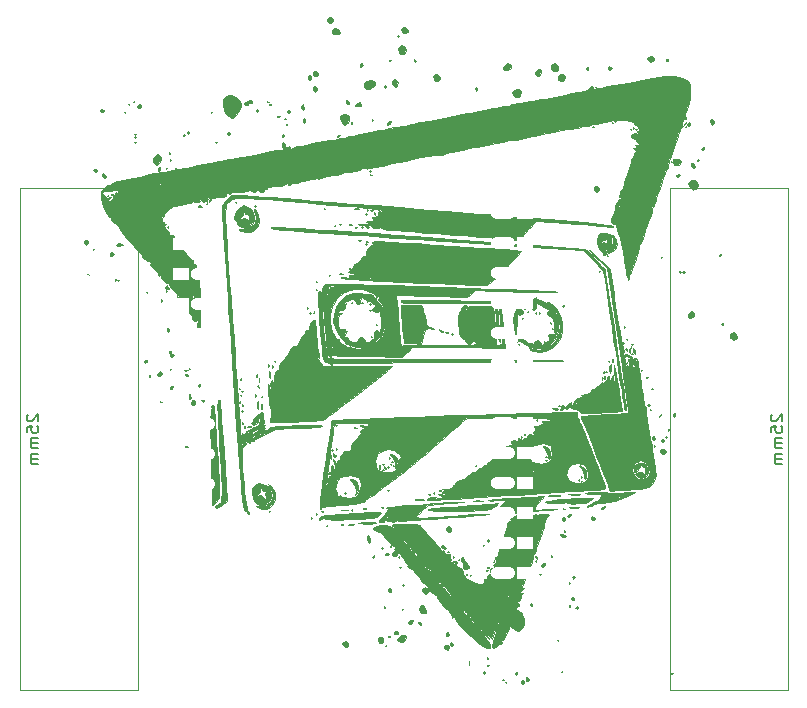
<source format=gbo>
G04 #@! TF.GenerationSoftware,KiCad,Pcbnew,(5.1.2-1)-1*
G04 #@! TF.CreationDate,2023-02-15T15:24:15+00:00*
G04 #@! TF.ProjectId,WT32-ETH01 Programmer,57543332-2d45-4544-9830-312050726f67,rev?*
G04 #@! TF.SameCoordinates,Original*
G04 #@! TF.FileFunction,Legend,Bot*
G04 #@! TF.FilePolarity,Positive*
%FSLAX46Y46*%
G04 Gerber Fmt 4.6, Leading zero omitted, Abs format (unit mm)*
G04 Created by KiCad (PCBNEW (5.1.2-1)-1) date 2023-02-15 15:24:15*
%MOMM*%
%LPD*%
G04 APERTURE LIST*
%ADD10C,0.010000*%
%ADD11C,0.120000*%
%ADD12C,0.150000*%
%ADD13C,3.302000*%
%ADD14R,1.802000X1.802000*%
%ADD15O,1.802000X1.802000*%
%ADD16R,1.402000X1.002000*%
%ADD17O,2.102000X1.052000*%
%ADD18C,2.102000*%
G04 APERTURE END LIST*
D10*
G36*
X140239130Y-70306522D02*
G01*
X140294348Y-70361739D01*
X140349565Y-70306522D01*
X140294348Y-70251305D01*
X140239130Y-70306522D01*
X140239130Y-70306522D01*
G37*
X140239130Y-70306522D02*
X140294348Y-70361739D01*
X140349565Y-70306522D01*
X140294348Y-70251305D01*
X140239130Y-70306522D01*
G36*
X138913913Y-70416957D02*
G01*
X138969130Y-70472174D01*
X139024348Y-70416957D01*
X138969130Y-70361739D01*
X138913913Y-70416957D01*
X138913913Y-70416957D01*
G37*
X138913913Y-70416957D02*
X138969130Y-70472174D01*
X139024348Y-70416957D01*
X138969130Y-70361739D01*
X138913913Y-70416957D01*
G36*
X139797391Y-70416957D02*
G01*
X139852609Y-70472174D01*
X139907826Y-70416957D01*
X139852609Y-70361739D01*
X139797391Y-70416957D01*
X139797391Y-70416957D01*
G37*
X139797391Y-70416957D02*
X139852609Y-70472174D01*
X139907826Y-70416957D01*
X139852609Y-70361739D01*
X139797391Y-70416957D01*
G36*
X138489237Y-70406411D02*
G01*
X138371611Y-70509070D01*
X138361739Y-70533909D01*
X138414149Y-70579299D01*
X138523265Y-70477592D01*
X138537937Y-70455111D01*
X138550953Y-70379541D01*
X138489237Y-70406411D01*
X138489237Y-70406411D01*
G37*
X138489237Y-70406411D02*
X138371611Y-70509070D01*
X138361739Y-70533909D01*
X138414149Y-70579299D01*
X138523265Y-70477592D01*
X138537937Y-70455111D01*
X138550953Y-70379541D01*
X138489237Y-70406411D01*
G36*
X140460000Y-70527392D02*
G01*
X140515217Y-70582609D01*
X140570435Y-70527392D01*
X140515217Y-70472174D01*
X140460000Y-70527392D01*
X140460000Y-70527392D01*
G37*
X140460000Y-70527392D02*
X140515217Y-70582609D01*
X140570435Y-70527392D01*
X140515217Y-70472174D01*
X140460000Y-70527392D01*
G36*
X140460000Y-71079566D02*
G01*
X140515217Y-71134783D01*
X140570435Y-71079566D01*
X140515217Y-71024348D01*
X140460000Y-71079566D01*
X140460000Y-71079566D01*
G37*
X140460000Y-71079566D02*
X140515217Y-71134783D01*
X140570435Y-71079566D01*
X140515217Y-71024348D01*
X140460000Y-71079566D01*
G36*
X141012174Y-72294348D02*
G01*
X141067391Y-72349566D01*
X141122609Y-72294348D01*
X141067391Y-72239131D01*
X141012174Y-72294348D01*
X141012174Y-72294348D01*
G37*
X141012174Y-72294348D02*
X141067391Y-72349566D01*
X141122609Y-72294348D01*
X141067391Y-72239131D01*
X141012174Y-72294348D01*
G36*
X140570435Y-73288261D02*
G01*
X140625652Y-73343479D01*
X140680870Y-73288261D01*
X140625652Y-73233044D01*
X140570435Y-73288261D01*
X140570435Y-73288261D01*
G37*
X140570435Y-73288261D02*
X140625652Y-73343479D01*
X140680870Y-73288261D01*
X140625652Y-73233044D01*
X140570435Y-73288261D01*
G36*
X118929712Y-61165384D02*
G01*
X118925217Y-61195652D01*
X118962896Y-61303216D01*
X118973917Y-61306087D01*
X119068203Y-61228702D01*
X119090870Y-61195652D01*
X119082114Y-61093889D01*
X119042170Y-61085218D01*
X118929712Y-61165384D01*
X118929712Y-61165384D01*
G37*
X118929712Y-61165384D02*
X118925217Y-61195652D01*
X118962896Y-61303216D01*
X118973917Y-61306087D01*
X119068203Y-61228702D01*
X119090870Y-61195652D01*
X119082114Y-61093889D01*
X119042170Y-61085218D01*
X118929712Y-61165384D01*
G36*
X118262609Y-61361305D02*
G01*
X118317826Y-61416522D01*
X118373043Y-61361305D01*
X118317826Y-61306087D01*
X118262609Y-61361305D01*
X118262609Y-61361305D01*
G37*
X118262609Y-61361305D02*
X118317826Y-61416522D01*
X118373043Y-61361305D01*
X118317826Y-61306087D01*
X118262609Y-61361305D01*
G36*
X118500541Y-61461194D02*
G01*
X118381985Y-61572390D01*
X118406305Y-61636317D01*
X118421743Y-61637392D01*
X118515151Y-61558952D01*
X118549241Y-61509894D01*
X118562257Y-61434324D01*
X118500541Y-61461194D01*
X118500541Y-61461194D01*
G37*
X118500541Y-61461194D02*
X118381985Y-61572390D01*
X118406305Y-61636317D01*
X118421743Y-61637392D01*
X118515151Y-61558952D01*
X118549241Y-61509894D01*
X118562257Y-61434324D01*
X118500541Y-61461194D01*
G36*
X153822609Y-71190000D02*
G01*
X153877826Y-71245218D01*
X153933043Y-71190000D01*
X153877826Y-71134783D01*
X153822609Y-71190000D01*
X153822609Y-71190000D01*
G37*
X153822609Y-71190000D02*
X153877826Y-71245218D01*
X153933043Y-71190000D01*
X153877826Y-71134783D01*
X153822609Y-71190000D01*
G36*
X154485217Y-71300435D02*
G01*
X154540435Y-71355652D01*
X154595652Y-71300435D01*
X154540435Y-71245218D01*
X154485217Y-71300435D01*
X154485217Y-71300435D01*
G37*
X154485217Y-71300435D02*
X154540435Y-71355652D01*
X154595652Y-71300435D01*
X154540435Y-71245218D01*
X154485217Y-71300435D01*
G36*
X154816522Y-71300435D02*
G01*
X154871739Y-71355652D01*
X154926957Y-71300435D01*
X154871739Y-71245218D01*
X154816522Y-71300435D01*
X154816522Y-71300435D01*
G37*
X154816522Y-71300435D02*
X154871739Y-71355652D01*
X154926957Y-71300435D01*
X154871739Y-71245218D01*
X154816522Y-71300435D01*
G36*
X153380870Y-71742174D02*
G01*
X153436087Y-71797392D01*
X153491304Y-71742174D01*
X153436087Y-71686957D01*
X153380870Y-71742174D01*
X153380870Y-71742174D01*
G37*
X153380870Y-71742174D02*
X153436087Y-71797392D01*
X153491304Y-71742174D01*
X153436087Y-71686957D01*
X153380870Y-71742174D01*
G36*
X155734648Y-72089596D02*
G01*
X155755217Y-72128696D01*
X155859271Y-72234161D01*
X155878687Y-72239131D01*
X155886222Y-72167796D01*
X155865652Y-72128696D01*
X155761599Y-72023230D01*
X155742182Y-72018261D01*
X155734648Y-72089596D01*
X155734648Y-72089596D01*
G37*
X155734648Y-72089596D02*
X155755217Y-72128696D01*
X155859271Y-72234161D01*
X155878687Y-72239131D01*
X155886222Y-72167796D01*
X155865652Y-72128696D01*
X155761599Y-72023230D01*
X155742182Y-72018261D01*
X155734648Y-72089596D01*
G36*
X155920870Y-72625652D02*
G01*
X155976087Y-72680870D01*
X156031304Y-72625652D01*
X155976087Y-72570435D01*
X155920870Y-72625652D01*
X155920870Y-72625652D01*
G37*
X155920870Y-72625652D02*
X155976087Y-72680870D01*
X156031304Y-72625652D01*
X155976087Y-72570435D01*
X155920870Y-72625652D01*
G36*
X138803478Y-74171739D02*
G01*
X138858696Y-74226957D01*
X138913913Y-74171739D01*
X138858696Y-74116522D01*
X138803478Y-74171739D01*
X138803478Y-74171739D01*
G37*
X138803478Y-74171739D02*
X138858696Y-74226957D01*
X138913913Y-74171739D01*
X138858696Y-74116522D01*
X138803478Y-74171739D01*
G36*
X138599585Y-69773655D02*
G01*
X138146720Y-70097273D01*
X137981882Y-70273450D01*
X137645440Y-70811899D01*
X137455294Y-71433185D01*
X137432106Y-72057618D01*
X137466762Y-72260057D01*
X137632202Y-72725493D01*
X137885761Y-73177305D01*
X138175756Y-73529606D01*
X138284935Y-73619648D01*
X138422422Y-73740555D01*
X138413920Y-73789202D01*
X138395533Y-73817723D01*
X138539314Y-73884027D01*
X138793183Y-73972223D01*
X139105059Y-74066419D01*
X139422862Y-74150726D01*
X139694510Y-74209254D01*
X139848369Y-74226870D01*
X140155125Y-74176979D01*
X140526317Y-74051797D01*
X140658372Y-73991931D01*
X141206531Y-73608536D01*
X141591732Y-73078838D01*
X141786011Y-72529697D01*
X141421340Y-72529697D01*
X141410373Y-72797277D01*
X141377805Y-72913431D01*
X141315478Y-72912850D01*
X141236858Y-72849974D01*
X141073343Y-72736010D01*
X140954240Y-72786796D01*
X140909910Y-72836677D01*
X140832789Y-73034943D01*
X140897961Y-73225985D01*
X140963756Y-73399514D01*
X140883730Y-73452826D01*
X140850407Y-73453913D01*
X140700783Y-73498666D01*
X140680870Y-73538161D01*
X140592439Y-73642593D01*
X140432391Y-73735131D01*
X140231103Y-73787160D01*
X140113105Y-73669869D01*
X140079768Y-73595666D01*
X139922949Y-73401284D01*
X139765734Y-73343479D01*
X139568959Y-73437184D01*
X139498085Y-73564348D01*
X139389372Y-73743788D01*
X139292751Y-73785218D01*
X139068716Y-73741762D01*
X138836449Y-73639371D01*
X138673844Y-73520010D01*
X138647807Y-73437765D01*
X138605155Y-73363552D01*
X138476146Y-73343479D01*
X138326493Y-73331487D01*
X138313838Y-73256529D01*
X138431516Y-73060126D01*
X138442019Y-73044054D01*
X138549899Y-72853326D01*
X138517066Y-72821758D01*
X138481015Y-72841301D01*
X138371382Y-72875474D01*
X138390565Y-72765039D01*
X138395314Y-72646662D01*
X138246985Y-72627588D01*
X138152291Y-72640117D01*
X137977270Y-72656410D01*
X137883815Y-72600770D01*
X137842221Y-72423136D01*
X137823278Y-72085579D01*
X137825041Y-71705886D01*
X137878775Y-71482682D01*
X137997494Y-71355786D01*
X138130096Y-71264483D01*
X138075814Y-71266631D01*
X138002826Y-71288631D01*
X137839699Y-71275273D01*
X137809565Y-71179092D01*
X137876369Y-71060832D01*
X138023709Y-71077431D01*
X138209645Y-71057130D01*
X138363259Y-70927893D01*
X138428907Y-70761990D01*
X138362038Y-70638011D01*
X138272683Y-70503369D01*
X138363921Y-70359928D01*
X138599965Y-70243209D01*
X138803478Y-70199825D01*
X138935782Y-70141901D01*
X138980591Y-70115033D01*
X139110587Y-70142977D01*
X139226701Y-70309985D01*
X139391407Y-70537359D01*
X139555195Y-70573663D01*
X139666608Y-70424728D01*
X139686957Y-70257822D01*
X139726495Y-69998811D01*
X139814454Y-69854237D01*
X139890642Y-69841277D01*
X139868068Y-69894986D01*
X139898797Y-70013634D01*
X140044266Y-70092190D01*
X140319668Y-70214059D01*
X140582901Y-70372965D01*
X140800915Y-70493323D01*
X140937617Y-70509213D01*
X140941814Y-70505723D01*
X141008124Y-70516259D01*
X141012174Y-70550681D01*
X140935938Y-70712283D01*
X140853086Y-70798031D01*
X140732794Y-70986314D01*
X140793778Y-71141369D01*
X140997816Y-71205390D01*
X141113580Y-71191983D01*
X141407852Y-71127350D01*
X141418862Y-72076000D01*
X141421340Y-72529697D01*
X141786011Y-72529697D01*
X141797608Y-72496918D01*
X141841203Y-71844705D01*
X141695877Y-71181130D01*
X141380542Y-70569588D01*
X141133268Y-70269912D01*
X140912350Y-70029502D01*
X140777672Y-69855774D01*
X140756807Y-69805621D01*
X140683252Y-69745427D01*
X140590155Y-69726579D01*
X140380881Y-69703304D01*
X140040856Y-69664702D01*
X139782158Y-69635048D01*
X139129419Y-69625010D01*
X138599585Y-69773655D01*
X138599585Y-69773655D01*
G37*
X138599585Y-69773655D02*
X138146720Y-70097273D01*
X137981882Y-70273450D01*
X137645440Y-70811899D01*
X137455294Y-71433185D01*
X137432106Y-72057618D01*
X137466762Y-72260057D01*
X137632202Y-72725493D01*
X137885761Y-73177305D01*
X138175756Y-73529606D01*
X138284935Y-73619648D01*
X138422422Y-73740555D01*
X138413920Y-73789202D01*
X138395533Y-73817723D01*
X138539314Y-73884027D01*
X138793183Y-73972223D01*
X139105059Y-74066419D01*
X139422862Y-74150726D01*
X139694510Y-74209254D01*
X139848369Y-74226870D01*
X140155125Y-74176979D01*
X140526317Y-74051797D01*
X140658372Y-73991931D01*
X141206531Y-73608536D01*
X141591732Y-73078838D01*
X141786011Y-72529697D01*
X141421340Y-72529697D01*
X141410373Y-72797277D01*
X141377805Y-72913431D01*
X141315478Y-72912850D01*
X141236858Y-72849974D01*
X141073343Y-72736010D01*
X140954240Y-72786796D01*
X140909910Y-72836677D01*
X140832789Y-73034943D01*
X140897961Y-73225985D01*
X140963756Y-73399514D01*
X140883730Y-73452826D01*
X140850407Y-73453913D01*
X140700783Y-73498666D01*
X140680870Y-73538161D01*
X140592439Y-73642593D01*
X140432391Y-73735131D01*
X140231103Y-73787160D01*
X140113105Y-73669869D01*
X140079768Y-73595666D01*
X139922949Y-73401284D01*
X139765734Y-73343479D01*
X139568959Y-73437184D01*
X139498085Y-73564348D01*
X139389372Y-73743788D01*
X139292751Y-73785218D01*
X139068716Y-73741762D01*
X138836449Y-73639371D01*
X138673844Y-73520010D01*
X138647807Y-73437765D01*
X138605155Y-73363552D01*
X138476146Y-73343479D01*
X138326493Y-73331487D01*
X138313838Y-73256529D01*
X138431516Y-73060126D01*
X138442019Y-73044054D01*
X138549899Y-72853326D01*
X138517066Y-72821758D01*
X138481015Y-72841301D01*
X138371382Y-72875474D01*
X138390565Y-72765039D01*
X138395314Y-72646662D01*
X138246985Y-72627588D01*
X138152291Y-72640117D01*
X137977270Y-72656410D01*
X137883815Y-72600770D01*
X137842221Y-72423136D01*
X137823278Y-72085579D01*
X137825041Y-71705886D01*
X137878775Y-71482682D01*
X137997494Y-71355786D01*
X138130096Y-71264483D01*
X138075814Y-71266631D01*
X138002826Y-71288631D01*
X137839699Y-71275273D01*
X137809565Y-71179092D01*
X137876369Y-71060832D01*
X138023709Y-71077431D01*
X138209645Y-71057130D01*
X138363259Y-70927893D01*
X138428907Y-70761990D01*
X138362038Y-70638011D01*
X138272683Y-70503369D01*
X138363921Y-70359928D01*
X138599965Y-70243209D01*
X138803478Y-70199825D01*
X138935782Y-70141901D01*
X138980591Y-70115033D01*
X139110587Y-70142977D01*
X139226701Y-70309985D01*
X139391407Y-70537359D01*
X139555195Y-70573663D01*
X139666608Y-70424728D01*
X139686957Y-70257822D01*
X139726495Y-69998811D01*
X139814454Y-69854237D01*
X139890642Y-69841277D01*
X139868068Y-69894986D01*
X139898797Y-70013634D01*
X140044266Y-70092190D01*
X140319668Y-70214059D01*
X140582901Y-70372965D01*
X140800915Y-70493323D01*
X140937617Y-70509213D01*
X140941814Y-70505723D01*
X141008124Y-70516259D01*
X141012174Y-70550681D01*
X140935938Y-70712283D01*
X140853086Y-70798031D01*
X140732794Y-70986314D01*
X140793778Y-71141369D01*
X140997816Y-71205390D01*
X141113580Y-71191983D01*
X141407852Y-71127350D01*
X141418862Y-72076000D01*
X141421340Y-72529697D01*
X141786011Y-72529697D01*
X141797608Y-72496918D01*
X141841203Y-71844705D01*
X141695877Y-71181130D01*
X141380542Y-70569588D01*
X141133268Y-70269912D01*
X140912350Y-70029502D01*
X140777672Y-69855774D01*
X140756807Y-69805621D01*
X140683252Y-69745427D01*
X140590155Y-69726579D01*
X140380881Y-69703304D01*
X140040856Y-69664702D01*
X139782158Y-69635048D01*
X139129419Y-69625010D01*
X138599585Y-69773655D01*
G36*
X163916766Y-84351098D02*
G01*
X163797197Y-84469503D01*
X163797241Y-84720646D01*
X163804438Y-84761763D01*
X163834206Y-84971021D01*
X163802646Y-84984850D01*
X163754359Y-84911522D01*
X163544459Y-84743118D01*
X163258491Y-84753012D01*
X163099130Y-84832486D01*
X162999919Y-84934554D01*
X163073454Y-85047204D01*
X163147847Y-85106882D01*
X163473778Y-85258021D01*
X163768736Y-85190476D01*
X163910275Y-85068478D01*
X164042383Y-84847005D01*
X164095794Y-84606445D01*
X164069891Y-84414898D01*
X163964058Y-84340463D01*
X163916766Y-84351098D01*
X163916766Y-84351098D01*
G37*
X163916766Y-84351098D02*
X163797197Y-84469503D01*
X163797241Y-84720646D01*
X163804438Y-84761763D01*
X163834206Y-84971021D01*
X163802646Y-84984850D01*
X163754359Y-84911522D01*
X163544459Y-84743118D01*
X163258491Y-84753012D01*
X163099130Y-84832486D01*
X162999919Y-84934554D01*
X163073454Y-85047204D01*
X163147847Y-85106882D01*
X163473778Y-85258021D01*
X163768736Y-85190476D01*
X163910275Y-85068478D01*
X164042383Y-84847005D01*
X164095794Y-84606445D01*
X164069891Y-84414898D01*
X163964058Y-84340463D01*
X163916766Y-84351098D01*
G36*
X155368696Y-83448261D02*
G01*
X155423913Y-83503479D01*
X155479130Y-83448261D01*
X155423913Y-83393044D01*
X155368696Y-83448261D01*
X155368696Y-83448261D01*
G37*
X155368696Y-83448261D02*
X155423913Y-83503479D01*
X155479130Y-83448261D01*
X155423913Y-83393044D01*
X155368696Y-83448261D01*
G36*
X155182413Y-82652611D02*
G01*
X155308295Y-82768206D01*
X155455811Y-82968452D01*
X155566019Y-83277184D01*
X155579763Y-83346847D01*
X155634607Y-83601261D01*
X155687260Y-83654140D01*
X155731052Y-83577272D01*
X155809346Y-83161430D01*
X155691011Y-82831102D01*
X155524766Y-82679095D01*
X155299245Y-82568147D01*
X155171220Y-82565044D01*
X155182413Y-82652611D01*
X155182413Y-82652611D01*
G37*
X155182413Y-82652611D02*
X155308295Y-82768206D01*
X155455811Y-82968452D01*
X155566019Y-83277184D01*
X155579763Y-83346847D01*
X155634607Y-83601261D01*
X155687260Y-83654140D01*
X155731052Y-83577272D01*
X155809346Y-83161430D01*
X155691011Y-82831102D01*
X155524766Y-82679095D01*
X155299245Y-82568147D01*
X155171220Y-82565044D01*
X155182413Y-82652611D01*
G36*
X155368696Y-83779566D02*
G01*
X155423913Y-83834783D01*
X155479130Y-83779566D01*
X155423913Y-83724348D01*
X155368696Y-83779566D01*
X155368696Y-83779566D01*
G37*
X155368696Y-83779566D02*
X155423913Y-83834783D01*
X155479130Y-83779566D01*
X155423913Y-83724348D01*
X155368696Y-83779566D01*
G36*
X142116522Y-83558696D02*
G01*
X142171739Y-83613913D01*
X142226957Y-83558696D01*
X142171739Y-83503479D01*
X142116522Y-83558696D01*
X142116522Y-83558696D01*
G37*
X142116522Y-83558696D02*
X142171739Y-83613913D01*
X142226957Y-83558696D01*
X142171739Y-83503479D01*
X142116522Y-83558696D01*
G36*
X142337391Y-83890000D02*
G01*
X142392609Y-83945218D01*
X142447826Y-83890000D01*
X142392609Y-83834783D01*
X142337391Y-83890000D01*
X142337391Y-83890000D01*
G37*
X142337391Y-83890000D02*
X142392609Y-83945218D01*
X142447826Y-83890000D01*
X142392609Y-83834783D01*
X142337391Y-83890000D01*
G36*
X141564348Y-84110870D02*
G01*
X141619565Y-84166087D01*
X141674783Y-84110870D01*
X141619565Y-84055652D01*
X141564348Y-84110870D01*
X141564348Y-84110870D01*
G37*
X141564348Y-84110870D02*
X141619565Y-84166087D01*
X141674783Y-84110870D01*
X141619565Y-84055652D01*
X141564348Y-84110870D01*
G36*
X142226957Y-84110870D02*
G01*
X142282174Y-84166087D01*
X142337391Y-84110870D01*
X142282174Y-84055652D01*
X142226957Y-84110870D01*
X142226957Y-84110870D01*
G37*
X142226957Y-84110870D02*
X142282174Y-84166087D01*
X142337391Y-84110870D01*
X142282174Y-84055652D01*
X142226957Y-84110870D01*
G36*
X142447826Y-84221305D02*
G01*
X142503043Y-84276522D01*
X142558261Y-84221305D01*
X142503043Y-84166087D01*
X142447826Y-84221305D01*
X142447826Y-84221305D01*
G37*
X142447826Y-84221305D02*
X142503043Y-84276522D01*
X142558261Y-84221305D01*
X142503043Y-84166087D01*
X142447826Y-84221305D01*
G36*
X142006087Y-84331739D02*
G01*
X142061304Y-84386957D01*
X142116522Y-84331739D01*
X142061304Y-84276522D01*
X142006087Y-84331739D01*
X142006087Y-84331739D01*
G37*
X142006087Y-84331739D02*
X142061304Y-84386957D01*
X142116522Y-84331739D01*
X142061304Y-84276522D01*
X142006087Y-84331739D01*
G36*
X141709430Y-84347857D02*
G01*
X141730000Y-84386957D01*
X141834053Y-84492422D01*
X141853470Y-84497392D01*
X141861005Y-84426056D01*
X141840435Y-84386957D01*
X141736382Y-84281491D01*
X141716965Y-84276522D01*
X141709430Y-84347857D01*
X141709430Y-84347857D01*
G37*
X141709430Y-84347857D02*
X141730000Y-84386957D01*
X141834053Y-84492422D01*
X141853470Y-84497392D01*
X141861005Y-84426056D01*
X141840435Y-84386957D01*
X141736382Y-84281491D01*
X141716965Y-84276522D01*
X141709430Y-84347857D01*
G36*
X142242965Y-83250533D02*
G01*
X142318453Y-83378611D01*
X142370805Y-83421794D01*
X142504834Y-83614709D01*
X142606928Y-83920587D01*
X142621744Y-84000435D01*
X142682946Y-84338315D01*
X142736348Y-84467486D01*
X142792623Y-84399335D01*
X142840945Y-84234336D01*
X142867880Y-83819603D01*
X142749332Y-83471107D01*
X142547499Y-83276849D01*
X142332946Y-83205430D01*
X142242965Y-83250533D01*
X142242965Y-83250533D01*
G37*
X142242965Y-83250533D02*
X142318453Y-83378611D01*
X142370805Y-83421794D01*
X142504834Y-83614709D01*
X142606928Y-83920587D01*
X142621744Y-84000435D01*
X142682946Y-84338315D01*
X142736348Y-84467486D01*
X142792623Y-84399335D01*
X142840945Y-84234336D01*
X142867880Y-83819603D01*
X142749332Y-83471107D01*
X142547499Y-83276849D01*
X142332946Y-83205430D01*
X142242965Y-83250533D01*
G36*
X141305536Y-84178309D02*
G01*
X141272335Y-84337374D01*
X141274047Y-84564712D01*
X141319439Y-84576129D01*
X141390501Y-84423708D01*
X141408966Y-84223722D01*
X141374707Y-84153255D01*
X141305536Y-84178309D01*
X141305536Y-84178309D01*
G37*
X141305536Y-84178309D02*
X141272335Y-84337374D01*
X141274047Y-84564712D01*
X141319439Y-84576129D01*
X141390501Y-84423708D01*
X141408966Y-84223722D01*
X141374707Y-84153255D01*
X141305536Y-84178309D01*
G36*
X141564348Y-84552609D02*
G01*
X141619565Y-84607826D01*
X141674783Y-84552609D01*
X141619565Y-84497392D01*
X141564348Y-84552609D01*
X141564348Y-84552609D01*
G37*
X141564348Y-84552609D02*
X141619565Y-84607826D01*
X141674783Y-84552609D01*
X141619565Y-84497392D01*
X141564348Y-84552609D01*
G36*
X137588696Y-80797826D02*
G01*
X137643913Y-80853044D01*
X137699130Y-80797826D01*
X137643913Y-80742609D01*
X137588696Y-80797826D01*
X137588696Y-80797826D01*
G37*
X137588696Y-80797826D02*
X137643913Y-80853044D01*
X137699130Y-80797826D01*
X137643913Y-80742609D01*
X137588696Y-80797826D01*
G36*
X139164692Y-81007192D02*
G01*
X139197628Y-81057386D01*
X139309638Y-81065195D01*
X139427475Y-81038224D01*
X139376359Y-80998474D01*
X139203762Y-80985308D01*
X139164692Y-81007192D01*
X139164692Y-81007192D01*
G37*
X139164692Y-81007192D02*
X139197628Y-81057386D01*
X139309638Y-81065195D01*
X139427475Y-81038224D01*
X139376359Y-80998474D01*
X139203762Y-80985308D01*
X139164692Y-81007192D01*
G36*
X137257391Y-82896087D02*
G01*
X137312609Y-82951305D01*
X137367826Y-82896087D01*
X137312609Y-82840870D01*
X137257391Y-82896087D01*
X137257391Y-82896087D01*
G37*
X137257391Y-82896087D02*
X137312609Y-82951305D01*
X137367826Y-82896087D01*
X137312609Y-82840870D01*
X137257391Y-82896087D01*
G36*
X137625507Y-82767247D02*
G01*
X137612290Y-82898307D01*
X137625507Y-82914493D01*
X137691161Y-82899334D01*
X137699130Y-82840870D01*
X137658724Y-82749970D01*
X137625507Y-82767247D01*
X137625507Y-82767247D01*
G37*
X137625507Y-82767247D02*
X137612290Y-82898307D01*
X137625507Y-82914493D01*
X137691161Y-82899334D01*
X137699130Y-82840870D01*
X137658724Y-82749970D01*
X137625507Y-82767247D01*
G36*
X137376545Y-83248483D02*
G01*
X137433416Y-83412615D01*
X137567682Y-83448755D01*
X137653345Y-83377782D01*
X137668167Y-83299605D01*
X137615191Y-83321451D01*
X137476866Y-83308280D01*
X137441194Y-83255688D01*
X137390059Y-83182172D01*
X137376545Y-83248483D01*
X137376545Y-83248483D01*
G37*
X137376545Y-83248483D02*
X137433416Y-83412615D01*
X137567682Y-83448755D01*
X137653345Y-83377782D01*
X137668167Y-83299605D01*
X137615191Y-83321451D01*
X137476866Y-83308280D01*
X137441194Y-83255688D01*
X137390059Y-83182172D01*
X137376545Y-83248483D01*
G36*
X137184253Y-83365435D02*
G01*
X137169667Y-83591533D01*
X137184253Y-83641522D01*
X137224560Y-83655395D01*
X137239954Y-83503479D01*
X137222599Y-83346702D01*
X137184253Y-83365435D01*
X137184253Y-83365435D01*
G37*
X137184253Y-83365435D02*
X137169667Y-83591533D01*
X137184253Y-83641522D01*
X137224560Y-83655395D01*
X137239954Y-83503479D01*
X137222599Y-83346702D01*
X137184253Y-83365435D01*
G36*
X137384989Y-83717904D02*
G01*
X137446893Y-83923566D01*
X137478261Y-84000435D01*
X137553580Y-84124902D01*
X137579243Y-84055652D01*
X137527095Y-83819902D01*
X137478261Y-83724348D01*
X137395445Y-83637613D01*
X137384989Y-83717904D01*
X137384989Y-83717904D01*
G37*
X137384989Y-83717904D02*
X137446893Y-83923566D01*
X137478261Y-84000435D01*
X137553580Y-84124902D01*
X137579243Y-84055652D01*
X137527095Y-83819902D01*
X137478261Y-83724348D01*
X137395445Y-83637613D01*
X137384989Y-83717904D01*
G36*
X158387246Y-85086377D02*
G01*
X158374030Y-85217437D01*
X158387246Y-85233623D01*
X158452900Y-85218464D01*
X158460870Y-85160000D01*
X158420463Y-85069100D01*
X158387246Y-85086377D01*
X158387246Y-85086377D01*
G37*
X158387246Y-85086377D02*
X158374030Y-85217437D01*
X158387246Y-85233623D01*
X158452900Y-85218464D01*
X158460870Y-85160000D01*
X158420463Y-85069100D01*
X158387246Y-85086377D01*
G36*
X158240000Y-84236739D02*
G01*
X158318078Y-84351476D01*
X158424332Y-84442177D01*
X158562648Y-84657822D01*
X158617593Y-84978592D01*
X158643517Y-85240274D01*
X158696184Y-85375477D01*
X158709348Y-85380545D01*
X158804596Y-85299114D01*
X158804766Y-85298044D01*
X158850489Y-84899334D01*
X158829779Y-84644713D01*
X158731132Y-84464340D01*
X158654433Y-84385219D01*
X158422777Y-84208236D01*
X158274116Y-84171571D01*
X158240000Y-84236739D01*
X158240000Y-84236739D01*
G37*
X158240000Y-84236739D02*
X158318078Y-84351476D01*
X158424332Y-84442177D01*
X158562648Y-84657822D01*
X158617593Y-84978592D01*
X158643517Y-85240274D01*
X158696184Y-85375477D01*
X158709348Y-85380545D01*
X158804596Y-85299114D01*
X158804766Y-85298044D01*
X158850489Y-84899334D01*
X158829779Y-84644713D01*
X158731132Y-84464340D01*
X158654433Y-84385219D01*
X158422777Y-84208236D01*
X158274116Y-84171571D01*
X158240000Y-84236739D01*
G36*
X158129565Y-85436087D02*
G01*
X158184783Y-85491305D01*
X158240000Y-85436087D01*
X158184783Y-85380870D01*
X158129565Y-85436087D01*
X158129565Y-85436087D01*
G37*
X158129565Y-85436087D02*
X158184783Y-85491305D01*
X158240000Y-85436087D01*
X158184783Y-85380870D01*
X158129565Y-85436087D01*
G36*
X158350435Y-85546522D02*
G01*
X158405652Y-85601739D01*
X158460870Y-85546522D01*
X158405652Y-85491305D01*
X158350435Y-85546522D01*
X158350435Y-85546522D01*
G37*
X158350435Y-85546522D02*
X158405652Y-85601739D01*
X158460870Y-85546522D01*
X158405652Y-85491305D01*
X158350435Y-85546522D01*
G36*
X138361739Y-86540435D02*
G01*
X138416957Y-86595652D01*
X138472174Y-86540435D01*
X138416957Y-86485218D01*
X138361739Y-86540435D01*
X138361739Y-86540435D01*
G37*
X138361739Y-86540435D02*
X138416957Y-86595652D01*
X138472174Y-86540435D01*
X138416957Y-86485218D01*
X138361739Y-86540435D01*
G36*
X138838712Y-85389749D02*
G01*
X138844143Y-85449804D01*
X139002187Y-85604796D01*
X139232100Y-85917530D01*
X139341550Y-86272524D01*
X139315811Y-86540188D01*
X139281971Y-86689897D01*
X139362398Y-86654381D01*
X139466314Y-86540161D01*
X139543310Y-86305345D01*
X139525012Y-85978334D01*
X139423849Y-85659753D01*
X139341474Y-85529439D01*
X139134863Y-85405179D01*
X138990002Y-85380870D01*
X138838712Y-85389749D01*
X138838712Y-85389749D01*
G37*
X138838712Y-85389749D02*
X138844143Y-85449804D01*
X139002187Y-85604796D01*
X139232100Y-85917530D01*
X139341550Y-86272524D01*
X139315811Y-86540188D01*
X139281971Y-86689897D01*
X139362398Y-86654381D01*
X139466314Y-86540161D01*
X139543310Y-86305345D01*
X139525012Y-85978334D01*
X139423849Y-85659753D01*
X139341474Y-85529439D01*
X139134863Y-85405179D01*
X138990002Y-85380870D01*
X138838712Y-85389749D01*
G36*
X144987826Y-92503913D02*
G01*
X145043043Y-92559131D01*
X145098261Y-92503913D01*
X145043043Y-92448696D01*
X144987826Y-92503913D01*
X144987826Y-92503913D01*
G37*
X144987826Y-92503913D02*
X145043043Y-92559131D01*
X145098261Y-92503913D01*
X145043043Y-92448696D01*
X144987826Y-92503913D01*
G36*
X145429565Y-93056087D02*
G01*
X145484783Y-93111305D01*
X145540000Y-93056087D01*
X145484783Y-93000870D01*
X145429565Y-93056087D01*
X145429565Y-93056087D01*
G37*
X145429565Y-93056087D02*
X145484783Y-93111305D01*
X145540000Y-93056087D01*
X145484783Y-93000870D01*
X145429565Y-93056087D01*
G36*
X136957640Y-46318510D02*
G01*
X136852497Y-46523178D01*
X136941636Y-46677911D01*
X137153474Y-46728696D01*
X137334290Y-46646618D01*
X137367826Y-46514344D01*
X137300462Y-46279325D01*
X137135397Y-46215783D01*
X136957640Y-46318510D01*
X136957640Y-46318510D01*
G37*
X136957640Y-46318510D02*
X136852497Y-46523178D01*
X136941636Y-46677911D01*
X137153474Y-46728696D01*
X137334290Y-46646618D01*
X137367826Y-46514344D01*
X137300462Y-46279325D01*
X137135397Y-46215783D01*
X136957640Y-46318510D01*
G36*
X143243912Y-47134348D02*
G01*
X143186097Y-47212195D01*
X143199484Y-47407702D01*
X143343098Y-47555599D01*
X143537101Y-47610389D01*
X143701659Y-47526576D01*
X143711667Y-47511705D01*
X143731457Y-47306623D01*
X143608231Y-47122589D01*
X143441739Y-47060000D01*
X143243912Y-47134348D01*
X143243912Y-47134348D01*
G37*
X143243912Y-47134348D02*
X143186097Y-47212195D01*
X143199484Y-47407702D01*
X143343098Y-47555599D01*
X143537101Y-47610389D01*
X143701659Y-47526576D01*
X143711667Y-47511705D01*
X143731457Y-47306623D01*
X143608231Y-47122589D01*
X143441739Y-47060000D01*
X143243912Y-47134348D01*
G36*
X137379243Y-47258545D02*
G01*
X137314978Y-47474299D01*
X137338079Y-47584566D01*
X137474461Y-47696172D01*
X137698210Y-47715022D01*
X137897452Y-47643681D01*
X137954772Y-47570414D01*
X137935502Y-47364793D01*
X137761915Y-47210500D01*
X137578424Y-47170435D01*
X137379243Y-47258545D01*
X137379243Y-47258545D01*
G37*
X137379243Y-47258545D02*
X137314978Y-47474299D01*
X137338079Y-47584566D01*
X137474461Y-47696172D01*
X137698210Y-47715022D01*
X137897452Y-47643681D01*
X137954772Y-47570414D01*
X137935502Y-47364793D01*
X137761915Y-47210500D01*
X137578424Y-47170435D01*
X137379243Y-47258545D01*
G36*
X142782340Y-47806647D02*
G01*
X142779130Y-47833044D01*
X142863169Y-47940269D01*
X142889565Y-47943479D01*
X142996791Y-47859440D01*
X143000000Y-47833044D01*
X142915962Y-47725818D01*
X142889565Y-47722609D01*
X142782340Y-47806647D01*
X142782340Y-47806647D01*
G37*
X142782340Y-47806647D02*
X142779130Y-47833044D01*
X142863169Y-47940269D01*
X142889565Y-47943479D01*
X142996791Y-47859440D01*
X143000000Y-47833044D01*
X142915962Y-47725818D01*
X142889565Y-47722609D01*
X142782340Y-47806647D01*
G36*
X143041272Y-48673532D02*
G01*
X142935734Y-48878910D01*
X142945361Y-49165802D01*
X143097898Y-49362050D01*
X143344376Y-49405155D01*
X143347580Y-49404514D01*
X143529575Y-49274017D01*
X143590965Y-49042924D01*
X143511841Y-48807222D01*
X143479237Y-48769797D01*
X143236632Y-48619050D01*
X143041272Y-48673532D01*
X143041272Y-48673532D01*
G37*
X143041272Y-48673532D02*
X142935734Y-48878910D01*
X142945361Y-49165802D01*
X143097898Y-49362050D01*
X143344376Y-49405155D01*
X143347580Y-49404514D01*
X143529575Y-49274017D01*
X143590965Y-49042924D01*
X143511841Y-48807222D01*
X143479237Y-48769797D01*
X143236632Y-48619050D01*
X143041272Y-48673532D01*
G36*
X142153333Y-49857681D02*
G01*
X142168493Y-49923335D01*
X142226957Y-49931305D01*
X142317857Y-49890898D01*
X142300580Y-49857681D01*
X142169519Y-49844465D01*
X142153333Y-49857681D01*
X142153333Y-49857681D01*
G37*
X142153333Y-49857681D02*
X142168493Y-49923335D01*
X142226957Y-49931305D01*
X142317857Y-49890898D01*
X142300580Y-49857681D01*
X142169519Y-49844465D01*
X142153333Y-49857681D01*
G36*
X144216049Y-49906312D02*
G01*
X144214783Y-49931305D01*
X144299680Y-50037496D01*
X144331735Y-50041739D01*
X144397691Y-49974083D01*
X144380435Y-49931305D01*
X144281197Y-49825952D01*
X144263482Y-49820870D01*
X144216049Y-49906312D01*
X144216049Y-49906312D01*
G37*
X144216049Y-49906312D02*
X144214783Y-49931305D01*
X144299680Y-50037496D01*
X144331735Y-50041739D01*
X144397691Y-49974083D01*
X144380435Y-49931305D01*
X144281197Y-49825952D01*
X144263482Y-49820870D01*
X144216049Y-49906312D01*
G36*
X164090130Y-49601801D02*
G01*
X163997508Y-49706552D01*
X164077897Y-49857757D01*
X164086058Y-49867670D01*
X164276861Y-50028081D01*
X164438217Y-49989289D01*
X164461159Y-49968116D01*
X164540278Y-49783174D01*
X164460518Y-49624374D01*
X164281442Y-49550522D01*
X164090130Y-49601801D01*
X164090130Y-49601801D01*
G37*
X164090130Y-49601801D02*
X163997508Y-49706552D01*
X164077897Y-49857757D01*
X164086058Y-49867670D01*
X164276861Y-50028081D01*
X164438217Y-49989289D01*
X164461159Y-49968116D01*
X164540278Y-49783174D01*
X164460518Y-49624374D01*
X164281442Y-49550522D01*
X164090130Y-49601801D01*
G36*
X165614612Y-49782502D02*
G01*
X165589743Y-49811438D01*
X165600763Y-49955823D01*
X165629698Y-49980693D01*
X165774084Y-49969673D01*
X165798953Y-49940737D01*
X165787933Y-49796352D01*
X165758997Y-49771482D01*
X165614612Y-49782502D01*
X165614612Y-49782502D01*
G37*
X165614612Y-49782502D02*
X165589743Y-49811438D01*
X165600763Y-49955823D01*
X165629698Y-49980693D01*
X165774084Y-49969673D01*
X165798953Y-49940737D01*
X165787933Y-49796352D01*
X165758997Y-49771482D01*
X165614612Y-49782502D01*
G36*
X139688481Y-50240059D02*
G01*
X139647020Y-50317826D01*
X139663989Y-50460298D01*
X139745640Y-50483479D01*
X139889027Y-50395002D01*
X139907826Y-50317826D01*
X139854471Y-50170773D01*
X139809207Y-50152174D01*
X139688481Y-50240059D01*
X139688481Y-50240059D01*
G37*
X139688481Y-50240059D02*
X139647020Y-50317826D01*
X139663989Y-50460298D01*
X139745640Y-50483479D01*
X139889027Y-50395002D01*
X139907826Y-50317826D01*
X139854471Y-50170773D01*
X139809207Y-50152174D01*
X139688481Y-50240059D01*
G36*
X151928301Y-50282601D02*
G01*
X151867847Y-50361138D01*
X151790905Y-50551886D01*
X151804471Y-50637225D01*
X151991104Y-50704577D01*
X152237446Y-50682798D01*
X152425781Y-50588751D01*
X152455426Y-50543984D01*
X152465429Y-50316006D01*
X152335330Y-50182266D01*
X152133498Y-50164039D01*
X151928301Y-50282601D01*
X151928301Y-50282601D01*
G37*
X151928301Y-50282601D02*
X151867847Y-50361138D01*
X151790905Y-50551886D01*
X151804471Y-50637225D01*
X151991104Y-50704577D01*
X152237446Y-50682798D01*
X152425781Y-50588751D01*
X152455426Y-50543984D01*
X152465429Y-50316006D01*
X152335330Y-50182266D01*
X152133498Y-50164039D01*
X151928301Y-50282601D01*
G36*
X160669565Y-50529493D02*
G01*
X160758482Y-50681622D01*
X160844420Y-50704348D01*
X160973219Y-50640137D01*
X160975562Y-50573207D01*
X160865641Y-50427370D01*
X160733310Y-50408828D01*
X160669565Y-50529493D01*
X160669565Y-50529493D01*
G37*
X160669565Y-50529493D02*
X160758482Y-50681622D01*
X160844420Y-50704348D01*
X160973219Y-50640137D01*
X160975562Y-50573207D01*
X160865641Y-50427370D01*
X160733310Y-50408828D01*
X160669565Y-50529493D01*
G36*
X155963222Y-50244807D02*
G01*
X155869926Y-50468261D01*
X155892829Y-50676739D01*
X156026705Y-50794798D01*
X156235181Y-50799461D01*
X156406845Y-50696421D01*
X156433107Y-50649131D01*
X156451289Y-50382438D01*
X156316607Y-50195742D01*
X156158085Y-50152174D01*
X155963222Y-50244807D01*
X155963222Y-50244807D01*
G37*
X155963222Y-50244807D02*
X155869926Y-50468261D01*
X155892829Y-50676739D01*
X156026705Y-50794798D01*
X156235181Y-50799461D01*
X156406845Y-50696421D01*
X156433107Y-50649131D01*
X156451289Y-50382438D01*
X156316607Y-50195742D01*
X156158085Y-50152174D01*
X155963222Y-50244807D01*
G36*
X158795335Y-50562741D02*
G01*
X158792174Y-50587396D01*
X158872449Y-50736962D01*
X158902609Y-50759566D01*
X158997152Y-50734530D01*
X159013043Y-50655648D01*
X158955386Y-50504550D01*
X158902609Y-50483479D01*
X158795335Y-50562741D01*
X158795335Y-50562741D01*
G37*
X158795335Y-50562741D02*
X158792174Y-50587396D01*
X158872449Y-50736962D01*
X158902609Y-50759566D01*
X158997152Y-50734530D01*
X159013043Y-50655648D01*
X158955386Y-50504550D01*
X158902609Y-50483479D01*
X158795335Y-50562741D01*
G36*
X135741428Y-50906732D02*
G01*
X135711304Y-51035652D01*
X135789893Y-51213315D01*
X135957273Y-51252119D01*
X136097826Y-51146087D01*
X136112219Y-50960856D01*
X135968606Y-50831382D01*
X135870439Y-50814783D01*
X135741428Y-50906732D01*
X135741428Y-50906732D01*
G37*
X135741428Y-50906732D02*
X135711304Y-51035652D01*
X135789893Y-51213315D01*
X135957273Y-51252119D01*
X136097826Y-51146087D01*
X136112219Y-50960856D01*
X135968606Y-50831382D01*
X135870439Y-50814783D01*
X135741428Y-50906732D01*
G36*
X154670936Y-50689062D02*
G01*
X154646032Y-50708363D01*
X154508727Y-50889811D01*
X154485217Y-50982142D01*
X154570474Y-51142372D01*
X154755812Y-51189370D01*
X154913500Y-51115370D01*
X155028497Y-50907028D01*
X154999150Y-50725059D01*
X154866337Y-50631670D01*
X154670936Y-50689062D01*
X154670936Y-50689062D01*
G37*
X154670936Y-50689062D02*
X154646032Y-50708363D01*
X154508727Y-50889811D01*
X154485217Y-50982142D01*
X154570474Y-51142372D01*
X154755812Y-51189370D01*
X154913500Y-51115370D01*
X155028497Y-50907028D01*
X154999150Y-50725059D01*
X154866337Y-50631670D01*
X154670936Y-50689062D01*
G36*
X135283393Y-51227505D02*
G01*
X135283718Y-51394095D01*
X135372369Y-51527893D01*
X135514204Y-51514044D01*
X135544539Y-51479193D01*
X135559322Y-51295443D01*
X135439196Y-51159667D01*
X135373482Y-51146087D01*
X135283393Y-51227505D01*
X135283393Y-51227505D01*
G37*
X135283393Y-51227505D02*
X135283718Y-51394095D01*
X135372369Y-51527893D01*
X135514204Y-51514044D01*
X135544539Y-51479193D01*
X135559322Y-51295443D01*
X135439196Y-51159667D01*
X135373482Y-51146087D01*
X135283393Y-51227505D01*
G36*
X145990773Y-51072255D02*
G01*
X145898892Y-51243925D01*
X145926835Y-51478380D01*
X146068635Y-51669075D01*
X146270776Y-51666700D01*
X146400825Y-51559905D01*
X146448766Y-51371642D01*
X146374564Y-51228600D01*
X146168180Y-51056630D01*
X145990773Y-51072255D01*
X145990773Y-51072255D01*
G37*
X145990773Y-51072255D02*
X145898892Y-51243925D01*
X145926835Y-51478380D01*
X146068635Y-51669075D01*
X146270776Y-51666700D01*
X146400825Y-51559905D01*
X146448766Y-51371642D01*
X146374564Y-51228600D01*
X146168180Y-51056630D01*
X145990773Y-51072255D01*
G36*
X156496771Y-51122566D02*
G01*
X156408899Y-51323174D01*
X156484660Y-51546606D01*
X156693339Y-51684330D01*
X156894140Y-51652229D01*
X156985281Y-51532609D01*
X157003424Y-51265673D01*
X156868199Y-51079097D01*
X156709194Y-51035652D01*
X156496771Y-51122566D01*
X156496771Y-51122566D01*
G37*
X156496771Y-51122566D02*
X156408899Y-51323174D01*
X156484660Y-51546606D01*
X156693339Y-51684330D01*
X156894140Y-51652229D01*
X156985281Y-51532609D01*
X157003424Y-51265673D01*
X156868199Y-51079097D01*
X156709194Y-51035652D01*
X156496771Y-51122566D01*
G36*
X142426421Y-51629795D02*
G01*
X142392609Y-51808696D01*
X142460885Y-52024569D01*
X142614636Y-52126780D01*
X142777247Y-52085992D01*
X142846497Y-51982510D01*
X142871181Y-51725767D01*
X142765891Y-51540981D01*
X142586204Y-51498351D01*
X142426421Y-51629795D01*
X142426421Y-51629795D01*
G37*
X142426421Y-51629795D02*
X142392609Y-51808696D01*
X142460885Y-52024569D01*
X142614636Y-52126780D01*
X142777247Y-52085992D01*
X142846497Y-51982510D01*
X142871181Y-51725767D01*
X142765891Y-51540981D01*
X142586204Y-51498351D01*
X142426421Y-51629795D01*
G36*
X141677992Y-52113604D02*
G01*
X141674783Y-52140000D01*
X141758821Y-52247226D01*
X141785217Y-52250435D01*
X141892443Y-52166397D01*
X141895652Y-52140000D01*
X141811614Y-52032775D01*
X141785217Y-52029566D01*
X141677992Y-52113604D01*
X141677992Y-52113604D01*
G37*
X141677992Y-52113604D02*
X141674783Y-52140000D01*
X141758821Y-52247226D01*
X141785217Y-52250435D01*
X141892443Y-52166397D01*
X141895652Y-52140000D01*
X141811614Y-52032775D01*
X141785217Y-52029566D01*
X141677992Y-52113604D01*
G36*
X159565217Y-52195218D02*
G01*
X159620435Y-52250435D01*
X159675652Y-52195218D01*
X159620435Y-52140000D01*
X159565217Y-52195218D01*
X159565217Y-52195218D01*
G37*
X159565217Y-52195218D02*
X159620435Y-52250435D01*
X159675652Y-52195218D01*
X159620435Y-52140000D01*
X159565217Y-52195218D01*
G36*
X140246043Y-51615784D02*
G01*
X140110454Y-51732250D01*
X140060635Y-51875767D01*
X140060336Y-52166849D01*
X140217493Y-52316788D01*
X140502741Y-52302256D01*
X140568463Y-52279185D01*
X140865402Y-52098345D01*
X140981084Y-51893005D01*
X140918824Y-51711251D01*
X140681938Y-51601169D01*
X140520787Y-51587826D01*
X140246043Y-51615784D01*
X140246043Y-51615784D01*
G37*
X140246043Y-51615784D02*
X140110454Y-51732250D01*
X140060635Y-51875767D01*
X140060336Y-52166849D01*
X140217493Y-52316788D01*
X140502741Y-52302256D01*
X140568463Y-52279185D01*
X140865402Y-52098345D01*
X140981084Y-51893005D01*
X140918824Y-51711251D01*
X140681938Y-51601169D01*
X140520787Y-51587826D01*
X140246043Y-51615784D01*
G36*
X149421109Y-52220253D02*
G01*
X149405217Y-52299135D01*
X149462875Y-52450233D01*
X149515652Y-52471305D01*
X149622926Y-52392043D01*
X149626087Y-52367387D01*
X149545812Y-52217822D01*
X149515652Y-52195218D01*
X149421109Y-52220253D01*
X149421109Y-52220253D01*
G37*
X149421109Y-52220253D02*
X149405217Y-52299135D01*
X149462875Y-52450233D01*
X149515652Y-52471305D01*
X149622926Y-52392043D01*
X149626087Y-52367387D01*
X149545812Y-52217822D01*
X149515652Y-52195218D01*
X149421109Y-52220253D01*
G36*
X135749008Y-52113818D02*
G01*
X135711304Y-52309118D01*
X135757651Y-52534848D01*
X135880346Y-52572204D01*
X135968986Y-52508116D01*
X136040454Y-52312308D01*
X135939108Y-52133878D01*
X135876957Y-52100064D01*
X135749008Y-52113818D01*
X135749008Y-52113818D01*
G37*
X135749008Y-52113818D02*
X135711304Y-52309118D01*
X135757651Y-52534848D01*
X135880346Y-52572204D01*
X135968986Y-52508116D01*
X136040454Y-52312308D01*
X135939108Y-52133878D01*
X135876957Y-52100064D01*
X135749008Y-52113818D01*
G36*
X152718898Y-52425685D02*
G01*
X152578115Y-52595934D01*
X152616880Y-52819527D01*
X152799353Y-52982453D01*
X153040208Y-53021835D01*
X153196812Y-52949855D01*
X153254920Y-52791834D01*
X153270435Y-52618551D01*
X153215269Y-52416141D01*
X153016435Y-52360870D01*
X152718898Y-52425685D01*
X152718898Y-52425685D01*
G37*
X152718898Y-52425685D02*
X152578115Y-52595934D01*
X152616880Y-52819527D01*
X152799353Y-52982453D01*
X153040208Y-53021835D01*
X153196812Y-52949855D01*
X153254920Y-52791834D01*
X153270435Y-52618551D01*
X153215269Y-52416141D01*
X153016435Y-52360870D01*
X152718898Y-52425685D01*
G36*
X120471304Y-53410000D02*
G01*
X120526522Y-53465218D01*
X120581739Y-53410000D01*
X120526522Y-53354783D01*
X120471304Y-53410000D01*
X120471304Y-53410000D01*
G37*
X120471304Y-53410000D02*
X120526522Y-53465218D01*
X120581739Y-53410000D01*
X120526522Y-53354783D01*
X120471304Y-53410000D01*
G36*
X131772464Y-53391594D02*
G01*
X131787623Y-53457248D01*
X131846087Y-53465218D01*
X131936987Y-53424811D01*
X131919710Y-53391594D01*
X131788650Y-53378378D01*
X131772464Y-53391594D01*
X131772464Y-53391594D01*
G37*
X131772464Y-53391594D02*
X131787623Y-53457248D01*
X131846087Y-53465218D01*
X131936987Y-53424811D01*
X131919710Y-53391594D01*
X131788650Y-53378378D01*
X131772464Y-53391594D01*
G36*
X120029565Y-53630870D02*
G01*
X120084783Y-53686087D01*
X120140000Y-53630870D01*
X120084783Y-53575652D01*
X120029565Y-53630870D01*
X120029565Y-53630870D01*
G37*
X120029565Y-53630870D02*
X120084783Y-53686087D01*
X120140000Y-53630870D01*
X120084783Y-53575652D01*
X120029565Y-53630870D01*
G36*
X131993333Y-53612464D02*
G01*
X132008493Y-53678117D01*
X132066957Y-53686087D01*
X132157857Y-53645681D01*
X132140580Y-53612464D01*
X132009519Y-53599247D01*
X131993333Y-53612464D01*
X131993333Y-53612464D01*
G37*
X131993333Y-53612464D02*
X132008493Y-53678117D01*
X132066957Y-53686087D01*
X132157857Y-53645681D01*
X132140580Y-53612464D01*
X132009519Y-53599247D01*
X131993333Y-53612464D01*
G36*
X138493962Y-53295644D02*
G01*
X138480760Y-53422297D01*
X138561627Y-53564433D01*
X138645849Y-53618667D01*
X138777756Y-53616626D01*
X138783893Y-53501590D01*
X138680409Y-53316226D01*
X138610217Y-53271905D01*
X138493962Y-53295644D01*
X138493962Y-53295644D01*
G37*
X138493962Y-53295644D02*
X138480760Y-53422297D01*
X138561627Y-53564433D01*
X138645849Y-53618667D01*
X138777756Y-53616626D01*
X138783893Y-53501590D01*
X138680409Y-53316226D01*
X138610217Y-53271905D01*
X138493962Y-53295644D01*
G36*
X130382826Y-53290292D02*
G01*
X130158858Y-53383093D01*
X130051522Y-53422809D01*
X129876876Y-53538686D01*
X129913189Y-53665217D01*
X130023913Y-53726023D01*
X130166512Y-53709600D01*
X130189565Y-53630870D01*
X130263816Y-53522731D01*
X130355217Y-53535716D01*
X130495313Y-53517278D01*
X130520870Y-53412613D01*
X130460655Y-53282670D01*
X130382826Y-53290292D01*
X130382826Y-53290292D01*
G37*
X130382826Y-53290292D02*
X130158858Y-53383093D01*
X130051522Y-53422809D01*
X129876876Y-53538686D01*
X129913189Y-53665217D01*
X130023913Y-53726023D01*
X130166512Y-53709600D01*
X130189565Y-53630870D01*
X130263816Y-53522731D01*
X130355217Y-53535716D01*
X130495313Y-53517278D01*
X130520870Y-53412613D01*
X130460655Y-53282670D01*
X130382826Y-53290292D01*
G36*
X139451721Y-53543128D02*
G01*
X139355652Y-53630870D01*
X139288630Y-53750887D01*
X139392970Y-53793249D01*
X139507782Y-53796522D01*
X139739932Y-53741205D01*
X139797391Y-53630870D01*
X139715940Y-53484304D01*
X139645261Y-53465218D01*
X139451721Y-53543128D01*
X139451721Y-53543128D01*
G37*
X139451721Y-53543128D02*
X139355652Y-53630870D01*
X139288630Y-53750887D01*
X139392970Y-53793249D01*
X139507782Y-53796522D01*
X139739932Y-53741205D01*
X139797391Y-53630870D01*
X139715940Y-53484304D01*
X139645261Y-53465218D01*
X139451721Y-53543128D01*
G36*
X120856935Y-53710881D02*
G01*
X120838393Y-53843212D01*
X120959058Y-53906957D01*
X121111187Y-53818040D01*
X121133913Y-53732102D01*
X121069702Y-53603303D01*
X121002772Y-53600960D01*
X120856935Y-53710881D01*
X120856935Y-53710881D01*
G37*
X120856935Y-53710881D02*
X120838393Y-53843212D01*
X120959058Y-53906957D01*
X121111187Y-53818040D01*
X121133913Y-53732102D01*
X121069702Y-53603303D01*
X121002772Y-53600960D01*
X120856935Y-53710881D01*
G36*
X134745936Y-53669968D02*
G01*
X134717391Y-53845222D01*
X134754399Y-54055861D01*
X134827826Y-54127826D01*
X134918442Y-54035624D01*
X134938261Y-53913474D01*
X134887550Y-53702064D01*
X134827826Y-53630870D01*
X134745936Y-53669968D01*
X134745936Y-53669968D01*
G37*
X134745936Y-53669968D02*
X134717391Y-53845222D01*
X134754399Y-54055861D01*
X134827826Y-54127826D01*
X134918442Y-54035624D01*
X134938261Y-53913474D01*
X134887550Y-53702064D01*
X134827826Y-53630870D01*
X134745936Y-53669968D01*
G36*
X117688348Y-54105739D02*
G01*
X117633988Y-54204640D01*
X117767717Y-54237455D01*
X117820870Y-54238261D01*
X117996401Y-54215991D01*
X117978759Y-54132719D01*
X117953391Y-54105739D01*
X117803113Y-54030080D01*
X117688348Y-54105739D01*
X117688348Y-54105739D01*
G37*
X117688348Y-54105739D02*
X117633988Y-54204640D01*
X117767717Y-54237455D01*
X117820870Y-54238261D01*
X117996401Y-54215991D01*
X117978759Y-54132719D01*
X117953391Y-54105739D01*
X117803113Y-54030080D01*
X117688348Y-54105739D01*
G36*
X130855383Y-54101430D02*
G01*
X130852174Y-54127826D01*
X130936212Y-54235052D01*
X130962609Y-54238261D01*
X131069834Y-54154223D01*
X131073043Y-54127826D01*
X130989005Y-54020601D01*
X130962609Y-54017392D01*
X130855383Y-54101430D01*
X130855383Y-54101430D01*
G37*
X130855383Y-54101430D02*
X130852174Y-54127826D01*
X130936212Y-54235052D01*
X130962609Y-54238261D01*
X131069834Y-54154223D01*
X131073043Y-54127826D01*
X130989005Y-54020601D01*
X130962609Y-54017392D01*
X130855383Y-54101430D01*
G36*
X119698261Y-54293479D02*
G01*
X119753478Y-54348696D01*
X119808696Y-54293479D01*
X119753478Y-54238261D01*
X119698261Y-54293479D01*
X119698261Y-54293479D01*
G37*
X119698261Y-54293479D02*
X119753478Y-54348696D01*
X119808696Y-54293479D01*
X119753478Y-54238261D01*
X119698261Y-54293479D01*
G36*
X127023768Y-54275073D02*
G01*
X127038927Y-54340726D01*
X127097391Y-54348696D01*
X127188292Y-54308290D01*
X127171015Y-54275073D01*
X127039954Y-54261856D01*
X127023768Y-54275073D01*
X127023768Y-54275073D01*
G37*
X127023768Y-54275073D02*
X127038927Y-54340726D01*
X127097391Y-54348696D01*
X127188292Y-54308290D01*
X127171015Y-54275073D01*
X127039954Y-54261856D01*
X127023768Y-54275073D01*
G36*
X133505818Y-54211864D02*
G01*
X133502609Y-54238261D01*
X133586647Y-54345487D01*
X133613043Y-54348696D01*
X133720269Y-54264658D01*
X133723478Y-54238261D01*
X133639440Y-54131035D01*
X133613043Y-54127826D01*
X133505818Y-54211864D01*
X133505818Y-54211864D01*
G37*
X133505818Y-54211864D02*
X133502609Y-54238261D01*
X133586647Y-54345487D01*
X133613043Y-54348696D01*
X133720269Y-54264658D01*
X133723478Y-54238261D01*
X133639440Y-54131035D01*
X133613043Y-54127826D01*
X133505818Y-54211864D01*
G36*
X132649040Y-54613279D02*
G01*
X132681976Y-54663473D01*
X132793986Y-54671282D01*
X132911823Y-54644311D01*
X132860707Y-54604561D01*
X132688110Y-54591395D01*
X132649040Y-54613279D01*
X132649040Y-54613279D01*
G37*
X132649040Y-54613279D02*
X132681976Y-54663473D01*
X132793986Y-54671282D01*
X132911823Y-54644311D01*
X132860707Y-54604561D01*
X132688110Y-54591395D01*
X132649040Y-54613279D01*
G36*
X128375912Y-52886845D02*
G01*
X128264845Y-52976149D01*
X128116055Y-53264311D01*
X128086348Y-53655364D01*
X128169692Y-54070184D01*
X128360058Y-54429645D01*
X128377208Y-54450658D01*
X128633559Y-54705962D01*
X128844101Y-54781328D01*
X129043711Y-54705918D01*
X129198820Y-54541350D01*
X129382532Y-54267233D01*
X129543975Y-53970124D01*
X129632276Y-53736580D01*
X129636979Y-53696511D01*
X129574120Y-53516120D01*
X129416780Y-53255762D01*
X129355684Y-53171946D01*
X129044166Y-52893727D01*
X128700650Y-52795655D01*
X128375912Y-52886845D01*
X128375912Y-52886845D01*
G37*
X128375912Y-52886845D02*
X128264845Y-52976149D01*
X128116055Y-53264311D01*
X128086348Y-53655364D01*
X128169692Y-54070184D01*
X128360058Y-54429645D01*
X128377208Y-54450658D01*
X128633559Y-54705962D01*
X128844101Y-54781328D01*
X129043711Y-54705918D01*
X129198820Y-54541350D01*
X129382532Y-54267233D01*
X129543975Y-53970124D01*
X129632276Y-53736580D01*
X129636979Y-53696511D01*
X129574120Y-53516120D01*
X129416780Y-53255762D01*
X129355684Y-53171946D01*
X129044166Y-52893727D01*
X128700650Y-52795655D01*
X128375912Y-52886845D01*
G36*
X133281739Y-54845652D02*
G01*
X133336957Y-54900870D01*
X133392174Y-54845652D01*
X133336957Y-54790435D01*
X133281739Y-54845652D01*
X133281739Y-54845652D01*
G37*
X133281739Y-54845652D02*
X133336957Y-54900870D01*
X133392174Y-54845652D01*
X133336957Y-54790435D01*
X133281739Y-54845652D01*
G36*
X167222029Y-54716812D02*
G01*
X167208812Y-54847872D01*
X167222029Y-54864058D01*
X167287682Y-54848899D01*
X167295652Y-54790435D01*
X167255246Y-54699535D01*
X167222029Y-54716812D01*
X167222029Y-54716812D01*
G37*
X167222029Y-54716812D02*
X167208812Y-54847872D01*
X167222029Y-54864058D01*
X167287682Y-54848899D01*
X167295652Y-54790435D01*
X167255246Y-54699535D01*
X167222029Y-54716812D01*
G36*
X140680870Y-54956087D02*
G01*
X140736087Y-55011305D01*
X140791304Y-54956087D01*
X140736087Y-54900870D01*
X140680870Y-54956087D01*
X140680870Y-54956087D01*
G37*
X140680870Y-54956087D02*
X140736087Y-55011305D01*
X140791304Y-54956087D01*
X140736087Y-54900870D01*
X140680870Y-54956087D01*
G36*
X161221739Y-55066522D02*
G01*
X161276957Y-55121739D01*
X161332174Y-55066522D01*
X161276957Y-55011305D01*
X161221739Y-55066522D01*
X161221739Y-55066522D01*
G37*
X161221739Y-55066522D02*
X161276957Y-55121739D01*
X161332174Y-55066522D01*
X161276957Y-55011305D01*
X161221739Y-55066522D01*
G36*
X134839210Y-54879410D02*
G01*
X134827826Y-54949570D01*
X134895131Y-55137590D01*
X134938261Y-55176957D01*
X135025183Y-55143143D01*
X135048696Y-55017822D01*
X135003639Y-54834860D01*
X134938261Y-54790435D01*
X134839210Y-54879410D01*
X134839210Y-54879410D01*
G37*
X134839210Y-54879410D02*
X134827826Y-54949570D01*
X134895131Y-55137590D01*
X134938261Y-55176957D01*
X135025183Y-55143143D01*
X135048696Y-55017822D01*
X135003639Y-54834860D01*
X134938261Y-54790435D01*
X134839210Y-54879410D01*
G36*
X161000870Y-55176957D02*
G01*
X161056087Y-55232174D01*
X161111304Y-55176957D01*
X161056087Y-55121739D01*
X161000870Y-55176957D01*
X161000870Y-55176957D01*
G37*
X161000870Y-55176957D02*
X161056087Y-55232174D01*
X161111304Y-55176957D01*
X161056087Y-55121739D01*
X161000870Y-55176957D01*
G36*
X138079993Y-54495624D02*
G01*
X137976416Y-54629960D01*
X138023974Y-54899421D01*
X138058131Y-54995121D01*
X138223528Y-55254663D01*
X138427964Y-55340629D01*
X138620607Y-55238793D01*
X138670229Y-55166429D01*
X138728518Y-54921971D01*
X138718060Y-54724689D01*
X138624176Y-54523890D01*
X138404965Y-54460085D01*
X138355383Y-54459131D01*
X138079993Y-54495624D01*
X138079993Y-54495624D01*
G37*
X138079993Y-54495624D02*
X137976416Y-54629960D01*
X138023974Y-54899421D01*
X138058131Y-54995121D01*
X138223528Y-55254663D01*
X138427964Y-55340629D01*
X138620607Y-55238793D01*
X138670229Y-55166429D01*
X138728518Y-54921971D01*
X138718060Y-54724689D01*
X138624176Y-54523890D01*
X138404965Y-54460085D01*
X138355383Y-54459131D01*
X138079993Y-54495624D01*
G36*
X138950725Y-55158551D02*
G01*
X138937508Y-55289611D01*
X138950725Y-55305797D01*
X139016378Y-55290638D01*
X139024348Y-55232174D01*
X138983941Y-55141274D01*
X138950725Y-55158551D01*
X138950725Y-55158551D01*
G37*
X138950725Y-55158551D02*
X138937508Y-55289611D01*
X138950725Y-55305797D01*
X139016378Y-55290638D01*
X139024348Y-55232174D01*
X138983941Y-55141274D01*
X138950725Y-55158551D01*
G36*
X142174597Y-55055191D02*
G01*
X142035010Y-55155922D01*
X141935737Y-55300495D01*
X142002248Y-55337125D01*
X142200106Y-55251113D01*
X142223758Y-55236488D01*
X142322515Y-55112040D01*
X142303955Y-55051491D01*
X142174597Y-55055191D01*
X142174597Y-55055191D01*
G37*
X142174597Y-55055191D02*
X142035010Y-55155922D01*
X141935737Y-55300495D01*
X142002248Y-55337125D01*
X142200106Y-55251113D01*
X142223758Y-55236488D01*
X142322515Y-55112040D01*
X142303955Y-55051491D01*
X142174597Y-55055191D01*
G36*
X167202281Y-55166411D02*
G01*
X167084654Y-55269070D01*
X167074783Y-55293909D01*
X167127192Y-55339299D01*
X167236309Y-55237592D01*
X167250980Y-55215111D01*
X167263997Y-55139541D01*
X167202281Y-55166411D01*
X167202281Y-55166411D01*
G37*
X167202281Y-55166411D02*
X167084654Y-55269070D01*
X167074783Y-55293909D01*
X167127192Y-55339299D01*
X167236309Y-55237592D01*
X167250980Y-55215111D01*
X167263997Y-55139541D01*
X167202281Y-55166411D01*
G36*
X133428986Y-55268986D02*
G01*
X133415769Y-55400046D01*
X133428986Y-55416232D01*
X133494639Y-55401073D01*
X133502609Y-55342609D01*
X133462202Y-55251709D01*
X133428986Y-55268986D01*
X133428986Y-55268986D01*
G37*
X133428986Y-55268986D02*
X133415769Y-55400046D01*
X133428986Y-55416232D01*
X133494639Y-55401073D01*
X133502609Y-55342609D01*
X133462202Y-55251709D01*
X133428986Y-55268986D01*
G36*
X167418546Y-55211187D02*
G01*
X167406087Y-55287392D01*
X167465719Y-55434355D01*
X167516522Y-55453044D01*
X167614497Y-55363596D01*
X167626957Y-55287392D01*
X167567325Y-55140428D01*
X167516522Y-55121739D01*
X167418546Y-55211187D01*
X167418546Y-55211187D01*
G37*
X167418546Y-55211187D02*
X167406087Y-55287392D01*
X167465719Y-55434355D01*
X167516522Y-55453044D01*
X167614497Y-55363596D01*
X167626957Y-55287392D01*
X167567325Y-55140428D01*
X167516522Y-55121739D01*
X167418546Y-55211187D01*
G36*
X169313907Y-54935983D02*
G01*
X169311613Y-55076174D01*
X169376570Y-55262801D01*
X169470694Y-55390397D01*
X169581048Y-55332170D01*
X169659831Y-55140609D01*
X169589166Y-54963629D01*
X169437315Y-54900870D01*
X169313907Y-54935983D01*
X169313907Y-54935983D01*
G37*
X169313907Y-54935983D02*
X169311613Y-55076174D01*
X169376570Y-55262801D01*
X169470694Y-55390397D01*
X169581048Y-55332170D01*
X169659831Y-55140609D01*
X169589166Y-54963629D01*
X169437315Y-54900870D01*
X169313907Y-54935983D01*
G36*
X159344348Y-55508261D02*
G01*
X159399565Y-55563479D01*
X159454783Y-55508261D01*
X159399565Y-55453044D01*
X159344348Y-55508261D01*
X159344348Y-55508261D01*
G37*
X159344348Y-55508261D02*
X159399565Y-55563479D01*
X159454783Y-55508261D01*
X159399565Y-55453044D01*
X159344348Y-55508261D01*
G36*
X167185217Y-55508261D02*
G01*
X167240435Y-55563479D01*
X167295652Y-55508261D01*
X167240435Y-55453044D01*
X167185217Y-55508261D01*
X167185217Y-55508261D01*
G37*
X167185217Y-55508261D02*
X167240435Y-55563479D01*
X167295652Y-55508261D01*
X167240435Y-55453044D01*
X167185217Y-55508261D01*
G36*
X162767826Y-55618696D02*
G01*
X162823043Y-55673913D01*
X162878261Y-55618696D01*
X162823043Y-55563479D01*
X162767826Y-55618696D01*
X162767826Y-55618696D01*
G37*
X162767826Y-55618696D02*
X162823043Y-55673913D01*
X162878261Y-55618696D01*
X162823043Y-55563479D01*
X162767826Y-55618696D01*
G36*
X162546957Y-55729131D02*
G01*
X162602174Y-55784348D01*
X162657391Y-55729131D01*
X162602174Y-55673913D01*
X162546957Y-55729131D01*
X162546957Y-55729131D01*
G37*
X162546957Y-55729131D02*
X162602174Y-55784348D01*
X162657391Y-55729131D01*
X162602174Y-55673913D01*
X162546957Y-55729131D01*
G36*
X162988696Y-55729131D02*
G01*
X163043913Y-55784348D01*
X163099130Y-55729131D01*
X163043913Y-55673913D01*
X162988696Y-55729131D01*
X162988696Y-55729131D01*
G37*
X162988696Y-55729131D02*
X163043913Y-55784348D01*
X163099130Y-55729131D01*
X163043913Y-55673913D01*
X162988696Y-55729131D01*
G36*
X163099130Y-55950000D02*
G01*
X163154348Y-56005218D01*
X163209565Y-55950000D01*
X163154348Y-55894783D01*
X163099130Y-55950000D01*
X163099130Y-55950000D01*
G37*
X163099130Y-55950000D02*
X163154348Y-56005218D01*
X163209565Y-55950000D01*
X163154348Y-55894783D01*
X163099130Y-55950000D01*
G36*
X125002340Y-55978821D02*
G01*
X124999130Y-56005218D01*
X125083169Y-56112443D01*
X125109565Y-56115652D01*
X125216791Y-56031614D01*
X125220000Y-56005218D01*
X125135962Y-55897992D01*
X125109565Y-55894783D01*
X125002340Y-55978821D01*
X125002340Y-55978821D01*
G37*
X125002340Y-55978821D02*
X124999130Y-56005218D01*
X125083169Y-56112443D01*
X125109565Y-56115652D01*
X125216791Y-56031614D01*
X125220000Y-56005218D01*
X125135962Y-55897992D01*
X125109565Y-55894783D01*
X125002340Y-55978821D01*
G36*
X120581739Y-56170870D02*
G01*
X120636957Y-56226087D01*
X120692174Y-56170870D01*
X120636957Y-56115652D01*
X120581739Y-56170870D01*
X120581739Y-56170870D01*
G37*
X120581739Y-56170870D02*
X120636957Y-56226087D01*
X120692174Y-56170870D01*
X120636957Y-56115652D01*
X120581739Y-56170870D01*
G36*
X128425818Y-56089256D02*
G01*
X128422609Y-56115652D01*
X128506647Y-56222878D01*
X128533043Y-56226087D01*
X128640269Y-56142049D01*
X128643478Y-56115652D01*
X128559440Y-56008427D01*
X128533043Y-56005218D01*
X128425818Y-56089256D01*
X128425818Y-56089256D01*
G37*
X128425818Y-56089256D02*
X128422609Y-56115652D01*
X128506647Y-56222878D01*
X128533043Y-56226087D01*
X128640269Y-56142049D01*
X128643478Y-56115652D01*
X128559440Y-56008427D01*
X128533043Y-56005218D01*
X128425818Y-56089256D01*
G36*
X124778261Y-56170870D02*
G01*
X124672908Y-56270107D01*
X124667826Y-56287822D01*
X124753269Y-56335256D01*
X124778261Y-56336522D01*
X124884452Y-56251625D01*
X124888696Y-56219570D01*
X124821039Y-56153614D01*
X124778261Y-56170870D01*
X124778261Y-56170870D01*
G37*
X124778261Y-56170870D02*
X124672908Y-56270107D01*
X124667826Y-56287822D01*
X124753269Y-56335256D01*
X124778261Y-56336522D01*
X124884452Y-56251625D01*
X124888696Y-56219570D01*
X124821039Y-56153614D01*
X124778261Y-56170870D01*
G36*
X120581739Y-56391739D02*
G01*
X120636957Y-56446957D01*
X120692174Y-56391739D01*
X120636957Y-56336522D01*
X120581739Y-56391739D01*
X120581739Y-56391739D01*
G37*
X120581739Y-56391739D02*
X120636957Y-56446957D01*
X120692174Y-56391739D01*
X120636957Y-56336522D01*
X120581739Y-56391739D01*
G36*
X133077067Y-56195977D02*
G01*
X133060870Y-56274787D01*
X133097264Y-56434347D01*
X133192889Y-56386515D01*
X133221806Y-56344153D01*
X133207957Y-56202318D01*
X133173106Y-56171983D01*
X133077067Y-56195977D01*
X133077067Y-56195977D01*
G37*
X133077067Y-56195977D02*
X133060870Y-56274787D01*
X133097264Y-56434347D01*
X133192889Y-56386515D01*
X133221806Y-56344153D01*
X133207957Y-56202318D01*
X133173106Y-56171983D01*
X133077067Y-56195977D01*
G36*
X137728565Y-56278377D02*
G01*
X137699130Y-56336522D01*
X137716093Y-56432951D01*
X137811691Y-56404273D01*
X137920000Y-56336522D01*
X138021524Y-56250939D01*
X137917149Y-56228135D01*
X137892391Y-56227778D01*
X137728565Y-56278377D01*
X137728565Y-56278377D01*
G37*
X137728565Y-56278377D02*
X137699130Y-56336522D01*
X137716093Y-56432951D01*
X137811691Y-56404273D01*
X137920000Y-56336522D01*
X138021524Y-56250939D01*
X137917149Y-56228135D01*
X137892391Y-56227778D01*
X137728565Y-56278377D01*
G36*
X120581739Y-56833479D02*
G01*
X120636957Y-56888696D01*
X120692174Y-56833479D01*
X120636957Y-56778261D01*
X120581739Y-56833479D01*
X120581739Y-56833479D01*
G37*
X120581739Y-56833479D02*
X120636957Y-56888696D01*
X120692174Y-56833479D01*
X120636957Y-56778261D01*
X120581739Y-56833479D01*
G36*
X127428696Y-56833479D02*
G01*
X127483913Y-56888696D01*
X127539130Y-56833479D01*
X127483913Y-56778261D01*
X127428696Y-56833479D01*
X127428696Y-56833479D01*
G37*
X127428696Y-56833479D02*
X127483913Y-56888696D01*
X127539130Y-56833479D01*
X127483913Y-56778261D01*
X127428696Y-56833479D01*
G36*
X168609407Y-57297724D02*
G01*
X168555046Y-57436113D01*
X168603616Y-57485424D01*
X168753204Y-57475660D01*
X168789949Y-57435324D01*
X168815706Y-57278544D01*
X168708878Y-57236319D01*
X168609407Y-57297724D01*
X168609407Y-57297724D01*
G37*
X168609407Y-57297724D02*
X168555046Y-57436113D01*
X168603616Y-57485424D01*
X168753204Y-57475660D01*
X168789949Y-57435324D01*
X168815706Y-57278544D01*
X168708878Y-57236319D01*
X168609407Y-57297724D01*
G36*
X123489855Y-57698551D02*
G01*
X123476638Y-57829611D01*
X123489855Y-57845797D01*
X123555508Y-57830638D01*
X123563478Y-57772174D01*
X123523072Y-57681274D01*
X123489855Y-57698551D01*
X123489855Y-57698551D01*
G37*
X123489855Y-57698551D02*
X123476638Y-57829611D01*
X123489855Y-57845797D01*
X123555508Y-57830638D01*
X123563478Y-57772174D01*
X123523072Y-57681274D01*
X123489855Y-57698551D01*
G36*
X123600290Y-58250725D02*
G01*
X123587073Y-58381785D01*
X123600290Y-58397971D01*
X123665943Y-58382812D01*
X123673913Y-58324348D01*
X123633507Y-58233448D01*
X123600290Y-58250725D01*
X123600290Y-58250725D01*
G37*
X123600290Y-58250725D02*
X123587073Y-58381785D01*
X123600290Y-58397971D01*
X123665943Y-58382812D01*
X123673913Y-58324348D01*
X123633507Y-58233448D01*
X123600290Y-58250725D01*
G36*
X168289565Y-58269131D02*
G01*
X168184212Y-58368368D01*
X168179130Y-58386083D01*
X168264573Y-58433517D01*
X168289565Y-58434783D01*
X168395756Y-58349886D01*
X168400000Y-58317831D01*
X168332344Y-58251875D01*
X168289565Y-58269131D01*
X168289565Y-58269131D01*
G37*
X168289565Y-58269131D02*
X168184212Y-58368368D01*
X168179130Y-58386083D01*
X168264573Y-58433517D01*
X168289565Y-58434783D01*
X168395756Y-58349886D01*
X168400000Y-58317831D01*
X168332344Y-58251875D01*
X168289565Y-58269131D01*
G36*
X165970435Y-58490000D02*
G01*
X166025652Y-58545218D01*
X166080870Y-58490000D01*
X166025652Y-58434783D01*
X165970435Y-58490000D01*
X165970435Y-58490000D01*
G37*
X165970435Y-58490000D02*
X166025652Y-58545218D01*
X166080870Y-58490000D01*
X166025652Y-58434783D01*
X165970435Y-58490000D01*
G36*
X122288910Y-58017280D02*
G01*
X122185073Y-58263345D01*
X122193633Y-58492877D01*
X122318748Y-58720217D01*
X122504971Y-58743869D01*
X122670649Y-58611703D01*
X122822661Y-58325719D01*
X122826808Y-58058805D01*
X122692685Y-57889398D01*
X122474462Y-57872862D01*
X122288910Y-58017280D01*
X122288910Y-58017280D01*
G37*
X122288910Y-58017280D02*
X122185073Y-58263345D01*
X122193633Y-58492877D01*
X122318748Y-58720217D01*
X122504971Y-58743869D01*
X122670649Y-58611703D01*
X122822661Y-58325719D01*
X122826808Y-58058805D01*
X122692685Y-57889398D01*
X122474462Y-57872862D01*
X122288910Y-58017280D01*
G36*
X166205911Y-58284400D02*
G01*
X166155202Y-58408730D01*
X166164181Y-58453424D01*
X166303067Y-58722237D01*
X166510340Y-58799876D01*
X166687656Y-58724968D01*
X166835506Y-58530070D01*
X166795619Y-58350602D01*
X166597344Y-58242694D01*
X166431047Y-58234211D01*
X166205911Y-58284400D01*
X166205911Y-58284400D01*
G37*
X166205911Y-58284400D02*
X166155202Y-58408730D01*
X166164181Y-58453424D01*
X166303067Y-58722237D01*
X166510340Y-58799876D01*
X166687656Y-58724968D01*
X166835506Y-58530070D01*
X166795619Y-58350602D01*
X166597344Y-58242694D01*
X166431047Y-58234211D01*
X166205911Y-58284400D01*
G36*
X167707231Y-58612190D02*
G01*
X167678673Y-58764700D01*
X167776042Y-58925561D01*
X167914859Y-58986957D01*
X168054180Y-58931021D01*
X168068696Y-58890044D01*
X167997762Y-58745654D01*
X167848865Y-58625763D01*
X167717856Y-58604053D01*
X167707231Y-58612190D01*
X167707231Y-58612190D01*
G37*
X167707231Y-58612190D02*
X167678673Y-58764700D01*
X167776042Y-58925561D01*
X167914859Y-58986957D01*
X168054180Y-58931021D01*
X168068696Y-58890044D01*
X167997762Y-58745654D01*
X167848865Y-58625763D01*
X167717856Y-58604053D01*
X167707231Y-58612190D01*
G36*
X123232174Y-59042174D02*
G01*
X123287391Y-59097392D01*
X123342609Y-59042174D01*
X123287391Y-58986957D01*
X123232174Y-59042174D01*
X123232174Y-59042174D01*
G37*
X123232174Y-59042174D02*
X123287391Y-59097392D01*
X123342609Y-59042174D01*
X123287391Y-58986957D01*
X123232174Y-59042174D01*
G36*
X140239130Y-59042174D02*
G01*
X140294348Y-59097392D01*
X140349565Y-59042174D01*
X140294348Y-58986957D01*
X140239130Y-59042174D01*
X140239130Y-59042174D01*
G37*
X140239130Y-59042174D02*
X140294348Y-59097392D01*
X140349565Y-59042174D01*
X140294348Y-58986957D01*
X140239130Y-59042174D01*
G36*
X117092654Y-59150929D02*
G01*
X117103043Y-59207826D01*
X117244230Y-59314049D01*
X117275213Y-59318261D01*
X117376156Y-59234028D01*
X117379130Y-59207826D01*
X117289241Y-59110907D01*
X117206961Y-59097392D01*
X117092654Y-59150929D01*
X117092654Y-59150929D01*
G37*
X117092654Y-59150929D02*
X117103043Y-59207826D01*
X117244230Y-59314049D01*
X117275213Y-59318261D01*
X117376156Y-59234028D01*
X117379130Y-59207826D01*
X117289241Y-59110907D01*
X117206961Y-59097392D01*
X117092654Y-59150929D01*
G36*
X122662606Y-58937320D02*
G01*
X122613739Y-59031131D01*
X122579225Y-59215750D01*
X122597497Y-59272569D01*
X122675307Y-59235376D01*
X122724174Y-59141565D01*
X122758688Y-58956946D01*
X122740416Y-58900127D01*
X122662606Y-58937320D01*
X122662606Y-58937320D01*
G37*
X122662606Y-58937320D02*
X122613739Y-59031131D01*
X122579225Y-59215750D01*
X122597497Y-59272569D01*
X122675307Y-59235376D01*
X122724174Y-59141565D01*
X122758688Y-58956946D01*
X122740416Y-58900127D01*
X122662606Y-58937320D01*
G36*
X140460000Y-59263044D02*
G01*
X140515217Y-59318261D01*
X140570435Y-59263044D01*
X140515217Y-59207826D01*
X140460000Y-59263044D01*
X140460000Y-59263044D01*
G37*
X140460000Y-59263044D02*
X140515217Y-59318261D01*
X140570435Y-59263044D01*
X140515217Y-59207826D01*
X140460000Y-59263044D01*
G36*
X140496812Y-59575942D02*
G01*
X140511971Y-59641596D01*
X140570435Y-59649566D01*
X140661335Y-59609159D01*
X140644058Y-59575942D01*
X140512998Y-59562725D01*
X140496812Y-59575942D01*
X140496812Y-59575942D01*
G37*
X140496812Y-59575942D02*
X140511971Y-59641596D01*
X140570435Y-59649566D01*
X140661335Y-59609159D01*
X140644058Y-59575942D01*
X140512998Y-59562725D01*
X140496812Y-59575942D01*
G36*
X166489995Y-59619406D02*
G01*
X166467391Y-59649566D01*
X166492427Y-59744109D01*
X166571309Y-59760000D01*
X166722407Y-59702342D01*
X166743478Y-59649566D01*
X166664216Y-59542292D01*
X166639561Y-59539131D01*
X166489995Y-59619406D01*
X166489995Y-59619406D01*
G37*
X166489995Y-59619406D02*
X166467391Y-59649566D01*
X166492427Y-59744109D01*
X166571309Y-59760000D01*
X166722407Y-59702342D01*
X166743478Y-59649566D01*
X166664216Y-59542292D01*
X166639561Y-59539131D01*
X166489995Y-59619406D01*
G36*
X117838644Y-59485356D02*
G01*
X117837931Y-59600087D01*
X117943847Y-59793766D01*
X118024677Y-59846394D01*
X118134400Y-59813775D01*
X118135112Y-59699044D01*
X118029196Y-59505365D01*
X117948366Y-59452737D01*
X117838644Y-59485356D01*
X117838644Y-59485356D01*
G37*
X117838644Y-59485356D02*
X117837931Y-59600087D01*
X117943847Y-59793766D01*
X118024677Y-59846394D01*
X118134400Y-59813775D01*
X118135112Y-59699044D01*
X118029196Y-59505365D01*
X117948366Y-59452737D01*
X117838644Y-59485356D01*
G36*
X167580400Y-60125674D02*
G01*
X167472110Y-60298863D01*
X167482560Y-60396685D01*
X167609768Y-60654575D01*
X167755848Y-60823616D01*
X167833740Y-60851538D01*
X167989418Y-60815428D01*
X168096304Y-60788223D01*
X168250544Y-60653635D01*
X168296735Y-60421535D01*
X168237794Y-60185385D01*
X168076638Y-60038642D01*
X168072867Y-60037411D01*
X167804206Y-60024188D01*
X167580400Y-60125674D01*
X167580400Y-60125674D01*
G37*
X167580400Y-60125674D02*
X167472110Y-60298863D01*
X167482560Y-60396685D01*
X167609768Y-60654575D01*
X167755848Y-60823616D01*
X167833740Y-60851538D01*
X167989418Y-60815428D01*
X168096304Y-60788223D01*
X168250544Y-60653635D01*
X168296735Y-60421535D01*
X168237794Y-60185385D01*
X168076638Y-60038642D01*
X168072867Y-60037411D01*
X167804206Y-60024188D01*
X167580400Y-60125674D01*
G36*
X159496370Y-60586045D02*
G01*
X159474554Y-60779295D01*
X159474710Y-60780394D01*
X159568273Y-60998277D01*
X159718187Y-61072999D01*
X159851271Y-60998169D01*
X159896522Y-60817228D01*
X159849081Y-60598011D01*
X159679389Y-60533151D01*
X159667971Y-60533044D01*
X159496370Y-60586045D01*
X159496370Y-60586045D01*
G37*
X159496370Y-60586045D02*
X159474554Y-60779295D01*
X159474710Y-60780394D01*
X159568273Y-60998277D01*
X159718187Y-61072999D01*
X159851271Y-60998169D01*
X159896522Y-60817228D01*
X159849081Y-60598011D01*
X159679389Y-60533151D01*
X159667971Y-60533044D01*
X159496370Y-60586045D01*
G36*
X161553043Y-61692609D02*
G01*
X161608261Y-61747826D01*
X161663478Y-61692609D01*
X161608261Y-61637392D01*
X161553043Y-61692609D01*
X161553043Y-61692609D01*
G37*
X161553043Y-61692609D02*
X161608261Y-61747826D01*
X161663478Y-61692609D01*
X161608261Y-61637392D01*
X161553043Y-61692609D01*
G36*
X126655652Y-61803044D02*
G01*
X126710870Y-61858261D01*
X126766087Y-61803044D01*
X126710870Y-61747826D01*
X126655652Y-61803044D01*
X126655652Y-61803044D01*
G37*
X126655652Y-61803044D02*
X126710870Y-61858261D01*
X126766087Y-61803044D01*
X126710870Y-61747826D01*
X126655652Y-61803044D01*
G36*
X127004020Y-61682063D02*
G01*
X126885463Y-61793259D01*
X126909783Y-61857186D01*
X126925222Y-61858261D01*
X127018629Y-61779822D01*
X127052720Y-61730763D01*
X127065736Y-61655193D01*
X127004020Y-61682063D01*
X127004020Y-61682063D01*
G37*
X127004020Y-61682063D02*
X126885463Y-61793259D01*
X126909783Y-61857186D01*
X126925222Y-61858261D01*
X127018629Y-61779822D01*
X127052720Y-61730763D01*
X127065736Y-61655193D01*
X127004020Y-61682063D01*
G36*
X129085217Y-61913479D02*
G01*
X129140435Y-61968696D01*
X129195652Y-61913479D01*
X129140435Y-61858261D01*
X129085217Y-61913479D01*
X129085217Y-61913479D01*
G37*
X129085217Y-61913479D02*
X129140435Y-61968696D01*
X129195652Y-61913479D01*
X129140435Y-61858261D01*
X129085217Y-61913479D01*
G36*
X126655652Y-62023913D02*
G01*
X126710870Y-62079131D01*
X126766087Y-62023913D01*
X126710870Y-61968696D01*
X126655652Y-62023913D01*
X126655652Y-62023913D01*
G37*
X126655652Y-62023913D02*
X126710870Y-62079131D01*
X126766087Y-62023913D01*
X126710870Y-61968696D01*
X126655652Y-62023913D01*
G36*
X130741739Y-62244783D02*
G01*
X130796957Y-62300000D01*
X130852174Y-62244783D01*
X130796957Y-62189566D01*
X130741739Y-62244783D01*
X130741739Y-62244783D01*
G37*
X130741739Y-62244783D02*
X130796957Y-62300000D01*
X130852174Y-62244783D01*
X130796957Y-62189566D01*
X130741739Y-62244783D01*
G36*
X125996018Y-62273799D02*
G01*
X125993043Y-62300000D01*
X126082933Y-62396919D01*
X126165213Y-62410435D01*
X126279520Y-62356897D01*
X126269130Y-62300000D01*
X126127944Y-62193778D01*
X126096961Y-62189566D01*
X125996018Y-62273799D01*
X125996018Y-62273799D01*
G37*
X125996018Y-62273799D02*
X125993043Y-62300000D01*
X126082933Y-62396919D01*
X126165213Y-62410435D01*
X126279520Y-62356897D01*
X126269130Y-62300000D01*
X126127944Y-62193778D01*
X126096961Y-62189566D01*
X125996018Y-62273799D01*
G36*
X136594783Y-62465652D02*
G01*
X136650000Y-62520870D01*
X136705217Y-62465652D01*
X136650000Y-62410435D01*
X136594783Y-62465652D01*
X136594783Y-62465652D01*
G37*
X136594783Y-62465652D02*
X136650000Y-62520870D01*
X136705217Y-62465652D01*
X136650000Y-62410435D01*
X136594783Y-62465652D01*
G36*
X139215507Y-62448432D02*
G01*
X139211836Y-62484686D01*
X139384717Y-62499492D01*
X139410870Y-62499341D01*
X139582149Y-62483416D01*
X139565799Y-62449804D01*
X139546811Y-62444340D01*
X139306250Y-62428172D01*
X139215507Y-62448432D01*
X139215507Y-62448432D01*
G37*
X139215507Y-62448432D02*
X139211836Y-62484686D01*
X139384717Y-62499492D01*
X139410870Y-62499341D01*
X139582149Y-62483416D01*
X139565799Y-62449804D01*
X139546811Y-62444340D01*
X139306250Y-62428172D01*
X139215507Y-62448432D01*
G36*
X140239130Y-62576087D02*
G01*
X140294348Y-62631305D01*
X140349565Y-62576087D01*
X140294348Y-62520870D01*
X140239130Y-62576087D01*
X140239130Y-62576087D01*
G37*
X140239130Y-62576087D02*
X140294348Y-62631305D01*
X140349565Y-62576087D01*
X140294348Y-62520870D01*
X140239130Y-62576087D01*
G36*
X140489909Y-62564584D02*
G01*
X140522845Y-62614778D01*
X140634855Y-62622586D01*
X140752693Y-62595616D01*
X140701576Y-62555865D01*
X140528980Y-62542700D01*
X140489909Y-62564584D01*
X140489909Y-62564584D01*
G37*
X140489909Y-62564584D02*
X140522845Y-62614778D01*
X140634855Y-62622586D01*
X140752693Y-62595616D01*
X140701576Y-62555865D01*
X140528980Y-62542700D01*
X140489909Y-62564584D01*
G36*
X141453913Y-62576087D02*
G01*
X141509130Y-62631305D01*
X141564348Y-62576087D01*
X141509130Y-62520870D01*
X141453913Y-62576087D01*
X141453913Y-62576087D01*
G37*
X141453913Y-62576087D02*
X141509130Y-62631305D01*
X141564348Y-62576087D01*
X141509130Y-62520870D01*
X141453913Y-62576087D01*
G36*
X140128696Y-62907392D02*
G01*
X140183913Y-62962609D01*
X140239130Y-62907392D01*
X140183913Y-62852174D01*
X140128696Y-62907392D01*
X140128696Y-62907392D01*
G37*
X140128696Y-62907392D02*
X140183913Y-62962609D01*
X140239130Y-62907392D01*
X140183913Y-62852174D01*
X140128696Y-62907392D01*
G36*
X140825952Y-62813075D02*
G01*
X140846522Y-62852174D01*
X140950575Y-62957640D01*
X140969992Y-62962609D01*
X140977526Y-62891274D01*
X140956957Y-62852174D01*
X140852903Y-62746709D01*
X140833487Y-62741739D01*
X140825952Y-62813075D01*
X140825952Y-62813075D01*
G37*
X140825952Y-62813075D02*
X140846522Y-62852174D01*
X140950575Y-62957640D01*
X140969992Y-62962609D01*
X140977526Y-62891274D01*
X140956957Y-62852174D01*
X140852903Y-62746709D01*
X140833487Y-62741739D01*
X140825952Y-62813075D01*
G36*
X123121739Y-63790870D02*
G01*
X123176957Y-63846087D01*
X123232174Y-63790870D01*
X123176957Y-63735652D01*
X123121739Y-63790870D01*
X123121739Y-63790870D01*
G37*
X123121739Y-63790870D02*
X123176957Y-63846087D01*
X123232174Y-63790870D01*
X123176957Y-63735652D01*
X123121739Y-63790870D01*
G36*
X137920000Y-63790870D02*
G01*
X137975217Y-63846087D01*
X138030435Y-63790870D01*
X137975217Y-63735652D01*
X137920000Y-63790870D01*
X137920000Y-63790870D01*
G37*
X137920000Y-63790870D02*
X137975217Y-63846087D01*
X138030435Y-63790870D01*
X137975217Y-63735652D01*
X137920000Y-63790870D01*
G36*
X138722953Y-63779366D02*
G01*
X138755889Y-63829560D01*
X138867899Y-63837369D01*
X138985736Y-63810398D01*
X138934620Y-63770648D01*
X138762023Y-63757482D01*
X138722953Y-63779366D01*
X138722953Y-63779366D01*
G37*
X138722953Y-63779366D02*
X138755889Y-63829560D01*
X138867899Y-63837369D01*
X138985736Y-63810398D01*
X138934620Y-63770648D01*
X138762023Y-63757482D01*
X138722953Y-63779366D01*
G36*
X137478261Y-63901305D02*
G01*
X137533478Y-63956522D01*
X137588696Y-63901305D01*
X137533478Y-63846087D01*
X137478261Y-63901305D01*
X137478261Y-63901305D01*
G37*
X137478261Y-63901305D02*
X137533478Y-63956522D01*
X137588696Y-63901305D01*
X137533478Y-63846087D01*
X137478261Y-63901305D01*
G36*
X123342609Y-64011739D02*
G01*
X123397826Y-64066957D01*
X123453043Y-64011739D01*
X123397826Y-63956522D01*
X123342609Y-64011739D01*
X123342609Y-64011739D01*
G37*
X123342609Y-64011739D02*
X123397826Y-64066957D01*
X123453043Y-64011739D01*
X123397826Y-63956522D01*
X123342609Y-64011739D01*
G36*
X129582565Y-62292879D02*
G01*
X129297068Y-62544739D01*
X129109896Y-62882513D01*
X129102309Y-62907796D01*
X129049024Y-63213614D01*
X129075415Y-63417349D01*
X129172270Y-63469391D01*
X129203819Y-63454518D01*
X129259455Y-63478246D01*
X129242186Y-63552806D01*
X129276911Y-63730387D01*
X129463905Y-63905005D01*
X129738682Y-64031259D01*
X129972444Y-64066957D01*
X130264688Y-63992336D01*
X130500046Y-63841785D01*
X130567392Y-63735652D01*
X130410435Y-63735652D01*
X130372756Y-63843216D01*
X130361735Y-63846087D01*
X130267449Y-63768702D01*
X130244783Y-63735652D01*
X130253539Y-63633889D01*
X130293482Y-63625218D01*
X130405941Y-63705384D01*
X130410435Y-63735652D01*
X130567392Y-63735652D01*
X130710940Y-63509431D01*
X130732975Y-63190782D01*
X130256958Y-63190782D01*
X130253028Y-63412802D01*
X130198899Y-63447566D01*
X130103749Y-63365861D01*
X129902182Y-63258470D01*
X129649835Y-63303015D01*
X129361304Y-63405552D01*
X129610573Y-63193348D01*
X129780384Y-63001237D01*
X129785341Y-62797585D01*
X129751349Y-62695789D01*
X129690173Y-62490016D01*
X129698075Y-62410435D01*
X129773267Y-62500695D01*
X129857459Y-62684413D01*
X129981054Y-62870825D01*
X130103204Y-62904354D01*
X130214467Y-62952021D01*
X130256958Y-63190782D01*
X130732975Y-63190782D01*
X130738128Y-63116266D01*
X130615165Y-62796957D01*
X130520870Y-62796957D01*
X130465652Y-62852174D01*
X130410435Y-62796957D01*
X130465652Y-62741739D01*
X130520870Y-62796957D01*
X130615165Y-62796957D01*
X130585057Y-62718773D01*
X130418930Y-62512375D01*
X130167391Y-62307718D01*
X129941067Y-62198018D01*
X129894365Y-62192021D01*
X129582565Y-62292879D01*
X129582565Y-62292879D01*
G37*
X129582565Y-62292879D02*
X129297068Y-62544739D01*
X129109896Y-62882513D01*
X129102309Y-62907796D01*
X129049024Y-63213614D01*
X129075415Y-63417349D01*
X129172270Y-63469391D01*
X129203819Y-63454518D01*
X129259455Y-63478246D01*
X129242186Y-63552806D01*
X129276911Y-63730387D01*
X129463905Y-63905005D01*
X129738682Y-64031259D01*
X129972444Y-64066957D01*
X130264688Y-63992336D01*
X130500046Y-63841785D01*
X130567392Y-63735652D01*
X130410435Y-63735652D01*
X130372756Y-63843216D01*
X130361735Y-63846087D01*
X130267449Y-63768702D01*
X130244783Y-63735652D01*
X130253539Y-63633889D01*
X130293482Y-63625218D01*
X130405941Y-63705384D01*
X130410435Y-63735652D01*
X130567392Y-63735652D01*
X130710940Y-63509431D01*
X130732975Y-63190782D01*
X130256958Y-63190782D01*
X130253028Y-63412802D01*
X130198899Y-63447566D01*
X130103749Y-63365861D01*
X129902182Y-63258470D01*
X129649835Y-63303015D01*
X129361304Y-63405552D01*
X129610573Y-63193348D01*
X129780384Y-63001237D01*
X129785341Y-62797585D01*
X129751349Y-62695789D01*
X129690173Y-62490016D01*
X129698075Y-62410435D01*
X129773267Y-62500695D01*
X129857459Y-62684413D01*
X129981054Y-62870825D01*
X130103204Y-62904354D01*
X130214467Y-62952021D01*
X130256958Y-63190782D01*
X130732975Y-63190782D01*
X130738128Y-63116266D01*
X130615165Y-62796957D01*
X130520870Y-62796957D01*
X130465652Y-62852174D01*
X130410435Y-62796957D01*
X130465652Y-62741739D01*
X130520870Y-62796957D01*
X130615165Y-62796957D01*
X130585057Y-62718773D01*
X130418930Y-62512375D01*
X130167391Y-62307718D01*
X129941067Y-62198018D01*
X129894365Y-62192021D01*
X129582565Y-62292879D01*
G36*
X139282029Y-63993334D02*
G01*
X139297188Y-64058987D01*
X139355652Y-64066957D01*
X139446553Y-64026550D01*
X139429275Y-63993334D01*
X139298215Y-63980117D01*
X139282029Y-63993334D01*
X139282029Y-63993334D01*
G37*
X139282029Y-63993334D02*
X139297188Y-64058987D01*
X139355652Y-64066957D01*
X139446553Y-64026550D01*
X139429275Y-63993334D01*
X139298215Y-63980117D01*
X139282029Y-63993334D01*
G36*
X139797391Y-64011739D02*
G01*
X139852609Y-64066957D01*
X139907826Y-64011739D01*
X139852609Y-63956522D01*
X139797391Y-64011739D01*
X139797391Y-64011739D01*
G37*
X139797391Y-64011739D02*
X139852609Y-64066957D01*
X139907826Y-64011739D01*
X139852609Y-63956522D01*
X139797391Y-64011739D01*
G36*
X130695309Y-62538427D02*
G01*
X130742073Y-62687400D01*
X130848123Y-63205572D01*
X130752925Y-63655770D01*
X130584406Y-63902765D01*
X130286147Y-64111904D01*
X129931927Y-64208661D01*
X129615265Y-64171040D01*
X129561277Y-64143386D01*
X129464133Y-64163838D01*
X129453333Y-64219061D01*
X129526877Y-64351039D01*
X129572971Y-64362497D01*
X129773590Y-64389981D01*
X129913478Y-64422043D01*
X130212453Y-64446698D01*
X130355217Y-64428377D01*
X130748170Y-64233687D01*
X131013390Y-63896900D01*
X131126813Y-63470943D01*
X131064378Y-63008745D01*
X131035356Y-62932313D01*
X130904923Y-62670010D01*
X130784562Y-62500051D01*
X130704585Y-62447752D01*
X130695309Y-62538427D01*
X130695309Y-62538427D01*
G37*
X130695309Y-62538427D02*
X130742073Y-62687400D01*
X130848123Y-63205572D01*
X130752925Y-63655770D01*
X130584406Y-63902765D01*
X130286147Y-64111904D01*
X129931927Y-64208661D01*
X129615265Y-64171040D01*
X129561277Y-64143386D01*
X129464133Y-64163838D01*
X129453333Y-64219061D01*
X129526877Y-64351039D01*
X129572971Y-64362497D01*
X129773590Y-64389981D01*
X129913478Y-64422043D01*
X130212453Y-64446698D01*
X130355217Y-64428377D01*
X130748170Y-64233687D01*
X131013390Y-63896900D01*
X131126813Y-63470943D01*
X131064378Y-63008745D01*
X131035356Y-62932313D01*
X130904923Y-62670010D01*
X130784562Y-62500051D01*
X130704585Y-62447752D01*
X130695309Y-62538427D01*
G36*
X139495996Y-65104584D02*
G01*
X139528932Y-65154778D01*
X139640942Y-65162586D01*
X139758780Y-65135616D01*
X139707663Y-65095865D01*
X139535067Y-65082700D01*
X139495996Y-65104584D01*
X139495996Y-65104584D01*
G37*
X139495996Y-65104584D02*
X139528932Y-65154778D01*
X139640942Y-65162586D01*
X139758780Y-65135616D01*
X139707663Y-65095865D01*
X139535067Y-65082700D01*
X139495996Y-65104584D01*
G36*
X140165507Y-65208116D02*
G01*
X140180667Y-65273770D01*
X140239130Y-65281739D01*
X140330031Y-65241333D01*
X140312754Y-65208116D01*
X140181693Y-65194899D01*
X140165507Y-65208116D01*
X140165507Y-65208116D01*
G37*
X140165507Y-65208116D02*
X140180667Y-65273770D01*
X140239130Y-65281739D01*
X140330031Y-65241333D01*
X140312754Y-65208116D01*
X140181693Y-65194899D01*
X140165507Y-65208116D01*
G36*
X116350376Y-65207769D02*
G01*
X116307612Y-65346332D01*
X116322369Y-65379827D01*
X116484302Y-65497209D01*
X116650015Y-65407952D01*
X116667251Y-65382552D01*
X116674667Y-65208574D01*
X116645237Y-65166281D01*
X116494900Y-65126598D01*
X116350376Y-65207769D01*
X116350376Y-65207769D01*
G37*
X116350376Y-65207769D02*
X116307612Y-65346332D01*
X116322369Y-65379827D01*
X116484302Y-65497209D01*
X116650015Y-65407952D01*
X116667251Y-65382552D01*
X116674667Y-65208574D01*
X116645237Y-65166281D01*
X116494900Y-65126598D01*
X116350376Y-65207769D01*
G36*
X140128696Y-65447392D02*
G01*
X140183913Y-65502609D01*
X140239130Y-65447392D01*
X140183913Y-65392174D01*
X140128696Y-65447392D01*
X140128696Y-65447392D01*
G37*
X140128696Y-65447392D02*
X140183913Y-65502609D01*
X140239130Y-65447392D01*
X140183913Y-65392174D01*
X140128696Y-65447392D01*
G36*
X119104198Y-65429977D02*
G01*
X119035652Y-65502609D01*
X119130160Y-65585625D01*
X119311739Y-65613044D01*
X119519280Y-65575241D01*
X119587826Y-65502609D01*
X119493318Y-65419592D01*
X119311739Y-65392174D01*
X119104198Y-65429977D01*
X119104198Y-65429977D01*
G37*
X119104198Y-65429977D02*
X119035652Y-65502609D01*
X119130160Y-65585625D01*
X119311739Y-65613044D01*
X119519280Y-65575241D01*
X119587826Y-65502609D01*
X119493318Y-65419592D01*
X119311739Y-65392174D01*
X119104198Y-65429977D01*
G36*
X124262899Y-65428986D02*
G01*
X124249682Y-65560046D01*
X124262899Y-65576232D01*
X124328552Y-65561073D01*
X124336522Y-65502609D01*
X124296115Y-65411709D01*
X124262899Y-65428986D01*
X124262899Y-65428986D01*
G37*
X124262899Y-65428986D02*
X124249682Y-65560046D01*
X124262899Y-65576232D01*
X124328552Y-65561073D01*
X124336522Y-65502609D01*
X124296115Y-65411709D01*
X124262899Y-65428986D01*
G36*
X124446957Y-65668261D02*
G01*
X124502174Y-65723479D01*
X124557391Y-65668261D01*
X124502174Y-65613044D01*
X124446957Y-65668261D01*
X124446957Y-65668261D01*
G37*
X124446957Y-65668261D02*
X124502174Y-65723479D01*
X124557391Y-65668261D01*
X124502174Y-65613044D01*
X124446957Y-65668261D01*
G36*
X117047826Y-65889131D02*
G01*
X117103043Y-65944348D01*
X117158261Y-65889131D01*
X117103043Y-65833913D01*
X117047826Y-65889131D01*
X117047826Y-65889131D01*
G37*
X117047826Y-65889131D02*
X117103043Y-65944348D01*
X117158261Y-65889131D01*
X117103043Y-65833913D01*
X117047826Y-65889131D01*
G36*
X160001323Y-64552158D02*
G01*
X159838886Y-64724957D01*
X159790237Y-64829981D01*
X159713599Y-65139003D01*
X159780725Y-65382155D01*
X159844084Y-65558578D01*
X159817581Y-65616957D01*
X159835508Y-65667691D01*
X159998356Y-65784933D01*
X160006957Y-65790237D01*
X160163896Y-65897448D01*
X160129502Y-65913653D01*
X160062174Y-65896541D01*
X159922414Y-65865297D01*
X159945349Y-65917479D01*
X160085086Y-66040856D01*
X160237696Y-66208651D01*
X160259941Y-66317160D01*
X160229192Y-66374443D01*
X160237029Y-66373277D01*
X160369930Y-66342044D01*
X160503913Y-66312367D01*
X160972436Y-66130347D01*
X161279214Y-65840390D01*
X161316381Y-65731305D01*
X160945652Y-65731305D01*
X160944169Y-65776106D01*
X160788266Y-65884377D01*
X160780000Y-65889131D01*
X160542213Y-66004780D01*
X160393478Y-66046956D01*
X160394961Y-66002156D01*
X160550865Y-65893884D01*
X160559130Y-65889131D01*
X160796918Y-65773482D01*
X160945652Y-65731305D01*
X161316381Y-65731305D01*
X161404745Y-65471963D01*
X161350274Y-65163399D01*
X161107893Y-65163399D01*
X161101796Y-65412904D01*
X161062684Y-65584634D01*
X161028478Y-65612694D01*
X160975052Y-65514494D01*
X160943490Y-65270138D01*
X160940529Y-65178334D01*
X160951985Y-64994594D01*
X160750536Y-64994594D01*
X160731853Y-65055538D01*
X160685867Y-65060870D01*
X160602396Y-65153862D01*
X160619215Y-65364566D01*
X160652644Y-65558935D01*
X160618538Y-65558956D01*
X160555415Y-65465710D01*
X160377098Y-65320342D01*
X160134314Y-65329184D01*
X159941122Y-65366622D01*
X159945737Y-65334133D01*
X160062174Y-65258532D01*
X160255638Y-65149996D01*
X160338261Y-65117280D01*
X160468899Y-65061727D01*
X160538869Y-65020512D01*
X160703086Y-64974437D01*
X160750536Y-64994594D01*
X160951985Y-64994594D01*
X160953925Y-64963470D01*
X160448696Y-64963470D01*
X160380653Y-65023344D01*
X160338261Y-65005652D01*
X160231949Y-64859358D01*
X160227826Y-64826965D01*
X160295868Y-64767091D01*
X160338261Y-64784783D01*
X160444573Y-64931077D01*
X160448696Y-64963470D01*
X160953925Y-64963470D01*
X160956662Y-64919594D01*
X161003209Y-64797871D01*
X161023355Y-64798680D01*
X161081553Y-64928024D01*
X161107893Y-65163399D01*
X161350274Y-65163399D01*
X161332174Y-65060870D01*
X161210624Y-64828587D01*
X161102908Y-64716857D01*
X161097906Y-64715761D01*
X160899638Y-64688152D01*
X160729606Y-64604497D01*
X160715580Y-64591522D01*
X160556289Y-64533676D01*
X160286439Y-64508719D01*
X160278036Y-64508696D01*
X160001323Y-64552158D01*
X160001323Y-64552158D01*
G37*
X160001323Y-64552158D02*
X159838886Y-64724957D01*
X159790237Y-64829981D01*
X159713599Y-65139003D01*
X159780725Y-65382155D01*
X159844084Y-65558578D01*
X159817581Y-65616957D01*
X159835508Y-65667691D01*
X159998356Y-65784933D01*
X160006957Y-65790237D01*
X160163896Y-65897448D01*
X160129502Y-65913653D01*
X160062174Y-65896541D01*
X159922414Y-65865297D01*
X159945349Y-65917479D01*
X160085086Y-66040856D01*
X160237696Y-66208651D01*
X160259941Y-66317160D01*
X160229192Y-66374443D01*
X160237029Y-66373277D01*
X160369930Y-66342044D01*
X160503913Y-66312367D01*
X160972436Y-66130347D01*
X161279214Y-65840390D01*
X161316381Y-65731305D01*
X160945652Y-65731305D01*
X160944169Y-65776106D01*
X160788266Y-65884377D01*
X160780000Y-65889131D01*
X160542213Y-66004780D01*
X160393478Y-66046956D01*
X160394961Y-66002156D01*
X160550865Y-65893884D01*
X160559130Y-65889131D01*
X160796918Y-65773482D01*
X160945652Y-65731305D01*
X161316381Y-65731305D01*
X161404745Y-65471963D01*
X161350274Y-65163399D01*
X161107893Y-65163399D01*
X161101796Y-65412904D01*
X161062684Y-65584634D01*
X161028478Y-65612694D01*
X160975052Y-65514494D01*
X160943490Y-65270138D01*
X160940529Y-65178334D01*
X160951985Y-64994594D01*
X160750536Y-64994594D01*
X160731853Y-65055538D01*
X160685867Y-65060870D01*
X160602396Y-65153862D01*
X160619215Y-65364566D01*
X160652644Y-65558935D01*
X160618538Y-65558956D01*
X160555415Y-65465710D01*
X160377098Y-65320342D01*
X160134314Y-65329184D01*
X159941122Y-65366622D01*
X159945737Y-65334133D01*
X160062174Y-65258532D01*
X160255638Y-65149996D01*
X160338261Y-65117280D01*
X160468899Y-65061727D01*
X160538869Y-65020512D01*
X160703086Y-64974437D01*
X160750536Y-64994594D01*
X160951985Y-64994594D01*
X160953925Y-64963470D01*
X160448696Y-64963470D01*
X160380653Y-65023344D01*
X160338261Y-65005652D01*
X160231949Y-64859358D01*
X160227826Y-64826965D01*
X160295868Y-64767091D01*
X160338261Y-64784783D01*
X160444573Y-64931077D01*
X160448696Y-64963470D01*
X160953925Y-64963470D01*
X160956662Y-64919594D01*
X161003209Y-64797871D01*
X161023355Y-64798680D01*
X161081553Y-64928024D01*
X161107893Y-65163399D01*
X161350274Y-65163399D01*
X161332174Y-65060870D01*
X161210624Y-64828587D01*
X161102908Y-64716857D01*
X161097906Y-64715761D01*
X160899638Y-64688152D01*
X160729606Y-64604497D01*
X160715580Y-64591522D01*
X160556289Y-64533676D01*
X160286439Y-64508719D01*
X160278036Y-64508696D01*
X160001323Y-64552158D01*
G36*
X118502719Y-66253617D02*
G01*
X118483478Y-66330870D01*
X118550748Y-66482968D01*
X118703480Y-66455552D01*
X118741159Y-66422899D01*
X118811505Y-66261259D01*
X118696563Y-66168921D01*
X118649130Y-66165218D01*
X118502719Y-66253617D01*
X118502719Y-66253617D01*
G37*
X118502719Y-66253617D02*
X118483478Y-66330870D01*
X118550748Y-66482968D01*
X118703480Y-66455552D01*
X118741159Y-66422899D01*
X118811505Y-66261259D01*
X118696563Y-66168921D01*
X118649130Y-66165218D01*
X118502719Y-66253617D01*
G36*
X160559130Y-66441305D02*
G01*
X160614348Y-66496522D01*
X160669565Y-66441305D01*
X160614348Y-66386087D01*
X160559130Y-66441305D01*
X160559130Y-66441305D01*
G37*
X160559130Y-66441305D02*
X160614348Y-66496522D01*
X160669565Y-66441305D01*
X160614348Y-66386087D01*
X160559130Y-66441305D01*
G36*
X170166957Y-66330870D02*
G01*
X170061604Y-66430107D01*
X170056522Y-66447822D01*
X170141964Y-66495256D01*
X170166957Y-66496522D01*
X170273148Y-66411625D01*
X170277391Y-66379570D01*
X170209735Y-66313614D01*
X170166957Y-66330870D01*
X170166957Y-66330870D01*
G37*
X170166957Y-66330870D02*
X170061604Y-66430107D01*
X170056522Y-66447822D01*
X170141964Y-66495256D01*
X170166957Y-66496522D01*
X170273148Y-66411625D01*
X170277391Y-66379570D01*
X170209735Y-66313614D01*
X170166957Y-66330870D01*
G36*
X165123768Y-66533334D02*
G01*
X165138927Y-66598987D01*
X165197391Y-66606957D01*
X165288292Y-66566550D01*
X165271015Y-66533334D01*
X165139954Y-66520117D01*
X165123768Y-66533334D01*
X165123768Y-66533334D01*
G37*
X165123768Y-66533334D02*
X165138927Y-66598987D01*
X165197391Y-66606957D01*
X165288292Y-66566550D01*
X165271015Y-66533334D01*
X165139954Y-66520117D01*
X165123768Y-66533334D01*
G36*
X138729855Y-67527247D02*
G01*
X138745014Y-67592900D01*
X138803478Y-67600870D01*
X138894379Y-67560463D01*
X138877101Y-67527247D01*
X138746041Y-67514030D01*
X138729855Y-67527247D01*
X138729855Y-67527247D01*
G37*
X138729855Y-67527247D02*
X138745014Y-67592900D01*
X138803478Y-67600870D01*
X138894379Y-67560463D01*
X138877101Y-67527247D01*
X138746041Y-67514030D01*
X138729855Y-67527247D01*
G36*
X159896522Y-67766522D02*
G01*
X159951739Y-67821739D01*
X160006957Y-67766522D01*
X159951739Y-67711305D01*
X159896522Y-67766522D01*
X159896522Y-67766522D01*
G37*
X159896522Y-67766522D02*
X159951739Y-67821739D01*
X160006957Y-67766522D01*
X159951739Y-67711305D01*
X159896522Y-67766522D01*
G36*
X166671005Y-67778961D02*
G01*
X166688261Y-67821739D01*
X166787498Y-67927092D01*
X166805213Y-67932174D01*
X166852647Y-67846732D01*
X166853913Y-67821739D01*
X166769016Y-67715548D01*
X166736961Y-67711305D01*
X166671005Y-67778961D01*
X166671005Y-67778961D01*
G37*
X166671005Y-67778961D02*
X166688261Y-67821739D01*
X166787498Y-67927092D01*
X166805213Y-67932174D01*
X166852647Y-67846732D01*
X166853913Y-67821739D01*
X166769016Y-67715548D01*
X166736961Y-67711305D01*
X166671005Y-67778961D01*
G36*
X166967557Y-67795343D02*
G01*
X166964348Y-67821739D01*
X167048386Y-67928965D01*
X167074783Y-67932174D01*
X167182008Y-67848136D01*
X167185217Y-67821739D01*
X167101179Y-67714514D01*
X167074783Y-67711305D01*
X166967557Y-67795343D01*
X166967557Y-67795343D01*
G37*
X166967557Y-67795343D02*
X166964348Y-67821739D01*
X167048386Y-67928965D01*
X167074783Y-67932174D01*
X167182008Y-67848136D01*
X167185217Y-67821739D01*
X167101179Y-67714514D01*
X167074783Y-67711305D01*
X166967557Y-67795343D01*
G36*
X137890290Y-67970171D02*
G01*
X137886618Y-68006425D01*
X138059499Y-68021232D01*
X138085652Y-68021080D01*
X138256931Y-68005156D01*
X138240582Y-67971543D01*
X138221594Y-67966079D01*
X137981033Y-67949911D01*
X137890290Y-67970171D01*
X137890290Y-67970171D01*
G37*
X137890290Y-67970171D02*
X137886618Y-68006425D01*
X138059499Y-68021232D01*
X138085652Y-68021080D01*
X138256931Y-68005156D01*
X138240582Y-67971543D01*
X138221594Y-67966079D01*
X137981033Y-67949911D01*
X137890290Y-67970171D01*
G36*
X137036522Y-68097826D02*
G01*
X137091739Y-68153044D01*
X137146957Y-68097826D01*
X137091739Y-68042609D01*
X137036522Y-68097826D01*
X137036522Y-68097826D01*
G37*
X137036522Y-68097826D02*
X137091739Y-68153044D01*
X137146957Y-68097826D01*
X137091739Y-68042609D01*
X137036522Y-68097826D01*
G36*
X116511544Y-68012427D02*
G01*
X116495652Y-68091309D01*
X116553310Y-68242407D01*
X116606087Y-68263479D01*
X116713361Y-68184216D01*
X116716522Y-68159561D01*
X116636247Y-68009995D01*
X116606087Y-67987392D01*
X116511544Y-68012427D01*
X116511544Y-68012427D01*
G37*
X116511544Y-68012427D02*
X116495652Y-68091309D01*
X116553310Y-68242407D01*
X116606087Y-68263479D01*
X116713361Y-68184216D01*
X116716522Y-68159561D01*
X116636247Y-68009995D01*
X116606087Y-67987392D01*
X116511544Y-68012427D01*
G36*
X118962029Y-68410725D02*
G01*
X118948812Y-68541785D01*
X118962029Y-68557971D01*
X119027682Y-68542812D01*
X119035652Y-68484348D01*
X118995246Y-68393448D01*
X118962029Y-68410725D01*
X118962029Y-68410725D01*
G37*
X118962029Y-68410725D02*
X118948812Y-68541785D01*
X118962029Y-68557971D01*
X119027682Y-68542812D01*
X119035652Y-68484348D01*
X118995246Y-68393448D01*
X118962029Y-68410725D01*
G36*
X119146087Y-68539566D02*
G01*
X119201304Y-68594783D01*
X119256522Y-68539566D01*
X119201304Y-68484348D01*
X119146087Y-68539566D01*
X119146087Y-68539566D01*
G37*
X119146087Y-68539566D02*
X119201304Y-68594783D01*
X119256522Y-68539566D01*
X119201304Y-68484348D01*
X119146087Y-68539566D01*
G36*
X135932174Y-68650000D02*
G01*
X135987391Y-68705218D01*
X136042609Y-68650000D01*
X135987391Y-68594783D01*
X135932174Y-68650000D01*
X135932174Y-68650000D01*
G37*
X135932174Y-68650000D02*
X135987391Y-68705218D01*
X136042609Y-68650000D01*
X135987391Y-68594783D01*
X135932174Y-68650000D01*
G36*
X170945305Y-68238108D02*
G01*
X170896155Y-68423603D01*
X170970717Y-68581326D01*
X171169121Y-68698573D01*
X171312639Y-68603309D01*
X171339774Y-68544854D01*
X171344666Y-68310389D01*
X171196911Y-68166851D01*
X171110950Y-68153044D01*
X170945305Y-68238108D01*
X170945305Y-68238108D01*
G37*
X170945305Y-68238108D02*
X170896155Y-68423603D01*
X170970717Y-68581326D01*
X171169121Y-68698573D01*
X171312639Y-68603309D01*
X171339774Y-68544854D01*
X171344666Y-68310389D01*
X171196911Y-68166851D01*
X171110950Y-68153044D01*
X170945305Y-68238108D01*
G36*
X140926894Y-65223567D02*
G01*
X140798158Y-65244070D01*
X140735823Y-65277403D01*
X140717899Y-65323204D01*
X140717681Y-65330939D01*
X140798276Y-65434391D01*
X140892536Y-65426445D01*
X141005556Y-65401032D01*
X140926281Y-65471176D01*
X140907012Y-65484905D01*
X140734517Y-65560104D01*
X140673293Y-65553144D01*
X140542616Y-65582195D01*
X140389518Y-65750057D01*
X140262872Y-65986494D01*
X140211522Y-66216776D01*
X140166955Y-66447242D01*
X140020381Y-66491390D01*
X139948085Y-66468913D01*
X139861932Y-66536327D01*
X139785398Y-66691389D01*
X139614454Y-66920959D01*
X139413834Y-67047569D01*
X139207685Y-67163043D01*
X139134783Y-67266832D01*
X139063392Y-67421002D01*
X138911612Y-67603171D01*
X138688442Y-67826341D01*
X139020255Y-67892703D01*
X139249188Y-67976209D01*
X139278836Y-68064700D01*
X139125594Y-68115566D01*
X138937240Y-68108464D01*
X138767181Y-68096441D01*
X138773721Y-68119407D01*
X138775870Y-68120179D01*
X138918521Y-68202783D01*
X138870322Y-68264566D01*
X138661205Y-68290959D01*
X138444565Y-68281460D01*
X138172833Y-68266785D01*
X138034057Y-68279944D01*
X138030435Y-68293875D01*
X138179486Y-68336045D01*
X138547404Y-68384093D01*
X139132267Y-68437833D01*
X139932155Y-68497081D01*
X140570435Y-68538705D01*
X140895433Y-68556445D01*
X141397451Y-68580546D01*
X142046244Y-68609799D01*
X142811571Y-68642993D01*
X143663185Y-68678918D01*
X144570845Y-68716365D01*
X145504306Y-68754124D01*
X146433324Y-68790985D01*
X147327657Y-68825737D01*
X148157059Y-68857170D01*
X148891287Y-68884076D01*
X149500098Y-68905244D01*
X149953248Y-68919463D01*
X150220493Y-68925524D01*
X150242580Y-68925655D01*
X150389044Y-68905228D01*
X150554954Y-68829331D01*
X150766580Y-68676594D01*
X151050189Y-68425646D01*
X151160411Y-68318696D01*
X140570435Y-68318696D01*
X140515217Y-68373913D01*
X140460000Y-68318696D01*
X140018261Y-68318696D01*
X139963043Y-68373913D01*
X139907826Y-68318696D01*
X139926232Y-68300290D01*
X139650145Y-68300290D01*
X139634986Y-68365943D01*
X139576522Y-68373913D01*
X139485621Y-68333507D01*
X139502899Y-68300290D01*
X139633959Y-68287073D01*
X139650145Y-68300290D01*
X139926232Y-68300290D01*
X139963043Y-68263479D01*
X140018261Y-68318696D01*
X140460000Y-68318696D01*
X140515217Y-68263479D01*
X140570435Y-68318696D01*
X151160411Y-68318696D01*
X151388039Y-68097826D01*
X140680870Y-68097826D01*
X140625652Y-68153044D01*
X140570435Y-68097826D01*
X140625652Y-68042609D01*
X140680870Y-68097826D01*
X151388039Y-68097826D01*
X151432052Y-68055120D01*
X151608482Y-67876957D01*
X139907826Y-67876957D01*
X139852609Y-67932174D01*
X139797391Y-67876957D01*
X139852609Y-67821739D01*
X139907826Y-67876957D01*
X151608482Y-67876957D01*
X151926710Y-67555605D01*
X152364924Y-67102835D01*
X152743314Y-66700742D01*
X153036722Y-66376975D01*
X153219989Y-66159180D01*
X153270435Y-66078962D01*
X153167791Y-66028299D01*
X152890602Y-65975307D01*
X152484984Y-65927285D01*
X152138478Y-65899830D01*
X151579651Y-65863675D01*
X150816950Y-65814127D01*
X149866893Y-65752262D01*
X148746002Y-65679159D01*
X147470797Y-65595894D01*
X146057797Y-65503546D01*
X145933548Y-65495419D01*
X141316402Y-65495419D01*
X141301296Y-65502609D01*
X141200515Y-65424865D01*
X141177826Y-65392174D01*
X141149685Y-65288930D01*
X141164791Y-65281739D01*
X141265572Y-65359483D01*
X141288261Y-65392174D01*
X141316402Y-65495419D01*
X145933548Y-65495419D01*
X144523523Y-65403191D01*
X144325217Y-65390214D01*
X143503110Y-65336957D01*
X141564348Y-65336957D01*
X141509130Y-65392174D01*
X141453913Y-65336957D01*
X141509130Y-65281739D01*
X141564348Y-65336957D01*
X143503110Y-65336957D01*
X143336271Y-65326149D01*
X142545668Y-65277082D01*
X141931420Y-65242652D01*
X141471535Y-65222496D01*
X141144024Y-65216255D01*
X140926894Y-65223567D01*
X140926894Y-65223567D01*
G37*
X140926894Y-65223567D02*
X140798158Y-65244070D01*
X140735823Y-65277403D01*
X140717899Y-65323204D01*
X140717681Y-65330939D01*
X140798276Y-65434391D01*
X140892536Y-65426445D01*
X141005556Y-65401032D01*
X140926281Y-65471176D01*
X140907012Y-65484905D01*
X140734517Y-65560104D01*
X140673293Y-65553144D01*
X140542616Y-65582195D01*
X140389518Y-65750057D01*
X140262872Y-65986494D01*
X140211522Y-66216776D01*
X140166955Y-66447242D01*
X140020381Y-66491390D01*
X139948085Y-66468913D01*
X139861932Y-66536327D01*
X139785398Y-66691389D01*
X139614454Y-66920959D01*
X139413834Y-67047569D01*
X139207685Y-67163043D01*
X139134783Y-67266832D01*
X139063392Y-67421002D01*
X138911612Y-67603171D01*
X138688442Y-67826341D01*
X139020255Y-67892703D01*
X139249188Y-67976209D01*
X139278836Y-68064700D01*
X139125594Y-68115566D01*
X138937240Y-68108464D01*
X138767181Y-68096441D01*
X138773721Y-68119407D01*
X138775870Y-68120179D01*
X138918521Y-68202783D01*
X138870322Y-68264566D01*
X138661205Y-68290959D01*
X138444565Y-68281460D01*
X138172833Y-68266785D01*
X138034057Y-68279944D01*
X138030435Y-68293875D01*
X138179486Y-68336045D01*
X138547404Y-68384093D01*
X139132267Y-68437833D01*
X139932155Y-68497081D01*
X140570435Y-68538705D01*
X140895433Y-68556445D01*
X141397451Y-68580546D01*
X142046244Y-68609799D01*
X142811571Y-68642993D01*
X143663185Y-68678918D01*
X144570845Y-68716365D01*
X145504306Y-68754124D01*
X146433324Y-68790985D01*
X147327657Y-68825737D01*
X148157059Y-68857170D01*
X148891287Y-68884076D01*
X149500098Y-68905244D01*
X149953248Y-68919463D01*
X150220493Y-68925524D01*
X150242580Y-68925655D01*
X150389044Y-68905228D01*
X150554954Y-68829331D01*
X150766580Y-68676594D01*
X151050189Y-68425646D01*
X151160411Y-68318696D01*
X140570435Y-68318696D01*
X140515217Y-68373913D01*
X140460000Y-68318696D01*
X140018261Y-68318696D01*
X139963043Y-68373913D01*
X139907826Y-68318696D01*
X139926232Y-68300290D01*
X139650145Y-68300290D01*
X139634986Y-68365943D01*
X139576522Y-68373913D01*
X139485621Y-68333507D01*
X139502899Y-68300290D01*
X139633959Y-68287073D01*
X139650145Y-68300290D01*
X139926232Y-68300290D01*
X139963043Y-68263479D01*
X140018261Y-68318696D01*
X140460000Y-68318696D01*
X140515217Y-68263479D01*
X140570435Y-68318696D01*
X151160411Y-68318696D01*
X151388039Y-68097826D01*
X140680870Y-68097826D01*
X140625652Y-68153044D01*
X140570435Y-68097826D01*
X140625652Y-68042609D01*
X140680870Y-68097826D01*
X151388039Y-68097826D01*
X151432052Y-68055120D01*
X151608482Y-67876957D01*
X139907826Y-67876957D01*
X139852609Y-67932174D01*
X139797391Y-67876957D01*
X139852609Y-67821739D01*
X139907826Y-67876957D01*
X151608482Y-67876957D01*
X151926710Y-67555605D01*
X152364924Y-67102835D01*
X152743314Y-66700742D01*
X153036722Y-66376975D01*
X153219989Y-66159180D01*
X153270435Y-66078962D01*
X153167791Y-66028299D01*
X152890602Y-65975307D01*
X152484984Y-65927285D01*
X152138478Y-65899830D01*
X151579651Y-65863675D01*
X150816950Y-65814127D01*
X149866893Y-65752262D01*
X148746002Y-65679159D01*
X147470797Y-65595894D01*
X146057797Y-65503546D01*
X145933548Y-65495419D01*
X141316402Y-65495419D01*
X141301296Y-65502609D01*
X141200515Y-65424865D01*
X141177826Y-65392174D01*
X141149685Y-65288930D01*
X141164791Y-65281739D01*
X141265572Y-65359483D01*
X141288261Y-65392174D01*
X141316402Y-65495419D01*
X145933548Y-65495419D01*
X144523523Y-65403191D01*
X144325217Y-65390214D01*
X143503110Y-65336957D01*
X141564348Y-65336957D01*
X141509130Y-65392174D01*
X141453913Y-65336957D01*
X141509130Y-65281739D01*
X141564348Y-65336957D01*
X143503110Y-65336957D01*
X143336271Y-65326149D01*
X142545668Y-65277082D01*
X141931420Y-65242652D01*
X141471535Y-65222496D01*
X141144024Y-65216255D01*
X140926894Y-65223567D01*
G36*
X123249451Y-68968584D02*
G01*
X123196414Y-69080858D01*
X123233805Y-69232284D01*
X123348335Y-69290887D01*
X123493840Y-69304172D01*
X123475867Y-69192053D01*
X123447242Y-69136117D01*
X123329340Y-68954436D01*
X123249451Y-68968584D01*
X123249451Y-68968584D01*
G37*
X123249451Y-68968584D02*
X123196414Y-69080858D01*
X123233805Y-69232284D01*
X123348335Y-69290887D01*
X123493840Y-69304172D01*
X123475867Y-69192053D01*
X123447242Y-69136117D01*
X123329340Y-68954436D01*
X123249451Y-68968584D01*
G36*
X135932174Y-69312609D02*
G01*
X135987391Y-69367826D01*
X136042609Y-69312609D01*
X135987391Y-69257392D01*
X135932174Y-69312609D01*
X135932174Y-69312609D01*
G37*
X135932174Y-69312609D02*
X135987391Y-69367826D01*
X136042609Y-69312609D01*
X135987391Y-69257392D01*
X135932174Y-69312609D01*
G36*
X123232174Y-69423044D02*
G01*
X123287391Y-69478261D01*
X123342609Y-69423044D01*
X123287391Y-69367826D01*
X123232174Y-69423044D01*
X123232174Y-69423044D01*
G37*
X123232174Y-69423044D02*
X123287391Y-69478261D01*
X123342609Y-69423044D01*
X123287391Y-69367826D01*
X123232174Y-69423044D01*
G36*
X121575652Y-69533479D02*
G01*
X121630870Y-69588696D01*
X121686087Y-69533479D01*
X121630870Y-69478261D01*
X121575652Y-69533479D01*
X121575652Y-69533479D01*
G37*
X121575652Y-69533479D02*
X121630870Y-69588696D01*
X121686087Y-69533479D01*
X121630870Y-69478261D01*
X121575652Y-69533479D01*
G36*
X154153913Y-69975218D02*
G01*
X154209130Y-70030435D01*
X154264348Y-69975218D01*
X154209130Y-69920000D01*
X154153913Y-69975218D01*
X154153913Y-69975218D01*
G37*
X154153913Y-69975218D02*
X154209130Y-70030435D01*
X154264348Y-69975218D01*
X154209130Y-69920000D01*
X154153913Y-69975218D01*
G36*
X122827731Y-70113261D02*
G01*
X122813145Y-70339359D01*
X122827731Y-70389348D01*
X122868039Y-70403221D01*
X122883433Y-70251305D01*
X122866078Y-70094528D01*
X122827731Y-70113261D01*
X122827731Y-70113261D01*
G37*
X122827731Y-70113261D02*
X122813145Y-70339359D01*
X122827731Y-70389348D01*
X122868039Y-70403221D01*
X122883433Y-70251305D01*
X122866078Y-70094528D01*
X122827731Y-70113261D01*
G36*
X156931846Y-70627281D02*
G01*
X156813289Y-70738477D01*
X156837609Y-70802404D01*
X156853048Y-70803479D01*
X156946455Y-70725039D01*
X156980546Y-70675981D01*
X156993562Y-70600411D01*
X156931846Y-70627281D01*
X156931846Y-70627281D01*
G37*
X156931846Y-70627281D02*
X156813289Y-70738477D01*
X156837609Y-70802404D01*
X156853048Y-70803479D01*
X156946455Y-70725039D01*
X156980546Y-70675981D01*
X156993562Y-70600411D01*
X156931846Y-70627281D01*
G36*
X135159130Y-70858696D02*
G01*
X135214348Y-70913913D01*
X135269565Y-70858696D01*
X135214348Y-70803479D01*
X135159130Y-70858696D01*
X135159130Y-70858696D01*
G37*
X135159130Y-70858696D02*
X135214348Y-70913913D01*
X135269565Y-70858696D01*
X135214348Y-70803479D01*
X135159130Y-70858696D01*
G36*
X135380000Y-71300435D02*
G01*
X135435217Y-71355652D01*
X135490435Y-71300435D01*
X135435217Y-71245218D01*
X135380000Y-71300435D01*
X135380000Y-71300435D01*
G37*
X135380000Y-71300435D02*
X135435217Y-71355652D01*
X135490435Y-71300435D01*
X135435217Y-71245218D01*
X135380000Y-71300435D01*
G36*
X135748116Y-71171594D02*
G01*
X135734899Y-71302655D01*
X135748116Y-71318841D01*
X135813769Y-71303682D01*
X135821739Y-71245218D01*
X135781333Y-71154317D01*
X135748116Y-71171594D01*
X135748116Y-71171594D01*
G37*
X135748116Y-71171594D02*
X135734899Y-71302655D01*
X135748116Y-71318841D01*
X135813769Y-71303682D01*
X135821739Y-71245218D01*
X135781333Y-71154317D01*
X135748116Y-71171594D01*
G36*
X167593008Y-71254083D02*
G01*
X167563326Y-71293264D01*
X167467744Y-71490272D01*
X167471359Y-71592791D01*
X167633522Y-71681904D01*
X167849493Y-71656350D01*
X167994366Y-71531253D01*
X167995099Y-71529379D01*
X167970549Y-71337864D01*
X167884529Y-71229852D01*
X167729137Y-71151685D01*
X167593008Y-71254083D01*
X167593008Y-71254083D01*
G37*
X167593008Y-71254083D02*
X167563326Y-71293264D01*
X167467744Y-71490272D01*
X167471359Y-71592791D01*
X167633522Y-71681904D01*
X167849493Y-71656350D01*
X167994366Y-71531253D01*
X167995099Y-71529379D01*
X167970549Y-71337864D01*
X167884529Y-71229852D01*
X167729137Y-71151685D01*
X167593008Y-71254083D01*
G36*
X170281886Y-72208862D02*
G01*
X170277391Y-72239131D01*
X170315070Y-72346694D01*
X170326091Y-72349566D01*
X170420377Y-72272180D01*
X170443043Y-72239131D01*
X170434288Y-72137367D01*
X170394344Y-72128696D01*
X170281886Y-72208862D01*
X170281886Y-72208862D01*
G37*
X170281886Y-72208862D02*
X170277391Y-72239131D01*
X170315070Y-72346694D01*
X170326091Y-72349566D01*
X170420377Y-72272180D01*
X170443043Y-72239131D01*
X170434288Y-72137367D01*
X170394344Y-72128696D01*
X170281886Y-72208862D01*
G36*
X165542333Y-51233075D02*
G01*
X165028716Y-51288122D01*
X164496144Y-51363390D01*
X163994043Y-51453219D01*
X163571842Y-51551947D01*
X163430435Y-51594638D01*
X163181375Y-51657790D01*
X162798138Y-51733771D01*
X162381304Y-51803340D01*
X161808765Y-51895037D01*
X161207131Y-51999931D01*
X160632759Y-52107338D01*
X160142004Y-52206571D01*
X159791221Y-52286945D01*
X159704603Y-52310849D01*
X159480681Y-52319099D01*
X159390181Y-52210585D01*
X159303225Y-52097074D01*
X159171802Y-52170447D01*
X158899226Y-52398800D01*
X158715140Y-52503930D01*
X158571304Y-52523916D01*
X158355449Y-52543834D01*
X158050785Y-52601621D01*
X158019130Y-52609006D01*
X157646170Y-52691258D01*
X157301304Y-52757954D01*
X157023375Y-52808822D01*
X156618632Y-52886482D01*
X156193733Y-52970336D01*
X155740659Y-53058359D01*
X155317722Y-53136003D01*
X155034167Y-53183630D01*
X154688080Y-53242940D01*
X154265297Y-53324559D01*
X154098696Y-53359131D01*
X153655247Y-53442177D01*
X153203458Y-53509769D01*
X153067786Y-53525493D01*
X152742393Y-53573794D01*
X152504576Y-53636005D01*
X152460394Y-53657028D01*
X152245515Y-53733270D01*
X152110870Y-53751883D01*
X151904544Y-53779025D01*
X151547899Y-53840786D01*
X151106590Y-53925547D01*
X150951304Y-53957052D01*
X150250115Y-54101198D01*
X149730016Y-54207774D01*
X149355794Y-54283890D01*
X149092236Y-54336657D01*
X148904130Y-54373184D01*
X148756261Y-54400583D01*
X148742609Y-54403045D01*
X148009999Y-54537438D01*
X147203718Y-54689681D01*
X146369663Y-54850702D01*
X145553729Y-55011428D01*
X144801812Y-55162788D01*
X144159809Y-55295709D01*
X143673615Y-55401119D01*
X143552174Y-55429028D01*
X143256722Y-55475685D01*
X142888633Y-55506156D01*
X142828774Y-55508578D01*
X142511189Y-55537044D01*
X142393120Y-55563990D01*
X142447826Y-55618696D01*
X142392609Y-55673913D01*
X142337391Y-55618696D01*
X142391796Y-55564292D01*
X142281691Y-55589420D01*
X142249407Y-55604821D01*
X142130778Y-55663433D01*
X141953794Y-55714289D01*
X141661748Y-55770817D01*
X141291749Y-55831598D01*
X140962886Y-55890740D01*
X140523680Y-55978412D01*
X140145798Y-56058970D01*
X139712984Y-56150793D01*
X139319236Y-56228207D01*
X139079565Y-56269690D01*
X138837728Y-56310734D01*
X138720713Y-56341195D01*
X138720652Y-56341245D01*
X138605251Y-56385756D01*
X138582609Y-56391739D01*
X138399500Y-56442232D01*
X138389348Y-56445377D01*
X138222726Y-56458111D01*
X138058043Y-56451278D01*
X137864411Y-56469547D01*
X137808993Y-56521880D01*
X137710615Y-56584730D01*
X137466148Y-56629930D01*
X137375140Y-56637100D01*
X137044925Y-56673477D01*
X136597221Y-56745195D01*
X136133321Y-56835828D01*
X135638330Y-56940611D01*
X135139792Y-57043119D01*
X134772609Y-57115902D01*
X134377962Y-57193106D01*
X134139479Y-57246942D01*
X133996151Y-57294270D01*
X133886965Y-57351948D01*
X133861522Y-57367667D01*
X133745423Y-57370579D01*
X133723478Y-57268213D01*
X133690716Y-57146404D01*
X133570543Y-57209446D01*
X133447726Y-57261193D01*
X133368432Y-57132091D01*
X133346436Y-57052800D01*
X133260707Y-56867281D01*
X133168067Y-56835479D01*
X133071787Y-56999347D01*
X133083189Y-57218264D01*
X133194959Y-57366064D01*
X133198913Y-57367731D01*
X133266317Y-57405237D01*
X133220522Y-57433328D01*
X133025055Y-57460752D01*
X132674348Y-57493556D01*
X132441718Y-57520472D01*
X132343069Y-57544867D01*
X132343043Y-57545147D01*
X132251276Y-57581439D01*
X132122174Y-57611057D01*
X131114739Y-57808088D01*
X130304307Y-57965040D01*
X129671382Y-58085557D01*
X129196468Y-58173283D01*
X128860069Y-58231861D01*
X128642688Y-58264934D01*
X128588261Y-58271463D01*
X128268043Y-58319281D01*
X127874732Y-58395540D01*
X127760000Y-58420978D01*
X127440893Y-58489998D01*
X126978708Y-58584559D01*
X126434899Y-58692684D01*
X125870922Y-58802401D01*
X125348230Y-58901733D01*
X124928279Y-58978706D01*
X124698281Y-59017568D01*
X124470272Y-59078228D01*
X124377137Y-59130399D01*
X124241934Y-59135925D01*
X124153422Y-59082911D01*
X124029742Y-59016558D01*
X124005217Y-59083869D01*
X123911403Y-59179349D01*
X123747536Y-59207826D01*
X123511265Y-59240171D01*
X123407047Y-59290652D01*
X123255162Y-59343359D01*
X122966297Y-59381300D01*
X122808859Y-59390010D01*
X122506050Y-59403475D01*
X122320721Y-59418944D01*
X122293478Y-59426069D01*
X122192900Y-59466478D01*
X121921875Y-59540269D01*
X121526468Y-59637161D01*
X121052743Y-59746873D01*
X120546763Y-59859124D01*
X120054594Y-59963634D01*
X119622299Y-60050121D01*
X119295943Y-60108306D01*
X119153741Y-60126803D01*
X118886755Y-60181405D01*
X118736349Y-60276394D01*
X118730407Y-60289213D01*
X118596362Y-60411029D01*
X118528537Y-60422609D01*
X118348892Y-60491593D01*
X118104405Y-60662134D01*
X118050014Y-60708726D01*
X117863160Y-60898447D01*
X117774136Y-61087947D01*
X117755983Y-61361969D01*
X117767533Y-61596615D01*
X117887773Y-62223393D01*
X118117215Y-62690736D01*
X118306382Y-62967395D01*
X118456184Y-63146099D01*
X118511087Y-63183281D01*
X118588395Y-63271227D01*
X118594231Y-63321522D01*
X118678468Y-63471987D01*
X118883055Y-63652486D01*
X118905123Y-63667615D01*
X119166609Y-63904018D01*
X119345338Y-64164572D01*
X119467252Y-64379588D01*
X119675843Y-64660543D01*
X119991407Y-65031844D01*
X120434241Y-65517902D01*
X120752482Y-65856819D01*
X121005909Y-66139413D01*
X121183488Y-66365589D01*
X121244348Y-66479118D01*
X121331478Y-66611356D01*
X121535323Y-66773326D01*
X121769561Y-66907809D01*
X121947871Y-66957587D01*
X121962174Y-66954932D01*
X121996677Y-66986508D01*
X121944530Y-67052930D01*
X121904146Y-67174224D01*
X122014225Y-67344110D01*
X122193008Y-67513998D01*
X122421140Y-67746034D01*
X122554926Y-67943471D01*
X122569565Y-67998832D01*
X122636667Y-68138242D01*
X122686518Y-68153044D01*
X122747597Y-68083300D01*
X122724672Y-68025546D01*
X122711505Y-67950098D01*
X122775173Y-67977959D01*
X122863049Y-68098434D01*
X122853741Y-68139955D01*
X122865666Y-68300501D01*
X122996789Y-68507543D01*
X123182800Y-68684664D01*
X123359391Y-68755446D01*
X123370743Y-68754294D01*
X123507077Y-68768120D01*
X123510400Y-68812191D01*
X123534949Y-68944029D01*
X123663482Y-69153255D01*
X123844239Y-69377399D01*
X124025463Y-69553990D01*
X124155394Y-69620556D01*
X124173701Y-69612773D01*
X124210267Y-69612560D01*
X124182598Y-69670647D01*
X124167184Y-69870121D01*
X124216752Y-70001952D01*
X124307038Y-70116371D01*
X124333164Y-70096364D01*
X124395874Y-70097866D01*
X124543878Y-70235960D01*
X124558913Y-70253059D01*
X124718048Y-70546356D01*
X124718847Y-70739305D01*
X124682044Y-70897930D01*
X124728741Y-70875561D01*
X124827760Y-70754762D01*
X124954936Y-70609841D01*
X124995670Y-70648994D01*
X124999130Y-70788889D01*
X125038487Y-70954960D01*
X125109565Y-70969131D01*
X125191455Y-71008229D01*
X125220000Y-71183483D01*
X125257008Y-71394122D01*
X125330435Y-71466087D01*
X125419697Y-71558731D01*
X125440870Y-71690423D01*
X125522085Y-71913572D01*
X125719831Y-71990189D01*
X125965255Y-71893811D01*
X125966841Y-71892573D01*
X126096393Y-71798305D01*
X126070078Y-71854298D01*
X126016043Y-71924696D01*
X125937166Y-72088891D01*
X125960826Y-72155074D01*
X125966080Y-72181642D01*
X125922717Y-72174076D01*
X125842049Y-72233677D01*
X125852771Y-72357828D01*
X125956776Y-72544339D01*
X126092338Y-72541440D01*
X126149478Y-72474915D01*
X126168352Y-72332173D01*
X126176723Y-72011813D01*
X126175667Y-71556784D01*
X126166260Y-71010034D01*
X126149581Y-70414513D01*
X126141273Y-70196087D01*
X125772174Y-70196087D01*
X125716957Y-70251305D01*
X125661739Y-70196087D01*
X125716957Y-70140870D01*
X125772174Y-70196087D01*
X126141273Y-70196087D01*
X126129815Y-69894888D01*
X125616307Y-69894888D01*
X125601806Y-69927631D01*
X125511155Y-70024073D01*
X125478338Y-69910447D01*
X125477681Y-69869641D01*
X125479818Y-69864783D01*
X124336522Y-69864783D01*
X124281304Y-69920000D01*
X124226087Y-69864783D01*
X124281304Y-69809566D01*
X124336522Y-69864783D01*
X125479818Y-69864783D01*
X125526416Y-69758885D01*
X125571512Y-69766837D01*
X125616307Y-69894888D01*
X126129815Y-69894888D01*
X126126706Y-69813168D01*
X126111909Y-69514931D01*
X125308865Y-69514931D01*
X125308118Y-69586883D01*
X125288740Y-69588696D01*
X125196555Y-69513228D01*
X125095479Y-69395435D01*
X124999969Y-69264626D01*
X125057157Y-69292049D01*
X125137174Y-69353740D01*
X125308865Y-69514931D01*
X126111909Y-69514931D01*
X126098711Y-69248948D01*
X126088308Y-69091739D01*
X124888696Y-69091739D01*
X124833478Y-69146957D01*
X124778261Y-69091739D01*
X124833478Y-69036522D01*
X124888696Y-69091739D01*
X126088308Y-69091739D01*
X126069563Y-68808462D01*
X124640750Y-68808462D01*
X124625644Y-68815652D01*
X124524863Y-68737909D01*
X124502174Y-68705218D01*
X124474033Y-68601973D01*
X124489139Y-68594783D01*
X124589920Y-68672527D01*
X124612609Y-68705218D01*
X124640750Y-68808462D01*
X126069563Y-68808462D01*
X126066673Y-68764802D01*
X126052189Y-68594783D01*
X126045272Y-68539566D01*
X123563478Y-68539566D01*
X123508261Y-68594783D01*
X123453043Y-68539566D01*
X123508261Y-68484348D01*
X123563478Y-68539566D01*
X126045272Y-68539566D01*
X126000813Y-68184699D01*
X124208285Y-68184699D01*
X124181415Y-68246415D01*
X124070219Y-68364972D01*
X124006292Y-68340652D01*
X124005217Y-68325213D01*
X124083657Y-68231806D01*
X124132715Y-68197716D01*
X124208285Y-68184699D01*
X126000813Y-68184699D01*
X125986764Y-68072562D01*
X125970118Y-67987392D01*
X123121739Y-67987392D01*
X123066522Y-68042609D01*
X123011304Y-67987392D01*
X123066522Y-67932174D01*
X123121739Y-67987392D01*
X125970118Y-67987392D01*
X125948534Y-67876957D01*
X123894783Y-67876957D01*
X123839565Y-67932174D01*
X123784348Y-67876957D01*
X123839565Y-67821739D01*
X123894783Y-67876957D01*
X125948534Y-67876957D01*
X125899754Y-67627382D01*
X125875449Y-67545652D01*
X123563478Y-67545652D01*
X123508261Y-67600870D01*
X123453043Y-67545652D01*
X123508261Y-67490435D01*
X123563478Y-67545652D01*
X125875449Y-67545652D01*
X125809764Y-67324783D01*
X123342609Y-67324783D01*
X123287391Y-67380000D01*
X123232174Y-67324783D01*
X123287391Y-67269566D01*
X123342609Y-67324783D01*
X125809764Y-67324783D01*
X125801925Y-67298424D01*
X125704046Y-67124869D01*
X125645271Y-67114091D01*
X125564472Y-67079482D01*
X125551304Y-66999996D01*
X125517981Y-66883044D01*
X123011304Y-66883044D01*
X122956087Y-66938261D01*
X122900870Y-66883044D01*
X122956087Y-66827826D01*
X123011304Y-66883044D01*
X125517981Y-66883044D01*
X125507763Y-66847187D01*
X125468478Y-66825216D01*
X125360887Y-66742088D01*
X125290840Y-66662174D01*
X122900870Y-66662174D01*
X122845652Y-66717392D01*
X122790435Y-66662174D01*
X122845652Y-66606957D01*
X122900870Y-66662174D01*
X125290840Y-66662174D01*
X125177279Y-66532617D01*
X125054348Y-66372947D01*
X124791873Y-66069838D01*
X124513422Y-65826105D01*
X124408655Y-65759801D01*
X124289967Y-65668261D01*
X121906957Y-65668261D01*
X121851739Y-65723479D01*
X121796522Y-65668261D01*
X121851739Y-65613044D01*
X121906957Y-65668261D01*
X124289967Y-65668261D01*
X124179095Y-65582750D01*
X124147677Y-65392071D01*
X124147620Y-65245424D01*
X124028763Y-65253957D01*
X123909588Y-65261979D01*
X123932733Y-65121262D01*
X123940487Y-64892525D01*
X123824365Y-64719961D01*
X123640802Y-64682130D01*
X123621792Y-64688441D01*
X123441390Y-64661641D01*
X123391934Y-64609596D01*
X123370573Y-64527257D01*
X123453043Y-64563913D01*
X123537165Y-64582502D01*
X123491621Y-64468380D01*
X123393453Y-64334805D01*
X123326665Y-64334805D01*
X123300625Y-64392430D01*
X123238691Y-64398261D01*
X123135597Y-64343044D01*
X120802609Y-64343044D01*
X120747391Y-64398261D01*
X120692174Y-64343044D01*
X120747391Y-64287826D01*
X120802609Y-64343044D01*
X123135597Y-64343044D01*
X123088940Y-64318055D01*
X123067304Y-64289091D01*
X123085079Y-64226336D01*
X123171221Y-64245689D01*
X123326665Y-64334805D01*
X123393453Y-64334805D01*
X123333799Y-64253637D01*
X123201773Y-64100185D01*
X123083746Y-63901305D01*
X120471304Y-63901305D01*
X120416087Y-63956522D01*
X120360870Y-63901305D01*
X120416087Y-63846087D01*
X120471304Y-63901305D01*
X123083746Y-63901305D01*
X123060088Y-63861442D01*
X123051285Y-63680318D01*
X123063051Y-63561311D01*
X122991272Y-63582381D01*
X122909588Y-63586047D01*
X122933854Y-63477682D01*
X122944687Y-63324724D01*
X122897404Y-63293913D01*
X122794520Y-63208921D01*
X122790435Y-63176961D01*
X122856991Y-63108692D01*
X122893239Y-63123545D01*
X123023765Y-63126871D01*
X123081509Y-63007678D01*
X123048197Y-62907392D01*
X119477391Y-62907392D01*
X119422174Y-62962609D01*
X119366957Y-62907392D01*
X119422174Y-62852174D01*
X119477391Y-62907392D01*
X123048197Y-62907392D01*
X123032731Y-62860835D01*
X122997844Y-62829410D01*
X122921692Y-62758977D01*
X123038388Y-62783529D01*
X123049133Y-62786995D01*
X123233672Y-62774761D01*
X123310491Y-62631760D01*
X123445524Y-62450912D01*
X123576358Y-62410435D01*
X123748650Y-62358797D01*
X123784348Y-62293483D01*
X123830209Y-62244783D01*
X119035652Y-62244783D01*
X118980435Y-62300000D01*
X118925217Y-62244783D01*
X118980435Y-62189566D01*
X119035652Y-62244783D01*
X123830209Y-62244783D01*
X123849909Y-62223865D01*
X123883024Y-62237515D01*
X124041143Y-62242517D01*
X124314497Y-62180257D01*
X124407589Y-62149994D01*
X124763568Y-62055766D01*
X125089751Y-62015606D01*
X125134597Y-62016235D01*
X125377692Y-61976613D01*
X125494817Y-61876966D01*
X125579678Y-61781442D01*
X125712481Y-61854547D01*
X125899768Y-61929571D01*
X126070087Y-61858646D01*
X126201519Y-61767830D01*
X126137440Y-61773682D01*
X126048261Y-61801248D01*
X125902619Y-61831986D01*
X125940182Y-61758429D01*
X125966224Y-61731493D01*
X126107663Y-61653722D01*
X126267247Y-61754030D01*
X126281752Y-61768336D01*
X126425807Y-61879225D01*
X126555318Y-61838839D01*
X126677695Y-61725784D01*
X126923827Y-61573557D01*
X127107491Y-61561596D01*
X127300536Y-61575416D01*
X127362835Y-61544177D01*
X127492438Y-61498508D01*
X127748216Y-61484327D01*
X127777076Y-61485155D01*
X128092743Y-61460912D01*
X128225157Y-61409332D01*
X128174663Y-61409332D01*
X128159557Y-61416522D01*
X128058776Y-61338778D01*
X128036087Y-61306087D01*
X128021037Y-61250870D01*
X120029565Y-61250870D01*
X119974348Y-61306087D01*
X119919130Y-61250870D01*
X119477391Y-61250870D01*
X119422174Y-61306087D01*
X119366957Y-61250870D01*
X119422174Y-61195652D01*
X119477391Y-61250870D01*
X119919130Y-61250870D01*
X119974348Y-61195652D01*
X120029565Y-61250870D01*
X128021037Y-61250870D01*
X128007946Y-61202843D01*
X128023052Y-61195652D01*
X128123833Y-61273396D01*
X128146522Y-61306087D01*
X128174663Y-61409332D01*
X128225157Y-61409332D01*
X128302496Y-61379206D01*
X128364600Y-61265330D01*
X128289793Y-61174437D01*
X128268575Y-61125841D01*
X128436896Y-61146445D01*
X128466689Y-61153187D01*
X128673618Y-61178058D01*
X128727813Y-61132681D01*
X128725681Y-61128933D01*
X128734972Y-61122029D01*
X120324058Y-61122029D01*
X120308899Y-61187683D01*
X120250435Y-61195652D01*
X120159534Y-61155246D01*
X120171925Y-61131423D01*
X119212348Y-61131423D01*
X119162949Y-61332823D01*
X119004550Y-61349961D01*
X118835044Y-61264315D01*
X118670465Y-61219539D01*
X118623377Y-61239811D01*
X118641561Y-61300973D01*
X118685942Y-61306087D01*
X118797604Y-61382420D01*
X118798133Y-61538291D01*
X118690307Y-61664006D01*
X118676739Y-61669602D01*
X118594076Y-61743345D01*
X118676739Y-61866544D01*
X118795333Y-62037406D01*
X118814783Y-62105060D01*
X118751722Y-62083657D01*
X118590102Y-61928872D01*
X118455870Y-61779278D01*
X118210813Y-61506365D01*
X118000018Y-61292480D01*
X117931478Y-61232290D01*
X117826032Y-61128245D01*
X117848023Y-61056350D01*
X118025507Y-61003178D01*
X118386542Y-60955300D01*
X118544217Y-60939024D01*
X118912280Y-60907096D01*
X119112137Y-60914804D01*
X119195045Y-60976909D01*
X119212262Y-61108172D01*
X119212348Y-61131423D01*
X120171925Y-61131423D01*
X120176812Y-61122029D01*
X120307872Y-61108812D01*
X120324058Y-61122029D01*
X128734972Y-61122029D01*
X128792468Y-61079306D01*
X129028033Y-61048080D01*
X129344209Y-61041790D01*
X129725585Y-61032311D01*
X130024417Y-60995725D01*
X130154897Y-60951300D01*
X130346099Y-60919566D01*
X120140000Y-60919566D01*
X120084783Y-60974783D01*
X120034928Y-60924928D01*
X119652344Y-60924928D01*
X119642262Y-60976048D01*
X119524144Y-61067594D01*
X119397564Y-61082958D01*
X119366957Y-61041816D01*
X119453582Y-60970890D01*
X119538344Y-60932646D01*
X119652344Y-60924928D01*
X120034928Y-60924928D01*
X120029565Y-60919566D01*
X120084783Y-60864348D01*
X120140000Y-60919566D01*
X130346099Y-60919566D01*
X130366344Y-60916206D01*
X130516418Y-60972400D01*
X130736907Y-61035199D01*
X130847781Y-60967593D01*
X130714663Y-60967593D01*
X130699557Y-60974783D01*
X130598776Y-60897039D01*
X130576087Y-60864348D01*
X130547946Y-60761104D01*
X130563052Y-60753913D01*
X130663833Y-60831657D01*
X130686522Y-60864348D01*
X130714663Y-60967593D01*
X130847781Y-60967593D01*
X130917887Y-60924846D01*
X131099456Y-60772160D01*
X131164849Y-60799025D01*
X131155870Y-60885398D01*
X131221735Y-61015490D01*
X131321522Y-61059148D01*
X131485047Y-61022467D01*
X131514783Y-60915848D01*
X131576671Y-60784340D01*
X131692731Y-60798568D01*
X131821872Y-60804686D01*
X131817247Y-60727557D01*
X131817267Y-60727510D01*
X120975581Y-60727510D01*
X120867029Y-60745195D01*
X120723793Y-60724891D01*
X120722605Y-60698696D01*
X120581739Y-60698696D01*
X120526522Y-60753913D01*
X120471304Y-60698696D01*
X120526522Y-60643479D01*
X120581739Y-60698696D01*
X120722605Y-60698696D01*
X120722083Y-60687192D01*
X120869888Y-60660830D01*
X120933750Y-60678474D01*
X120975581Y-60727510D01*
X131817267Y-60727510D01*
X131854793Y-60642150D01*
X132063518Y-60587738D01*
X132293025Y-60569855D01*
X122864058Y-60569855D01*
X122848899Y-60635509D01*
X122790435Y-60643479D01*
X122699534Y-60603072D01*
X122707238Y-60588261D01*
X121354783Y-60588261D01*
X121299565Y-60643479D01*
X121244348Y-60588261D01*
X121299565Y-60533044D01*
X121354783Y-60588261D01*
X122707238Y-60588261D01*
X122716812Y-60569855D01*
X122847872Y-60556638D01*
X122864058Y-60569855D01*
X132293025Y-60569855D01*
X132434506Y-60558831D01*
X132871275Y-60510798D01*
X133233475Y-60419031D01*
X133343150Y-60367392D01*
X122790435Y-60367392D01*
X122735217Y-60422609D01*
X122680000Y-60367392D01*
X122735217Y-60312174D01*
X122790435Y-60367392D01*
X133343150Y-60367392D01*
X133376209Y-60351827D01*
X133561232Y-60240373D01*
X133608583Y-60256525D01*
X133580539Y-60348024D01*
X133575402Y-60471782D01*
X133673885Y-60460387D01*
X133816519Y-60350461D01*
X133833913Y-60298255D01*
X133924359Y-60246720D01*
X134111434Y-60267185D01*
X134401444Y-60269386D01*
X134468449Y-60238551D01*
X119109275Y-60238551D01*
X119094116Y-60304204D01*
X119035652Y-60312174D01*
X118944752Y-60271768D01*
X118962029Y-60238551D01*
X119093089Y-60225334D01*
X119109275Y-60238551D01*
X134468449Y-60238551D01*
X134555842Y-60198334D01*
X134721352Y-60113335D01*
X134789304Y-60126406D01*
X134924402Y-60131598D01*
X135172854Y-60059429D01*
X135231081Y-60036213D01*
X135528533Y-59949342D01*
X135765028Y-59942200D01*
X135787344Y-59948924D01*
X135909220Y-59965100D01*
X135896751Y-59925652D01*
X135048696Y-59925652D01*
X134993478Y-59980870D01*
X134938261Y-59925652D01*
X134993478Y-59870435D01*
X135048696Y-59925652D01*
X135896751Y-59925652D01*
X135881746Y-59878184D01*
X135861406Y-59815218D01*
X122127826Y-59815218D01*
X122072609Y-59870435D01*
X122017391Y-59815218D01*
X122072609Y-59760000D01*
X122127826Y-59815218D01*
X135861406Y-59815218D01*
X135854476Y-59793765D01*
X135975291Y-59835125D01*
X136029282Y-59863303D01*
X136208005Y-59923204D01*
X136263478Y-59884027D01*
X136365064Y-59824143D01*
X136637231Y-59751257D01*
X136884432Y-59704783D01*
X127207826Y-59704783D01*
X127152609Y-59760000D01*
X127097391Y-59704783D01*
X127115797Y-59686377D01*
X125624928Y-59686377D01*
X125609768Y-59752030D01*
X125551304Y-59760000D01*
X125460404Y-59719594D01*
X125477681Y-59686377D01*
X125608741Y-59673160D01*
X125624928Y-59686377D01*
X127115797Y-59686377D01*
X127152609Y-59649566D01*
X127207826Y-59704783D01*
X136884432Y-59704783D01*
X137031091Y-59677211D01*
X137254463Y-59643988D01*
X137683989Y-59577855D01*
X138009964Y-59513374D01*
X138108024Y-59483913D01*
X127207826Y-59483913D01*
X127152609Y-59539131D01*
X127097391Y-59483913D01*
X127152609Y-59428696D01*
X127207826Y-59483913D01*
X138108024Y-59483913D01*
X138186267Y-59460406D01*
X138203704Y-59441021D01*
X138265934Y-59388134D01*
X138455111Y-59361661D01*
X138846375Y-59328100D01*
X139236138Y-59266299D01*
X139559897Y-59189771D01*
X139753148Y-59112026D01*
X139779215Y-59084290D01*
X139869664Y-59042174D01*
X139466087Y-59042174D01*
X139410870Y-59097392D01*
X139355652Y-59042174D01*
X139410870Y-58986957D01*
X139466087Y-59042174D01*
X139869664Y-59042174D01*
X139885128Y-59034974D01*
X139922096Y-59050993D01*
X140085764Y-59046301D01*
X140178919Y-58991102D01*
X140334411Y-58924895D01*
X140404783Y-58986957D01*
X140520928Y-59048178D01*
X140630646Y-58982812D01*
X140813573Y-58908722D01*
X140892379Y-58925955D01*
X141054842Y-58935959D01*
X141345429Y-58885187D01*
X141532217Y-58835038D01*
X141898654Y-58737205D01*
X142387890Y-58623029D01*
X142905187Y-58514397D01*
X143000000Y-58495965D01*
X143456159Y-58406199D01*
X143849124Y-58324482D01*
X144112706Y-58264723D01*
X144159565Y-58252320D01*
X144433742Y-58191698D01*
X144875867Y-58115434D01*
X145434303Y-58031705D01*
X146057418Y-57948690D01*
X146144981Y-57937826D01*
X144766957Y-57937826D01*
X144711739Y-57993044D01*
X144656522Y-57937826D01*
X144711739Y-57882609D01*
X144766957Y-57937826D01*
X146144981Y-57937826D01*
X146147391Y-57937527D01*
X146533349Y-57875764D01*
X146870422Y-57798121D01*
X146975652Y-57764238D01*
X147375813Y-57638823D01*
X147860251Y-57545340D01*
X148284077Y-57490823D01*
X148628904Y-57434000D01*
X148903104Y-57357841D01*
X148956688Y-57334069D01*
X149231165Y-57248492D01*
X149360002Y-57238943D01*
X149574266Y-57219696D01*
X149967423Y-57157998D01*
X150503028Y-57060519D01*
X151144639Y-56933933D01*
X151855809Y-56784914D01*
X151945217Y-56765597D01*
X152361237Y-56685408D01*
X152771603Y-56621238D01*
X152855802Y-56610786D01*
X153201640Y-56555392D01*
X153638619Y-56464592D01*
X153904932Y-56400453D01*
X154288341Y-56311546D01*
X154826735Y-56199123D01*
X155457087Y-56075076D01*
X156116368Y-55951294D01*
X156741550Y-55839669D01*
X157269605Y-55752090D01*
X157577391Y-55707630D01*
X157888485Y-55655536D01*
X158119445Y-55595288D01*
X158129565Y-55591343D01*
X158542550Y-55485530D01*
X158985435Y-55439198D01*
X159179840Y-55402318D01*
X159234218Y-55356413D01*
X159332134Y-55308508D01*
X159574466Y-55276379D01*
X159648348Y-55272636D01*
X160029896Y-55223124D01*
X160382465Y-55123738D01*
X160393478Y-55119212D01*
X160767825Y-55009606D01*
X161218609Y-54946689D01*
X161696076Y-54928082D01*
X162150471Y-54951401D01*
X162532039Y-55014267D01*
X162791024Y-55114298D01*
X162878261Y-55238130D01*
X162968379Y-55341869D01*
X163075466Y-55390316D01*
X163225521Y-55526258D01*
X163272662Y-55827626D01*
X163272671Y-55833379D01*
X163251867Y-56080263D01*
X163182545Y-56131809D01*
X163144681Y-56107629D01*
X162944161Y-56050342D01*
X162746333Y-56127338D01*
X162657391Y-56296586D01*
X162741724Y-56467073D01*
X162922867Y-56531559D01*
X163093035Y-56456872D01*
X163108585Y-56435440D01*
X163186897Y-56350682D01*
X163207863Y-56473325D01*
X163207874Y-56474566D01*
X163153620Y-56638328D01*
X163091242Y-56667826D01*
X163062764Y-56729800D01*
X163146460Y-56841367D01*
X163296285Y-57010679D01*
X163266756Y-57066485D01*
X163071522Y-57042785D01*
X162932762Y-57030367D01*
X162961087Y-57062326D01*
X163084357Y-57178525D01*
X163075868Y-57285463D01*
X162944081Y-57294519D01*
X162939102Y-57292657D01*
X162826991Y-57297614D01*
X162840240Y-57390642D01*
X162958139Y-57493369D01*
X163027876Y-57479252D01*
X163079521Y-57476275D01*
X163016304Y-57557190D01*
X162895005Y-57792056D01*
X162878261Y-57904696D01*
X162827459Y-58071792D01*
X162767826Y-58103479D01*
X162677711Y-58164776D01*
X162679702Y-58186305D01*
X162661811Y-58338975D01*
X162588257Y-58632841D01*
X162478801Y-59005770D01*
X162353210Y-59395630D01*
X162231247Y-59740291D01*
X162132674Y-59977620D01*
X162087885Y-60046799D01*
X162020529Y-60187852D01*
X161994783Y-60423639D01*
X161927915Y-60711382D01*
X161802442Y-60850578D01*
X161679468Y-60969124D01*
X161688121Y-61036238D01*
X161704223Y-61182458D01*
X161648575Y-61333934D01*
X161585900Y-61486236D01*
X161652460Y-61478549D01*
X161755949Y-61496128D01*
X161773913Y-61579215D01*
X161683839Y-61764560D01*
X161580652Y-61834211D01*
X161445108Y-61916450D01*
X161356670Y-62066204D01*
X161285477Y-62346039D01*
X161252920Y-62520870D01*
X161167228Y-62816336D01*
X161029484Y-63141856D01*
X161028062Y-63144674D01*
X160919969Y-63390993D01*
X160924632Y-63539349D01*
X161023856Y-63663980D01*
X161188744Y-63769169D01*
X161273012Y-63758002D01*
X161324919Y-63756777D01*
X161318671Y-63790870D01*
X161344102Y-63956281D01*
X161448969Y-64209812D01*
X161460733Y-64232609D01*
X161552724Y-64481676D01*
X161666925Y-64902265D01*
X161793268Y-65447401D01*
X161921685Y-66070108D01*
X162042109Y-66723409D01*
X162144472Y-67360329D01*
X162170765Y-67545652D01*
X162232687Y-67915751D01*
X162303421Y-68223217D01*
X162334389Y-68318696D01*
X162403124Y-68475018D01*
X162425134Y-68423855D01*
X162429522Y-68313174D01*
X162479218Y-68076307D01*
X162533243Y-67981870D01*
X162610038Y-67832656D01*
X162729208Y-67530659D01*
X162870837Y-67135001D01*
X163015008Y-66704802D01*
X163141804Y-66299183D01*
X163194403Y-66110000D01*
X163099130Y-66110000D01*
X163043913Y-66165218D01*
X162988696Y-66110000D01*
X163043913Y-66054783D01*
X163099130Y-66110000D01*
X163194403Y-66110000D01*
X163231309Y-65977266D01*
X163263046Y-65815518D01*
X163343490Y-65563816D01*
X163394077Y-65484214D01*
X163485490Y-65303936D01*
X163604383Y-64985771D01*
X163702379Y-64674348D01*
X163845614Y-64193497D01*
X163964780Y-63835607D01*
X164091517Y-63509911D01*
X164183606Y-63293913D01*
X164287754Y-63013241D01*
X164403230Y-62644514D01*
X164437869Y-62520870D01*
X164523486Y-62244783D01*
X161663478Y-62244783D01*
X161608261Y-62300000D01*
X161553043Y-62244783D01*
X161608261Y-62189566D01*
X161663478Y-62244783D01*
X164523486Y-62244783D01*
X164537191Y-62200591D01*
X164609748Y-62023913D01*
X161773913Y-62023913D01*
X161718696Y-62079131D01*
X161663478Y-62023913D01*
X161718696Y-61968696D01*
X161773913Y-62023913D01*
X164609748Y-62023913D01*
X164631971Y-61969800D01*
X164663834Y-61919000D01*
X164739895Y-61729689D01*
X164755652Y-61582174D01*
X164796596Y-61343746D01*
X164848387Y-61245348D01*
X164952145Y-61069861D01*
X165083462Y-60738195D01*
X165250663Y-60227744D01*
X165374922Y-59815218D01*
X165492231Y-59457315D01*
X165601567Y-59191032D01*
X165669276Y-59085045D01*
X165761062Y-58943010D01*
X165762175Y-58919392D01*
X165786650Y-58759135D01*
X165855371Y-58478816D01*
X165883106Y-58379566D01*
X165972844Y-58068533D01*
X166024607Y-57894573D01*
X166061708Y-57782560D01*
X166105845Y-57661739D01*
X166175019Y-57465670D01*
X166284069Y-57148198D01*
X166353362Y-56943913D01*
X166479422Y-56581780D01*
X166591926Y-56277268D01*
X166634680Y-56170870D01*
X166744962Y-55875403D01*
X166799706Y-55699918D01*
X166892831Y-55534618D01*
X166983317Y-55519985D01*
X167030996Y-55501224D01*
X166971480Y-55355936D01*
X166910080Y-55179686D01*
X166942057Y-55121739D01*
X167028992Y-55032967D01*
X167037971Y-54968358D01*
X167082958Y-54772596D01*
X167193723Y-54488238D01*
X167218836Y-54433832D01*
X167455324Y-53798713D01*
X167468048Y-53741305D01*
X153049565Y-53741305D01*
X152994348Y-53796522D01*
X152939130Y-53741305D01*
X152994348Y-53686087D01*
X153049565Y-53741305D01*
X167468048Y-53741305D01*
X167609368Y-53103737D01*
X167659702Y-52453589D01*
X167652660Y-52298147D01*
X167609056Y-51950415D01*
X167520252Y-51743747D01*
X167343606Y-51598352D01*
X167250579Y-51545795D01*
X166961403Y-51408825D01*
X166729480Y-51329763D01*
X166710904Y-51326424D01*
X166521769Y-51274263D01*
X166475160Y-51245885D01*
X166314983Y-51206295D01*
X165987564Y-51203912D01*
X165542333Y-51233075D01*
X165542333Y-51233075D01*
G37*
X165542333Y-51233075D02*
X165028716Y-51288122D01*
X164496144Y-51363390D01*
X163994043Y-51453219D01*
X163571842Y-51551947D01*
X163430435Y-51594638D01*
X163181375Y-51657790D01*
X162798138Y-51733771D01*
X162381304Y-51803340D01*
X161808765Y-51895037D01*
X161207131Y-51999931D01*
X160632759Y-52107338D01*
X160142004Y-52206571D01*
X159791221Y-52286945D01*
X159704603Y-52310849D01*
X159480681Y-52319099D01*
X159390181Y-52210585D01*
X159303225Y-52097074D01*
X159171802Y-52170447D01*
X158899226Y-52398800D01*
X158715140Y-52503930D01*
X158571304Y-52523916D01*
X158355449Y-52543834D01*
X158050785Y-52601621D01*
X158019130Y-52609006D01*
X157646170Y-52691258D01*
X157301304Y-52757954D01*
X157023375Y-52808822D01*
X156618632Y-52886482D01*
X156193733Y-52970336D01*
X155740659Y-53058359D01*
X155317722Y-53136003D01*
X155034167Y-53183630D01*
X154688080Y-53242940D01*
X154265297Y-53324559D01*
X154098696Y-53359131D01*
X153655247Y-53442177D01*
X153203458Y-53509769D01*
X153067786Y-53525493D01*
X152742393Y-53573794D01*
X152504576Y-53636005D01*
X152460394Y-53657028D01*
X152245515Y-53733270D01*
X152110870Y-53751883D01*
X151904544Y-53779025D01*
X151547899Y-53840786D01*
X151106590Y-53925547D01*
X150951304Y-53957052D01*
X150250115Y-54101198D01*
X149730016Y-54207774D01*
X149355794Y-54283890D01*
X149092236Y-54336657D01*
X148904130Y-54373184D01*
X148756261Y-54400583D01*
X148742609Y-54403045D01*
X148009999Y-54537438D01*
X147203718Y-54689681D01*
X146369663Y-54850702D01*
X145553729Y-55011428D01*
X144801812Y-55162788D01*
X144159809Y-55295709D01*
X143673615Y-55401119D01*
X143552174Y-55429028D01*
X143256722Y-55475685D01*
X142888633Y-55506156D01*
X142828774Y-55508578D01*
X142511189Y-55537044D01*
X142393120Y-55563990D01*
X142447826Y-55618696D01*
X142392609Y-55673913D01*
X142337391Y-55618696D01*
X142391796Y-55564292D01*
X142281691Y-55589420D01*
X142249407Y-55604821D01*
X142130778Y-55663433D01*
X141953794Y-55714289D01*
X141661748Y-55770817D01*
X141291749Y-55831598D01*
X140962886Y-55890740D01*
X140523680Y-55978412D01*
X140145798Y-56058970D01*
X139712984Y-56150793D01*
X139319236Y-56228207D01*
X139079565Y-56269690D01*
X138837728Y-56310734D01*
X138720713Y-56341195D01*
X138720652Y-56341245D01*
X138605251Y-56385756D01*
X138582609Y-56391739D01*
X138399500Y-56442232D01*
X138389348Y-56445377D01*
X138222726Y-56458111D01*
X138058043Y-56451278D01*
X137864411Y-56469547D01*
X137808993Y-56521880D01*
X137710615Y-56584730D01*
X137466148Y-56629930D01*
X137375140Y-56637100D01*
X137044925Y-56673477D01*
X136597221Y-56745195D01*
X136133321Y-56835828D01*
X135638330Y-56940611D01*
X135139792Y-57043119D01*
X134772609Y-57115902D01*
X134377962Y-57193106D01*
X134139479Y-57246942D01*
X133996151Y-57294270D01*
X133886965Y-57351948D01*
X133861522Y-57367667D01*
X133745423Y-57370579D01*
X133723478Y-57268213D01*
X133690716Y-57146404D01*
X133570543Y-57209446D01*
X133447726Y-57261193D01*
X133368432Y-57132091D01*
X133346436Y-57052800D01*
X133260707Y-56867281D01*
X133168067Y-56835479D01*
X133071787Y-56999347D01*
X133083189Y-57218264D01*
X133194959Y-57366064D01*
X133198913Y-57367731D01*
X133266317Y-57405237D01*
X133220522Y-57433328D01*
X133025055Y-57460752D01*
X132674348Y-57493556D01*
X132441718Y-57520472D01*
X132343069Y-57544867D01*
X132343043Y-57545147D01*
X132251276Y-57581439D01*
X132122174Y-57611057D01*
X131114739Y-57808088D01*
X130304307Y-57965040D01*
X129671382Y-58085557D01*
X129196468Y-58173283D01*
X128860069Y-58231861D01*
X128642688Y-58264934D01*
X128588261Y-58271463D01*
X128268043Y-58319281D01*
X127874732Y-58395540D01*
X127760000Y-58420978D01*
X127440893Y-58489998D01*
X126978708Y-58584559D01*
X126434899Y-58692684D01*
X125870922Y-58802401D01*
X125348230Y-58901733D01*
X124928279Y-58978706D01*
X124698281Y-59017568D01*
X124470272Y-59078228D01*
X124377137Y-59130399D01*
X124241934Y-59135925D01*
X124153422Y-59082911D01*
X124029742Y-59016558D01*
X124005217Y-59083869D01*
X123911403Y-59179349D01*
X123747536Y-59207826D01*
X123511265Y-59240171D01*
X123407047Y-59290652D01*
X123255162Y-59343359D01*
X122966297Y-59381300D01*
X122808859Y-59390010D01*
X122506050Y-59403475D01*
X122320721Y-59418944D01*
X122293478Y-59426069D01*
X122192900Y-59466478D01*
X121921875Y-59540269D01*
X121526468Y-59637161D01*
X121052743Y-59746873D01*
X120546763Y-59859124D01*
X120054594Y-59963634D01*
X119622299Y-60050121D01*
X119295943Y-60108306D01*
X119153741Y-60126803D01*
X118886755Y-60181405D01*
X118736349Y-60276394D01*
X118730407Y-60289213D01*
X118596362Y-60411029D01*
X118528537Y-60422609D01*
X118348892Y-60491593D01*
X118104405Y-60662134D01*
X118050014Y-60708726D01*
X117863160Y-60898447D01*
X117774136Y-61087947D01*
X117755983Y-61361969D01*
X117767533Y-61596615D01*
X117887773Y-62223393D01*
X118117215Y-62690736D01*
X118306382Y-62967395D01*
X118456184Y-63146099D01*
X118511087Y-63183281D01*
X118588395Y-63271227D01*
X118594231Y-63321522D01*
X118678468Y-63471987D01*
X118883055Y-63652486D01*
X118905123Y-63667615D01*
X119166609Y-63904018D01*
X119345338Y-64164572D01*
X119467252Y-64379588D01*
X119675843Y-64660543D01*
X119991407Y-65031844D01*
X120434241Y-65517902D01*
X120752482Y-65856819D01*
X121005909Y-66139413D01*
X121183488Y-66365589D01*
X121244348Y-66479118D01*
X121331478Y-66611356D01*
X121535323Y-66773326D01*
X121769561Y-66907809D01*
X121947871Y-66957587D01*
X121962174Y-66954932D01*
X121996677Y-66986508D01*
X121944530Y-67052930D01*
X121904146Y-67174224D01*
X122014225Y-67344110D01*
X122193008Y-67513998D01*
X122421140Y-67746034D01*
X122554926Y-67943471D01*
X122569565Y-67998832D01*
X122636667Y-68138242D01*
X122686518Y-68153044D01*
X122747597Y-68083300D01*
X122724672Y-68025546D01*
X122711505Y-67950098D01*
X122775173Y-67977959D01*
X122863049Y-68098434D01*
X122853741Y-68139955D01*
X122865666Y-68300501D01*
X122996789Y-68507543D01*
X123182800Y-68684664D01*
X123359391Y-68755446D01*
X123370743Y-68754294D01*
X123507077Y-68768120D01*
X123510400Y-68812191D01*
X123534949Y-68944029D01*
X123663482Y-69153255D01*
X123844239Y-69377399D01*
X124025463Y-69553990D01*
X124155394Y-69620556D01*
X124173701Y-69612773D01*
X124210267Y-69612560D01*
X124182598Y-69670647D01*
X124167184Y-69870121D01*
X124216752Y-70001952D01*
X124307038Y-70116371D01*
X124333164Y-70096364D01*
X124395874Y-70097866D01*
X124543878Y-70235960D01*
X124558913Y-70253059D01*
X124718048Y-70546356D01*
X124718847Y-70739305D01*
X124682044Y-70897930D01*
X124728741Y-70875561D01*
X124827760Y-70754762D01*
X124954936Y-70609841D01*
X124995670Y-70648994D01*
X124999130Y-70788889D01*
X125038487Y-70954960D01*
X125109565Y-70969131D01*
X125191455Y-71008229D01*
X125220000Y-71183483D01*
X125257008Y-71394122D01*
X125330435Y-71466087D01*
X125419697Y-71558731D01*
X125440870Y-71690423D01*
X125522085Y-71913572D01*
X125719831Y-71990189D01*
X125965255Y-71893811D01*
X125966841Y-71892573D01*
X126096393Y-71798305D01*
X126070078Y-71854298D01*
X126016043Y-71924696D01*
X125937166Y-72088891D01*
X125960826Y-72155074D01*
X125966080Y-72181642D01*
X125922717Y-72174076D01*
X125842049Y-72233677D01*
X125852771Y-72357828D01*
X125956776Y-72544339D01*
X126092338Y-72541440D01*
X126149478Y-72474915D01*
X126168352Y-72332173D01*
X126176723Y-72011813D01*
X126175667Y-71556784D01*
X126166260Y-71010034D01*
X126149581Y-70414513D01*
X126141273Y-70196087D01*
X125772174Y-70196087D01*
X125716957Y-70251305D01*
X125661739Y-70196087D01*
X125716957Y-70140870D01*
X125772174Y-70196087D01*
X126141273Y-70196087D01*
X126129815Y-69894888D01*
X125616307Y-69894888D01*
X125601806Y-69927631D01*
X125511155Y-70024073D01*
X125478338Y-69910447D01*
X125477681Y-69869641D01*
X125479818Y-69864783D01*
X124336522Y-69864783D01*
X124281304Y-69920000D01*
X124226087Y-69864783D01*
X124281304Y-69809566D01*
X124336522Y-69864783D01*
X125479818Y-69864783D01*
X125526416Y-69758885D01*
X125571512Y-69766837D01*
X125616307Y-69894888D01*
X126129815Y-69894888D01*
X126126706Y-69813168D01*
X126111909Y-69514931D01*
X125308865Y-69514931D01*
X125308118Y-69586883D01*
X125288740Y-69588696D01*
X125196555Y-69513228D01*
X125095479Y-69395435D01*
X124999969Y-69264626D01*
X125057157Y-69292049D01*
X125137174Y-69353740D01*
X125308865Y-69514931D01*
X126111909Y-69514931D01*
X126098711Y-69248948D01*
X126088308Y-69091739D01*
X124888696Y-69091739D01*
X124833478Y-69146957D01*
X124778261Y-69091739D01*
X124833478Y-69036522D01*
X124888696Y-69091739D01*
X126088308Y-69091739D01*
X126069563Y-68808462D01*
X124640750Y-68808462D01*
X124625644Y-68815652D01*
X124524863Y-68737909D01*
X124502174Y-68705218D01*
X124474033Y-68601973D01*
X124489139Y-68594783D01*
X124589920Y-68672527D01*
X124612609Y-68705218D01*
X124640750Y-68808462D01*
X126069563Y-68808462D01*
X126066673Y-68764802D01*
X126052189Y-68594783D01*
X126045272Y-68539566D01*
X123563478Y-68539566D01*
X123508261Y-68594783D01*
X123453043Y-68539566D01*
X123508261Y-68484348D01*
X123563478Y-68539566D01*
X126045272Y-68539566D01*
X126000813Y-68184699D01*
X124208285Y-68184699D01*
X124181415Y-68246415D01*
X124070219Y-68364972D01*
X124006292Y-68340652D01*
X124005217Y-68325213D01*
X124083657Y-68231806D01*
X124132715Y-68197716D01*
X124208285Y-68184699D01*
X126000813Y-68184699D01*
X125986764Y-68072562D01*
X125970118Y-67987392D01*
X123121739Y-67987392D01*
X123066522Y-68042609D01*
X123011304Y-67987392D01*
X123066522Y-67932174D01*
X123121739Y-67987392D01*
X125970118Y-67987392D01*
X125948534Y-67876957D01*
X123894783Y-67876957D01*
X123839565Y-67932174D01*
X123784348Y-67876957D01*
X123839565Y-67821739D01*
X123894783Y-67876957D01*
X125948534Y-67876957D01*
X125899754Y-67627382D01*
X125875449Y-67545652D01*
X123563478Y-67545652D01*
X123508261Y-67600870D01*
X123453043Y-67545652D01*
X123508261Y-67490435D01*
X123563478Y-67545652D01*
X125875449Y-67545652D01*
X125809764Y-67324783D01*
X123342609Y-67324783D01*
X123287391Y-67380000D01*
X123232174Y-67324783D01*
X123287391Y-67269566D01*
X123342609Y-67324783D01*
X125809764Y-67324783D01*
X125801925Y-67298424D01*
X125704046Y-67124869D01*
X125645271Y-67114091D01*
X125564472Y-67079482D01*
X125551304Y-66999996D01*
X125517981Y-66883044D01*
X123011304Y-66883044D01*
X122956087Y-66938261D01*
X122900870Y-66883044D01*
X122956087Y-66827826D01*
X123011304Y-66883044D01*
X125517981Y-66883044D01*
X125507763Y-66847187D01*
X125468478Y-66825216D01*
X125360887Y-66742088D01*
X125290840Y-66662174D01*
X122900870Y-66662174D01*
X122845652Y-66717392D01*
X122790435Y-66662174D01*
X122845652Y-66606957D01*
X122900870Y-66662174D01*
X125290840Y-66662174D01*
X125177279Y-66532617D01*
X125054348Y-66372947D01*
X124791873Y-66069838D01*
X124513422Y-65826105D01*
X124408655Y-65759801D01*
X124289967Y-65668261D01*
X121906957Y-65668261D01*
X121851739Y-65723479D01*
X121796522Y-65668261D01*
X121851739Y-65613044D01*
X121906957Y-65668261D01*
X124289967Y-65668261D01*
X124179095Y-65582750D01*
X124147677Y-65392071D01*
X124147620Y-65245424D01*
X124028763Y-65253957D01*
X123909588Y-65261979D01*
X123932733Y-65121262D01*
X123940487Y-64892525D01*
X123824365Y-64719961D01*
X123640802Y-64682130D01*
X123621792Y-64688441D01*
X123441390Y-64661641D01*
X123391934Y-64609596D01*
X123370573Y-64527257D01*
X123453043Y-64563913D01*
X123537165Y-64582502D01*
X123491621Y-64468380D01*
X123393453Y-64334805D01*
X123326665Y-64334805D01*
X123300625Y-64392430D01*
X123238691Y-64398261D01*
X123135597Y-64343044D01*
X120802609Y-64343044D01*
X120747391Y-64398261D01*
X120692174Y-64343044D01*
X120747391Y-64287826D01*
X120802609Y-64343044D01*
X123135597Y-64343044D01*
X123088940Y-64318055D01*
X123067304Y-64289091D01*
X123085079Y-64226336D01*
X123171221Y-64245689D01*
X123326665Y-64334805D01*
X123393453Y-64334805D01*
X123333799Y-64253637D01*
X123201773Y-64100185D01*
X123083746Y-63901305D01*
X120471304Y-63901305D01*
X120416087Y-63956522D01*
X120360870Y-63901305D01*
X120416087Y-63846087D01*
X120471304Y-63901305D01*
X123083746Y-63901305D01*
X123060088Y-63861442D01*
X123051285Y-63680318D01*
X123063051Y-63561311D01*
X122991272Y-63582381D01*
X122909588Y-63586047D01*
X122933854Y-63477682D01*
X122944687Y-63324724D01*
X122897404Y-63293913D01*
X122794520Y-63208921D01*
X122790435Y-63176961D01*
X122856991Y-63108692D01*
X122893239Y-63123545D01*
X123023765Y-63126871D01*
X123081509Y-63007678D01*
X123048197Y-62907392D01*
X119477391Y-62907392D01*
X119422174Y-62962609D01*
X119366957Y-62907392D01*
X119422174Y-62852174D01*
X119477391Y-62907392D01*
X123048197Y-62907392D01*
X123032731Y-62860835D01*
X122997844Y-62829410D01*
X122921692Y-62758977D01*
X123038388Y-62783529D01*
X123049133Y-62786995D01*
X123233672Y-62774761D01*
X123310491Y-62631760D01*
X123445524Y-62450912D01*
X123576358Y-62410435D01*
X123748650Y-62358797D01*
X123784348Y-62293483D01*
X123830209Y-62244783D01*
X119035652Y-62244783D01*
X118980435Y-62300000D01*
X118925217Y-62244783D01*
X118980435Y-62189566D01*
X119035652Y-62244783D01*
X123830209Y-62244783D01*
X123849909Y-62223865D01*
X123883024Y-62237515D01*
X124041143Y-62242517D01*
X124314497Y-62180257D01*
X124407589Y-62149994D01*
X124763568Y-62055766D01*
X125089751Y-62015606D01*
X125134597Y-62016235D01*
X125377692Y-61976613D01*
X125494817Y-61876966D01*
X125579678Y-61781442D01*
X125712481Y-61854547D01*
X125899768Y-61929571D01*
X126070087Y-61858646D01*
X126201519Y-61767830D01*
X126137440Y-61773682D01*
X126048261Y-61801248D01*
X125902619Y-61831986D01*
X125940182Y-61758429D01*
X125966224Y-61731493D01*
X126107663Y-61653722D01*
X126267247Y-61754030D01*
X126281752Y-61768336D01*
X126425807Y-61879225D01*
X126555318Y-61838839D01*
X126677695Y-61725784D01*
X126923827Y-61573557D01*
X127107491Y-61561596D01*
X127300536Y-61575416D01*
X127362835Y-61544177D01*
X127492438Y-61498508D01*
X127748216Y-61484327D01*
X127777076Y-61485155D01*
X128092743Y-61460912D01*
X128225157Y-61409332D01*
X128174663Y-61409332D01*
X128159557Y-61416522D01*
X128058776Y-61338778D01*
X128036087Y-61306087D01*
X128021037Y-61250870D01*
X120029565Y-61250870D01*
X119974348Y-61306087D01*
X119919130Y-61250870D01*
X119477391Y-61250870D01*
X119422174Y-61306087D01*
X119366957Y-61250870D01*
X119422174Y-61195652D01*
X119477391Y-61250870D01*
X119919130Y-61250870D01*
X119974348Y-61195652D01*
X120029565Y-61250870D01*
X128021037Y-61250870D01*
X128007946Y-61202843D01*
X128023052Y-61195652D01*
X128123833Y-61273396D01*
X128146522Y-61306087D01*
X128174663Y-61409332D01*
X128225157Y-61409332D01*
X128302496Y-61379206D01*
X128364600Y-61265330D01*
X128289793Y-61174437D01*
X128268575Y-61125841D01*
X128436896Y-61146445D01*
X128466689Y-61153187D01*
X128673618Y-61178058D01*
X128727813Y-61132681D01*
X128725681Y-61128933D01*
X128734972Y-61122029D01*
X120324058Y-61122029D01*
X120308899Y-61187683D01*
X120250435Y-61195652D01*
X120159534Y-61155246D01*
X120171925Y-61131423D01*
X119212348Y-61131423D01*
X119162949Y-61332823D01*
X119004550Y-61349961D01*
X118835044Y-61264315D01*
X118670465Y-61219539D01*
X118623377Y-61239811D01*
X118641561Y-61300973D01*
X118685942Y-61306087D01*
X118797604Y-61382420D01*
X118798133Y-61538291D01*
X118690307Y-61664006D01*
X118676739Y-61669602D01*
X118594076Y-61743345D01*
X118676739Y-61866544D01*
X118795333Y-62037406D01*
X118814783Y-62105060D01*
X118751722Y-62083657D01*
X118590102Y-61928872D01*
X118455870Y-61779278D01*
X118210813Y-61506365D01*
X118000018Y-61292480D01*
X117931478Y-61232290D01*
X117826032Y-61128245D01*
X117848023Y-61056350D01*
X118025507Y-61003178D01*
X118386542Y-60955300D01*
X118544217Y-60939024D01*
X118912280Y-60907096D01*
X119112137Y-60914804D01*
X119195045Y-60976909D01*
X119212262Y-61108172D01*
X119212348Y-61131423D01*
X120171925Y-61131423D01*
X120176812Y-61122029D01*
X120307872Y-61108812D01*
X120324058Y-61122029D01*
X128734972Y-61122029D01*
X128792468Y-61079306D01*
X129028033Y-61048080D01*
X129344209Y-61041790D01*
X129725585Y-61032311D01*
X130024417Y-60995725D01*
X130154897Y-60951300D01*
X130346099Y-60919566D01*
X120140000Y-60919566D01*
X120084783Y-60974783D01*
X120034928Y-60924928D01*
X119652344Y-60924928D01*
X119642262Y-60976048D01*
X119524144Y-61067594D01*
X119397564Y-61082958D01*
X119366957Y-61041816D01*
X119453582Y-60970890D01*
X119538344Y-60932646D01*
X119652344Y-60924928D01*
X120034928Y-60924928D01*
X120029565Y-60919566D01*
X120084783Y-60864348D01*
X120140000Y-60919566D01*
X130346099Y-60919566D01*
X130366344Y-60916206D01*
X130516418Y-60972400D01*
X130736907Y-61035199D01*
X130847781Y-60967593D01*
X130714663Y-60967593D01*
X130699557Y-60974783D01*
X130598776Y-60897039D01*
X130576087Y-60864348D01*
X130547946Y-60761104D01*
X130563052Y-60753913D01*
X130663833Y-60831657D01*
X130686522Y-60864348D01*
X130714663Y-60967593D01*
X130847781Y-60967593D01*
X130917887Y-60924846D01*
X131099456Y-60772160D01*
X131164849Y-60799025D01*
X131155870Y-60885398D01*
X131221735Y-61015490D01*
X131321522Y-61059148D01*
X131485047Y-61022467D01*
X131514783Y-60915848D01*
X131576671Y-60784340D01*
X131692731Y-60798568D01*
X131821872Y-60804686D01*
X131817247Y-60727557D01*
X131817267Y-60727510D01*
X120975581Y-60727510D01*
X120867029Y-60745195D01*
X120723793Y-60724891D01*
X120722605Y-60698696D01*
X120581739Y-60698696D01*
X120526522Y-60753913D01*
X120471304Y-60698696D01*
X120526522Y-60643479D01*
X120581739Y-60698696D01*
X120722605Y-60698696D01*
X120722083Y-60687192D01*
X120869888Y-60660830D01*
X120933750Y-60678474D01*
X120975581Y-60727510D01*
X131817267Y-60727510D01*
X131854793Y-60642150D01*
X132063518Y-60587738D01*
X132293025Y-60569855D01*
X122864058Y-60569855D01*
X122848899Y-60635509D01*
X122790435Y-60643479D01*
X122699534Y-60603072D01*
X122707238Y-60588261D01*
X121354783Y-60588261D01*
X121299565Y-60643479D01*
X121244348Y-60588261D01*
X121299565Y-60533044D01*
X121354783Y-60588261D01*
X122707238Y-60588261D01*
X122716812Y-60569855D01*
X122847872Y-60556638D01*
X122864058Y-60569855D01*
X132293025Y-60569855D01*
X132434506Y-60558831D01*
X132871275Y-60510798D01*
X133233475Y-60419031D01*
X133343150Y-60367392D01*
X122790435Y-60367392D01*
X122735217Y-60422609D01*
X122680000Y-60367392D01*
X122735217Y-60312174D01*
X122790435Y-60367392D01*
X133343150Y-60367392D01*
X133376209Y-60351827D01*
X133561232Y-60240373D01*
X133608583Y-60256525D01*
X133580539Y-60348024D01*
X133575402Y-60471782D01*
X133673885Y-60460387D01*
X133816519Y-60350461D01*
X133833913Y-60298255D01*
X133924359Y-60246720D01*
X134111434Y-60267185D01*
X134401444Y-60269386D01*
X134468449Y-60238551D01*
X119109275Y-60238551D01*
X119094116Y-60304204D01*
X119035652Y-60312174D01*
X118944752Y-60271768D01*
X118962029Y-60238551D01*
X119093089Y-60225334D01*
X119109275Y-60238551D01*
X134468449Y-60238551D01*
X134555842Y-60198334D01*
X134721352Y-60113335D01*
X134789304Y-60126406D01*
X134924402Y-60131598D01*
X135172854Y-60059429D01*
X135231081Y-60036213D01*
X135528533Y-59949342D01*
X135765028Y-59942200D01*
X135787344Y-59948924D01*
X135909220Y-59965100D01*
X135896751Y-59925652D01*
X135048696Y-59925652D01*
X134993478Y-59980870D01*
X134938261Y-59925652D01*
X134993478Y-59870435D01*
X135048696Y-59925652D01*
X135896751Y-59925652D01*
X135881746Y-59878184D01*
X135861406Y-59815218D01*
X122127826Y-59815218D01*
X122072609Y-59870435D01*
X122017391Y-59815218D01*
X122072609Y-59760000D01*
X122127826Y-59815218D01*
X135861406Y-59815218D01*
X135854476Y-59793765D01*
X135975291Y-59835125D01*
X136029282Y-59863303D01*
X136208005Y-59923204D01*
X136263478Y-59884027D01*
X136365064Y-59824143D01*
X136637231Y-59751257D01*
X136884432Y-59704783D01*
X127207826Y-59704783D01*
X127152609Y-59760000D01*
X127097391Y-59704783D01*
X127115797Y-59686377D01*
X125624928Y-59686377D01*
X125609768Y-59752030D01*
X125551304Y-59760000D01*
X125460404Y-59719594D01*
X125477681Y-59686377D01*
X125608741Y-59673160D01*
X125624928Y-59686377D01*
X127115797Y-59686377D01*
X127152609Y-59649566D01*
X127207826Y-59704783D01*
X136884432Y-59704783D01*
X137031091Y-59677211D01*
X137254463Y-59643988D01*
X137683989Y-59577855D01*
X138009964Y-59513374D01*
X138108024Y-59483913D01*
X127207826Y-59483913D01*
X127152609Y-59539131D01*
X127097391Y-59483913D01*
X127152609Y-59428696D01*
X127207826Y-59483913D01*
X138108024Y-59483913D01*
X138186267Y-59460406D01*
X138203704Y-59441021D01*
X138265934Y-59388134D01*
X138455111Y-59361661D01*
X138846375Y-59328100D01*
X139236138Y-59266299D01*
X139559897Y-59189771D01*
X139753148Y-59112026D01*
X139779215Y-59084290D01*
X139869664Y-59042174D01*
X139466087Y-59042174D01*
X139410870Y-59097392D01*
X139355652Y-59042174D01*
X139410870Y-58986957D01*
X139466087Y-59042174D01*
X139869664Y-59042174D01*
X139885128Y-59034974D01*
X139922096Y-59050993D01*
X140085764Y-59046301D01*
X140178919Y-58991102D01*
X140334411Y-58924895D01*
X140404783Y-58986957D01*
X140520928Y-59048178D01*
X140630646Y-58982812D01*
X140813573Y-58908722D01*
X140892379Y-58925955D01*
X141054842Y-58935959D01*
X141345429Y-58885187D01*
X141532217Y-58835038D01*
X141898654Y-58737205D01*
X142387890Y-58623029D01*
X142905187Y-58514397D01*
X143000000Y-58495965D01*
X143456159Y-58406199D01*
X143849124Y-58324482D01*
X144112706Y-58264723D01*
X144159565Y-58252320D01*
X144433742Y-58191698D01*
X144875867Y-58115434D01*
X145434303Y-58031705D01*
X146057418Y-57948690D01*
X146144981Y-57937826D01*
X144766957Y-57937826D01*
X144711739Y-57993044D01*
X144656522Y-57937826D01*
X144711739Y-57882609D01*
X144766957Y-57937826D01*
X146144981Y-57937826D01*
X146147391Y-57937527D01*
X146533349Y-57875764D01*
X146870422Y-57798121D01*
X146975652Y-57764238D01*
X147375813Y-57638823D01*
X147860251Y-57545340D01*
X148284077Y-57490823D01*
X148628904Y-57434000D01*
X148903104Y-57357841D01*
X148956688Y-57334069D01*
X149231165Y-57248492D01*
X149360002Y-57238943D01*
X149574266Y-57219696D01*
X149967423Y-57157998D01*
X150503028Y-57060519D01*
X151144639Y-56933933D01*
X151855809Y-56784914D01*
X151945217Y-56765597D01*
X152361237Y-56685408D01*
X152771603Y-56621238D01*
X152855802Y-56610786D01*
X153201640Y-56555392D01*
X153638619Y-56464592D01*
X153904932Y-56400453D01*
X154288341Y-56311546D01*
X154826735Y-56199123D01*
X155457087Y-56075076D01*
X156116368Y-55951294D01*
X156741550Y-55839669D01*
X157269605Y-55752090D01*
X157577391Y-55707630D01*
X157888485Y-55655536D01*
X158119445Y-55595288D01*
X158129565Y-55591343D01*
X158542550Y-55485530D01*
X158985435Y-55439198D01*
X159179840Y-55402318D01*
X159234218Y-55356413D01*
X159332134Y-55308508D01*
X159574466Y-55276379D01*
X159648348Y-55272636D01*
X160029896Y-55223124D01*
X160382465Y-55123738D01*
X160393478Y-55119212D01*
X160767825Y-55009606D01*
X161218609Y-54946689D01*
X161696076Y-54928082D01*
X162150471Y-54951401D01*
X162532039Y-55014267D01*
X162791024Y-55114298D01*
X162878261Y-55238130D01*
X162968379Y-55341869D01*
X163075466Y-55390316D01*
X163225521Y-55526258D01*
X163272662Y-55827626D01*
X163272671Y-55833379D01*
X163251867Y-56080263D01*
X163182545Y-56131809D01*
X163144681Y-56107629D01*
X162944161Y-56050342D01*
X162746333Y-56127338D01*
X162657391Y-56296586D01*
X162741724Y-56467073D01*
X162922867Y-56531559D01*
X163093035Y-56456872D01*
X163108585Y-56435440D01*
X163186897Y-56350682D01*
X163207863Y-56473325D01*
X163207874Y-56474566D01*
X163153620Y-56638328D01*
X163091242Y-56667826D01*
X163062764Y-56729800D01*
X163146460Y-56841367D01*
X163296285Y-57010679D01*
X163266756Y-57066485D01*
X163071522Y-57042785D01*
X162932762Y-57030367D01*
X162961087Y-57062326D01*
X163084357Y-57178525D01*
X163075868Y-57285463D01*
X162944081Y-57294519D01*
X162939102Y-57292657D01*
X162826991Y-57297614D01*
X162840240Y-57390642D01*
X162958139Y-57493369D01*
X163027876Y-57479252D01*
X163079521Y-57476275D01*
X163016304Y-57557190D01*
X162895005Y-57792056D01*
X162878261Y-57904696D01*
X162827459Y-58071792D01*
X162767826Y-58103479D01*
X162677711Y-58164776D01*
X162679702Y-58186305D01*
X162661811Y-58338975D01*
X162588257Y-58632841D01*
X162478801Y-59005770D01*
X162353210Y-59395630D01*
X162231247Y-59740291D01*
X162132674Y-59977620D01*
X162087885Y-60046799D01*
X162020529Y-60187852D01*
X161994783Y-60423639D01*
X161927915Y-60711382D01*
X161802442Y-60850578D01*
X161679468Y-60969124D01*
X161688121Y-61036238D01*
X161704223Y-61182458D01*
X161648575Y-61333934D01*
X161585900Y-61486236D01*
X161652460Y-61478549D01*
X161755949Y-61496128D01*
X161773913Y-61579215D01*
X161683839Y-61764560D01*
X161580652Y-61834211D01*
X161445108Y-61916450D01*
X161356670Y-62066204D01*
X161285477Y-62346039D01*
X161252920Y-62520870D01*
X161167228Y-62816336D01*
X161029484Y-63141856D01*
X161028062Y-63144674D01*
X160919969Y-63390993D01*
X160924632Y-63539349D01*
X161023856Y-63663980D01*
X161188744Y-63769169D01*
X161273012Y-63758002D01*
X161324919Y-63756777D01*
X161318671Y-63790870D01*
X161344102Y-63956281D01*
X161448969Y-64209812D01*
X161460733Y-64232609D01*
X161552724Y-64481676D01*
X161666925Y-64902265D01*
X161793268Y-65447401D01*
X161921685Y-66070108D01*
X162042109Y-66723409D01*
X162144472Y-67360329D01*
X162170765Y-67545652D01*
X162232687Y-67915751D01*
X162303421Y-68223217D01*
X162334389Y-68318696D01*
X162403124Y-68475018D01*
X162425134Y-68423855D01*
X162429522Y-68313174D01*
X162479218Y-68076307D01*
X162533243Y-67981870D01*
X162610038Y-67832656D01*
X162729208Y-67530659D01*
X162870837Y-67135001D01*
X163015008Y-66704802D01*
X163141804Y-66299183D01*
X163194403Y-66110000D01*
X163099130Y-66110000D01*
X163043913Y-66165218D01*
X162988696Y-66110000D01*
X163043913Y-66054783D01*
X163099130Y-66110000D01*
X163194403Y-66110000D01*
X163231309Y-65977266D01*
X163263046Y-65815518D01*
X163343490Y-65563816D01*
X163394077Y-65484214D01*
X163485490Y-65303936D01*
X163604383Y-64985771D01*
X163702379Y-64674348D01*
X163845614Y-64193497D01*
X163964780Y-63835607D01*
X164091517Y-63509911D01*
X164183606Y-63293913D01*
X164287754Y-63013241D01*
X164403230Y-62644514D01*
X164437869Y-62520870D01*
X164523486Y-62244783D01*
X161663478Y-62244783D01*
X161608261Y-62300000D01*
X161553043Y-62244783D01*
X161608261Y-62189566D01*
X161663478Y-62244783D01*
X164523486Y-62244783D01*
X164537191Y-62200591D01*
X164609748Y-62023913D01*
X161773913Y-62023913D01*
X161718696Y-62079131D01*
X161663478Y-62023913D01*
X161718696Y-61968696D01*
X161773913Y-62023913D01*
X164609748Y-62023913D01*
X164631971Y-61969800D01*
X164663834Y-61919000D01*
X164739895Y-61729689D01*
X164755652Y-61582174D01*
X164796596Y-61343746D01*
X164848387Y-61245348D01*
X164952145Y-61069861D01*
X165083462Y-60738195D01*
X165250663Y-60227744D01*
X165374922Y-59815218D01*
X165492231Y-59457315D01*
X165601567Y-59191032D01*
X165669276Y-59085045D01*
X165761062Y-58943010D01*
X165762175Y-58919392D01*
X165786650Y-58759135D01*
X165855371Y-58478816D01*
X165883106Y-58379566D01*
X165972844Y-58068533D01*
X166024607Y-57894573D01*
X166061708Y-57782560D01*
X166105845Y-57661739D01*
X166175019Y-57465670D01*
X166284069Y-57148198D01*
X166353362Y-56943913D01*
X166479422Y-56581780D01*
X166591926Y-56277268D01*
X166634680Y-56170870D01*
X166744962Y-55875403D01*
X166799706Y-55699918D01*
X166892831Y-55534618D01*
X166983317Y-55519985D01*
X167030996Y-55501224D01*
X166971480Y-55355936D01*
X166910080Y-55179686D01*
X166942057Y-55121739D01*
X167028992Y-55032967D01*
X167037971Y-54968358D01*
X167082958Y-54772596D01*
X167193723Y-54488238D01*
X167218836Y-54433832D01*
X167455324Y-53798713D01*
X167468048Y-53741305D01*
X153049565Y-53741305D01*
X152994348Y-53796522D01*
X152939130Y-53741305D01*
X152994348Y-53686087D01*
X153049565Y-53741305D01*
X167468048Y-53741305D01*
X167609368Y-53103737D01*
X167659702Y-52453589D01*
X167652660Y-52298147D01*
X167609056Y-51950415D01*
X167520252Y-51743747D01*
X167343606Y-51598352D01*
X167250579Y-51545795D01*
X166961403Y-51408825D01*
X166729480Y-51329763D01*
X166710904Y-51326424D01*
X166521769Y-51274263D01*
X166475160Y-51245885D01*
X166314983Y-51206295D01*
X165987564Y-51203912D01*
X165542333Y-51233075D01*
G36*
X162031594Y-72386377D02*
G01*
X162018377Y-72517437D01*
X162031594Y-72533623D01*
X162097248Y-72518464D01*
X162105217Y-72460000D01*
X162064811Y-72369100D01*
X162031594Y-72386377D01*
X162031594Y-72386377D01*
G37*
X162031594Y-72386377D02*
X162018377Y-72517437D01*
X162031594Y-72533623D01*
X162097248Y-72518464D01*
X162105217Y-72460000D01*
X162064811Y-72369100D01*
X162031594Y-72386377D01*
G36*
X123353050Y-72586540D02*
G01*
X123299013Y-72695036D01*
X123332343Y-72775486D01*
X123435909Y-72862779D01*
X123505515Y-72795748D01*
X123534449Y-72628177D01*
X123405910Y-72573740D01*
X123353050Y-72586540D01*
X123353050Y-72586540D01*
G37*
X123353050Y-72586540D02*
X123299013Y-72695036D01*
X123332343Y-72775486D01*
X123435909Y-72862779D01*
X123505515Y-72795748D01*
X123534449Y-72628177D01*
X123405910Y-72573740D01*
X123353050Y-72586540D01*
G36*
X146348506Y-72729823D02*
G01*
X146423478Y-72791305D01*
X146624803Y-72884753D01*
X146699565Y-72898357D01*
X146719320Y-72852787D01*
X146644348Y-72791305D01*
X146443023Y-72697856D01*
X146368261Y-72684252D01*
X146348506Y-72729823D01*
X146348506Y-72729823D01*
G37*
X146348506Y-72729823D02*
X146423478Y-72791305D01*
X146624803Y-72884753D01*
X146699565Y-72898357D01*
X146719320Y-72852787D01*
X146644348Y-72791305D01*
X146443023Y-72697856D01*
X146368261Y-72684252D01*
X146348506Y-72729823D01*
G36*
X146895127Y-72945453D02*
G01*
X146928063Y-72995647D01*
X147040072Y-73003456D01*
X147157910Y-72976485D01*
X147106793Y-72936735D01*
X146934197Y-72923569D01*
X146895127Y-72945453D01*
X146895127Y-72945453D01*
G37*
X146895127Y-72945453D02*
X146928063Y-72995647D01*
X147040072Y-73003456D01*
X147157910Y-72976485D01*
X147106793Y-72936735D01*
X146934197Y-72923569D01*
X146895127Y-72945453D01*
G36*
X147417391Y-73067392D02*
G01*
X147472609Y-73122609D01*
X147527826Y-73067392D01*
X147472609Y-73012174D01*
X147417391Y-73067392D01*
X147417391Y-73067392D01*
G37*
X147417391Y-73067392D02*
X147472609Y-73122609D01*
X147527826Y-73067392D01*
X147472609Y-73012174D01*
X147417391Y-73067392D01*
G36*
X162215652Y-73509131D02*
G01*
X162270870Y-73564348D01*
X162326087Y-73509131D01*
X162270870Y-73453913D01*
X162215652Y-73509131D01*
X162215652Y-73509131D01*
G37*
X162215652Y-73509131D02*
X162270870Y-73564348D01*
X162326087Y-73509131D01*
X162270870Y-73453913D01*
X162215652Y-73509131D01*
G36*
X171091895Y-72976422D02*
G01*
X170986255Y-73155670D01*
X171036990Y-73378864D01*
X171062052Y-73412693D01*
X171222440Y-73548721D01*
X171398720Y-73512058D01*
X171475431Y-73466598D01*
X171587795Y-73293384D01*
X171546850Y-73087271D01*
X171380657Y-72941412D01*
X171311841Y-72923509D01*
X171091895Y-72976422D01*
X171091895Y-72976422D01*
G37*
X171091895Y-72976422D02*
X170986255Y-73155670D01*
X171036990Y-73378864D01*
X171062052Y-73412693D01*
X171222440Y-73548721D01*
X171398720Y-73512058D01*
X171475431Y-73466598D01*
X171587795Y-73293384D01*
X171546850Y-73087271D01*
X171380657Y-72941412D01*
X171311841Y-72923509D01*
X171091895Y-72976422D01*
G36*
X143617898Y-70160767D02*
G01*
X143371133Y-70176446D01*
X143218574Y-70200979D01*
X143139122Y-70234893D01*
X143111680Y-70278718D01*
X143110435Y-70294188D01*
X143129843Y-70349740D01*
X143204704Y-70392661D01*
X143359976Y-70424635D01*
X143620615Y-70447344D01*
X144011579Y-70462470D01*
X144557825Y-70471696D01*
X145284309Y-70476704D01*
X145843696Y-70478446D01*
X146686158Y-70479743D01*
X147534526Y-70479908D01*
X148338206Y-70479015D01*
X149046602Y-70477136D01*
X149609119Y-70474345D01*
X149813265Y-70472695D01*
X151049573Y-70460673D01*
X151105784Y-70825337D01*
X151142476Y-71119293D01*
X151185188Y-71543177D01*
X151224827Y-72006564D01*
X151225730Y-72018261D01*
X151293202Y-72787677D01*
X151360394Y-73339324D01*
X151427151Y-73672175D01*
X151493316Y-73785200D01*
X151494141Y-73785218D01*
X151520845Y-73685131D01*
X151518609Y-73422299D01*
X151488004Y-73052866D01*
X151486548Y-73039783D01*
X151434533Y-72545044D01*
X151377494Y-71955104D01*
X151327502Y-71394970D01*
X151326094Y-71378220D01*
X151270416Y-70873489D01*
X151200083Y-70556324D01*
X151106749Y-70393513D01*
X151072668Y-70369620D01*
X150924203Y-70345861D01*
X150581322Y-70319792D01*
X150070449Y-70292534D01*
X149418012Y-70265211D01*
X148650436Y-70238946D01*
X147794147Y-70214863D01*
X147003261Y-70196676D01*
X145968989Y-70176015D01*
X145134415Y-70161565D01*
X144478441Y-70153855D01*
X143979968Y-70153413D01*
X143617898Y-70160767D01*
X143617898Y-70160767D01*
G37*
X143617898Y-70160767D02*
X143371133Y-70176446D01*
X143218574Y-70200979D01*
X143139122Y-70234893D01*
X143111680Y-70278718D01*
X143110435Y-70294188D01*
X143129843Y-70349740D01*
X143204704Y-70392661D01*
X143359976Y-70424635D01*
X143620615Y-70447344D01*
X144011579Y-70462470D01*
X144557825Y-70471696D01*
X145284309Y-70476704D01*
X145843696Y-70478446D01*
X146686158Y-70479743D01*
X147534526Y-70479908D01*
X148338206Y-70479015D01*
X149046602Y-70477136D01*
X149609119Y-70474345D01*
X149813265Y-70472695D01*
X151049573Y-70460673D01*
X151105784Y-70825337D01*
X151142476Y-71119293D01*
X151185188Y-71543177D01*
X151224827Y-72006564D01*
X151225730Y-72018261D01*
X151293202Y-72787677D01*
X151360394Y-73339324D01*
X151427151Y-73672175D01*
X151493316Y-73785200D01*
X151494141Y-73785218D01*
X151520845Y-73685131D01*
X151518609Y-73422299D01*
X151488004Y-73052866D01*
X151486548Y-73039783D01*
X151434533Y-72545044D01*
X151377494Y-71955104D01*
X151327502Y-71394970D01*
X151326094Y-71378220D01*
X151270416Y-70873489D01*
X151200083Y-70556324D01*
X151106749Y-70393513D01*
X151072668Y-70369620D01*
X150924203Y-70345861D01*
X150581322Y-70319792D01*
X150070449Y-70292534D01*
X149418012Y-70265211D01*
X148650436Y-70238946D01*
X147794147Y-70214863D01*
X147003261Y-70196676D01*
X145968989Y-70176015D01*
X145134415Y-70161565D01*
X144478441Y-70153855D01*
X143979968Y-70153413D01*
X143617898Y-70160767D01*
G36*
X143179178Y-71438479D02*
G01*
X143223800Y-71996523D01*
X143274655Y-72601364D01*
X143315813Y-73067392D01*
X143386522Y-73840435D01*
X144123121Y-73872888D01*
X144859721Y-73905341D01*
X144984833Y-73302679D01*
X145100416Y-72891775D01*
X145257535Y-72669178D01*
X145493046Y-72602376D01*
X145742036Y-72634683D01*
X145927503Y-72663250D01*
X145920584Y-72618771D01*
X145871304Y-72581058D01*
X145626251Y-72476355D01*
X145519158Y-72461691D01*
X145387911Y-72393681D01*
X145298375Y-72166882D01*
X145256220Y-71935435D01*
X145171172Y-71511037D01*
X145052913Y-71096434D01*
X145016593Y-70996739D01*
X144853409Y-70582609D01*
X143113252Y-70582609D01*
X143179178Y-71438479D01*
X143179178Y-71438479D01*
G37*
X143179178Y-71438479D02*
X143223800Y-71996523D01*
X143274655Y-72601364D01*
X143315813Y-73067392D01*
X143386522Y-73840435D01*
X144123121Y-73872888D01*
X144859721Y-73905341D01*
X144984833Y-73302679D01*
X145100416Y-72891775D01*
X145257535Y-72669178D01*
X145493046Y-72602376D01*
X145742036Y-72634683D01*
X145927503Y-72663250D01*
X145920584Y-72618771D01*
X145871304Y-72581058D01*
X145626251Y-72476355D01*
X145519158Y-72461691D01*
X145387911Y-72393681D01*
X145298375Y-72166882D01*
X145256220Y-71935435D01*
X145171172Y-71511037D01*
X145052913Y-71096434D01*
X145016593Y-70996739D01*
X144853409Y-70582609D01*
X143113252Y-70582609D01*
X143179178Y-71438479D01*
G36*
X161884348Y-73840435D02*
G01*
X161939565Y-73895652D01*
X161994783Y-73840435D01*
X161939565Y-73785218D01*
X161884348Y-73840435D01*
X161884348Y-73840435D01*
G37*
X161884348Y-73840435D02*
X161939565Y-73895652D01*
X161994783Y-73840435D01*
X161939565Y-73785218D01*
X161884348Y-73840435D01*
G36*
X153049565Y-73950870D02*
G01*
X153104783Y-74006087D01*
X153160000Y-73950870D01*
X153104783Y-73895652D01*
X153049565Y-73950870D01*
X153049565Y-73950870D01*
G37*
X153049565Y-73950870D02*
X153104783Y-74006087D01*
X153160000Y-73950870D01*
X153104783Y-73895652D01*
X153049565Y-73950870D01*
G36*
X162657391Y-73950870D02*
G01*
X162712609Y-74006087D01*
X162767826Y-73950870D01*
X162712609Y-73895652D01*
X162657391Y-73950870D01*
X162657391Y-73950870D01*
G37*
X162657391Y-73950870D02*
X162712609Y-74006087D01*
X162767826Y-73950870D01*
X162712609Y-73895652D01*
X162657391Y-73950870D01*
G36*
X154478808Y-69983491D02*
G01*
X154275630Y-70087545D01*
X153962977Y-70202302D01*
X153858356Y-70233964D01*
X153365993Y-70482380D01*
X152983137Y-70889713D01*
X152734365Y-71410992D01*
X152644254Y-72001247D01*
X152680266Y-72389612D01*
X152732468Y-72710769D01*
X152755062Y-72950802D01*
X152754133Y-72991928D01*
X152776280Y-73087732D01*
X152802225Y-73075456D01*
X152902318Y-73105652D01*
X153021636Y-73238490D01*
X153120823Y-73444397D01*
X153058315Y-73622454D01*
X153036868Y-73651918D01*
X152950060Y-73775943D01*
X153004214Y-73742521D01*
X153044608Y-73707153D01*
X153183593Y-73647084D01*
X153364964Y-73726252D01*
X153513651Y-73842292D01*
X154039482Y-74159191D01*
X154603318Y-74286579D01*
X155161622Y-74232259D01*
X155670857Y-74004035D01*
X156087487Y-73609711D01*
X156247719Y-73352210D01*
X156339349Y-73068147D01*
X156196957Y-73068147D01*
X156187961Y-73091011D01*
X156011588Y-73067860D01*
X156010464Y-73067647D01*
X155743835Y-73072089D01*
X155620967Y-73185193D01*
X155677617Y-73370905D01*
X155691854Y-73388881D01*
X155727274Y-73558022D01*
X155618336Y-73702061D01*
X155437081Y-73751670D01*
X155345925Y-73721802D01*
X155260545Y-73692271D01*
X155279231Y-73724062D01*
X155281613Y-73863908D01*
X155224014Y-73951757D01*
X155112950Y-74018517D01*
X155026632Y-73899591D01*
X155000580Y-73829555D01*
X154859459Y-73626114D01*
X154709764Y-73564348D01*
X154525390Y-73658196D01*
X154435448Y-73812826D01*
X154360767Y-73955550D01*
X154304998Y-73929465D01*
X154172829Y-73841205D01*
X154109254Y-73851665D01*
X153931760Y-73822026D01*
X153826780Y-73735026D01*
X153636522Y-73591814D01*
X153529114Y-73564348D01*
X153431237Y-73526167D01*
X153474760Y-73375818D01*
X153498821Y-73329434D01*
X153540425Y-73094381D01*
X153411592Y-72953976D01*
X153160000Y-72958045D01*
X153071660Y-72946139D01*
X153014486Y-72818735D01*
X152978530Y-72537863D01*
X152958940Y-72190779D01*
X152944598Y-71773901D01*
X152953792Y-71534613D01*
X152997373Y-71430001D01*
X153086191Y-71417150D01*
X153150858Y-71431698D01*
X153332820Y-71408547D01*
X153463632Y-71287516D01*
X153495598Y-71141585D01*
X153400738Y-71049377D01*
X153277927Y-70938371D01*
X153270435Y-70900825D01*
X153349364Y-70859220D01*
X153488819Y-70912583D01*
X153645009Y-70975304D01*
X153657288Y-70901044D01*
X153648124Y-70875502D01*
X153659756Y-70711704D01*
X153799691Y-70638537D01*
X153989599Y-70668619D01*
X154139774Y-70796300D01*
X154338991Y-71000048D01*
X154499981Y-70994081D01*
X154589227Y-70787985D01*
X154597343Y-70665435D01*
X154619016Y-70455314D01*
X154670050Y-70405991D01*
X154680169Y-70416957D01*
X154822643Y-70544756D01*
X155112039Y-70726959D01*
X155575615Y-70980685D01*
X155589565Y-70988037D01*
X155756713Y-71090593D01*
X155730393Y-71130729D01*
X155664294Y-71134103D01*
X155514855Y-71199450D01*
X155503411Y-71342995D01*
X155610272Y-71488278D01*
X155772697Y-71555119D01*
X155952686Y-71628843D01*
X156057160Y-71812672D01*
X156099794Y-72146112D01*
X156099892Y-72500400D01*
X156113734Y-72815849D01*
X156164123Y-73027071D01*
X156196957Y-73068147D01*
X156339349Y-73068147D01*
X156432109Y-72780582D01*
X156458577Y-72157215D01*
X156326324Y-71572321D01*
X156264704Y-71435447D01*
X156161219Y-71202528D01*
X156143286Y-71091837D01*
X156165537Y-71094274D01*
X156320720Y-71288904D01*
X156457791Y-71629978D01*
X156553052Y-72043139D01*
X156583478Y-72405635D01*
X156491877Y-73013141D01*
X156239907Y-73547324D01*
X155861824Y-73978990D01*
X155391881Y-74278944D01*
X154864330Y-74417992D01*
X154313427Y-74366940D01*
X154290228Y-74360183D01*
X154039615Y-74290102D01*
X153972823Y-74293712D01*
X154063787Y-74375913D01*
X154092194Y-74397402D01*
X154438012Y-74537625D01*
X154894031Y-74563461D01*
X155385198Y-74480792D01*
X155836462Y-74295505D01*
X155901816Y-74255520D01*
X156359917Y-73836790D01*
X156659932Y-73304754D01*
X156800736Y-72701495D01*
X156781204Y-72069098D01*
X156600209Y-71449647D01*
X156256628Y-70885228D01*
X156149127Y-70772229D01*
X156022101Y-70772229D01*
X155985804Y-70801980D01*
X155952798Y-70803479D01*
X155798921Y-70725240D01*
X155685913Y-70610218D01*
X155591811Y-70481056D01*
X155643987Y-70499196D01*
X155755217Y-70578968D01*
X155941390Y-70714625D01*
X156022101Y-70772229D01*
X156149127Y-70772229D01*
X155999156Y-70614588D01*
X155765427Y-70431198D01*
X155605381Y-70355800D01*
X155567493Y-70372738D01*
X155453038Y-70408984D01*
X155206535Y-70316789D01*
X155200834Y-70313831D01*
X154911953Y-70193165D01*
X154674535Y-70141573D01*
X154671961Y-70141550D01*
X154535570Y-70091067D01*
X154555116Y-70002826D01*
X154584138Y-69920425D01*
X154478808Y-69983491D01*
X154478808Y-69983491D01*
G37*
X154478808Y-69983491D02*
X154275630Y-70087545D01*
X153962977Y-70202302D01*
X153858356Y-70233964D01*
X153365993Y-70482380D01*
X152983137Y-70889713D01*
X152734365Y-71410992D01*
X152644254Y-72001247D01*
X152680266Y-72389612D01*
X152732468Y-72710769D01*
X152755062Y-72950802D01*
X152754133Y-72991928D01*
X152776280Y-73087732D01*
X152802225Y-73075456D01*
X152902318Y-73105652D01*
X153021636Y-73238490D01*
X153120823Y-73444397D01*
X153058315Y-73622454D01*
X153036868Y-73651918D01*
X152950060Y-73775943D01*
X153004214Y-73742521D01*
X153044608Y-73707153D01*
X153183593Y-73647084D01*
X153364964Y-73726252D01*
X153513651Y-73842292D01*
X154039482Y-74159191D01*
X154603318Y-74286579D01*
X155161622Y-74232259D01*
X155670857Y-74004035D01*
X156087487Y-73609711D01*
X156247719Y-73352210D01*
X156339349Y-73068147D01*
X156196957Y-73068147D01*
X156187961Y-73091011D01*
X156011588Y-73067860D01*
X156010464Y-73067647D01*
X155743835Y-73072089D01*
X155620967Y-73185193D01*
X155677617Y-73370905D01*
X155691854Y-73388881D01*
X155727274Y-73558022D01*
X155618336Y-73702061D01*
X155437081Y-73751670D01*
X155345925Y-73721802D01*
X155260545Y-73692271D01*
X155279231Y-73724062D01*
X155281613Y-73863908D01*
X155224014Y-73951757D01*
X155112950Y-74018517D01*
X155026632Y-73899591D01*
X155000580Y-73829555D01*
X154859459Y-73626114D01*
X154709764Y-73564348D01*
X154525390Y-73658196D01*
X154435448Y-73812826D01*
X154360767Y-73955550D01*
X154304998Y-73929465D01*
X154172829Y-73841205D01*
X154109254Y-73851665D01*
X153931760Y-73822026D01*
X153826780Y-73735026D01*
X153636522Y-73591814D01*
X153529114Y-73564348D01*
X153431237Y-73526167D01*
X153474760Y-73375818D01*
X153498821Y-73329434D01*
X153540425Y-73094381D01*
X153411592Y-72953976D01*
X153160000Y-72958045D01*
X153071660Y-72946139D01*
X153014486Y-72818735D01*
X152978530Y-72537863D01*
X152958940Y-72190779D01*
X152944598Y-71773901D01*
X152953792Y-71534613D01*
X152997373Y-71430001D01*
X153086191Y-71417150D01*
X153150858Y-71431698D01*
X153332820Y-71408547D01*
X153463632Y-71287516D01*
X153495598Y-71141585D01*
X153400738Y-71049377D01*
X153277927Y-70938371D01*
X153270435Y-70900825D01*
X153349364Y-70859220D01*
X153488819Y-70912583D01*
X153645009Y-70975304D01*
X153657288Y-70901044D01*
X153648124Y-70875502D01*
X153659756Y-70711704D01*
X153799691Y-70638537D01*
X153989599Y-70668619D01*
X154139774Y-70796300D01*
X154338991Y-71000048D01*
X154499981Y-70994081D01*
X154589227Y-70787985D01*
X154597343Y-70665435D01*
X154619016Y-70455314D01*
X154670050Y-70405991D01*
X154680169Y-70416957D01*
X154822643Y-70544756D01*
X155112039Y-70726959D01*
X155575615Y-70980685D01*
X155589565Y-70988037D01*
X155756713Y-71090593D01*
X155730393Y-71130729D01*
X155664294Y-71134103D01*
X155514855Y-71199450D01*
X155503411Y-71342995D01*
X155610272Y-71488278D01*
X155772697Y-71555119D01*
X155952686Y-71628843D01*
X156057160Y-71812672D01*
X156099794Y-72146112D01*
X156099892Y-72500400D01*
X156113734Y-72815849D01*
X156164123Y-73027071D01*
X156196957Y-73068147D01*
X156339349Y-73068147D01*
X156432109Y-72780582D01*
X156458577Y-72157215D01*
X156326324Y-71572321D01*
X156264704Y-71435447D01*
X156161219Y-71202528D01*
X156143286Y-71091837D01*
X156165537Y-71094274D01*
X156320720Y-71288904D01*
X156457791Y-71629978D01*
X156553052Y-72043139D01*
X156583478Y-72405635D01*
X156491877Y-73013141D01*
X156239907Y-73547324D01*
X155861824Y-73978990D01*
X155391881Y-74278944D01*
X154864330Y-74417992D01*
X154313427Y-74366940D01*
X154290228Y-74360183D01*
X154039615Y-74290102D01*
X153972823Y-74293712D01*
X154063787Y-74375913D01*
X154092194Y-74397402D01*
X154438012Y-74537625D01*
X154894031Y-74563461D01*
X155385198Y-74480792D01*
X155836462Y-74295505D01*
X155901816Y-74255520D01*
X156359917Y-73836790D01*
X156659932Y-73304754D01*
X156800736Y-72701495D01*
X156781204Y-72069098D01*
X156600209Y-71449647D01*
X156256628Y-70885228D01*
X156149127Y-70772229D01*
X156022101Y-70772229D01*
X155985804Y-70801980D01*
X155952798Y-70803479D01*
X155798921Y-70725240D01*
X155685913Y-70610218D01*
X155591811Y-70481056D01*
X155643987Y-70499196D01*
X155755217Y-70578968D01*
X155941390Y-70714625D01*
X156022101Y-70772229D01*
X156149127Y-70772229D01*
X155999156Y-70614588D01*
X155765427Y-70431198D01*
X155605381Y-70355800D01*
X155567493Y-70372738D01*
X155453038Y-70408984D01*
X155206535Y-70316789D01*
X155200834Y-70313831D01*
X154911953Y-70193165D01*
X154674535Y-70141573D01*
X154671961Y-70141550D01*
X154535570Y-70091067D01*
X154555116Y-70002826D01*
X154584138Y-69920425D01*
X154478808Y-69983491D01*
G36*
X162154162Y-74300731D02*
G01*
X162173515Y-74386873D01*
X162262631Y-74542317D01*
X162320256Y-74516277D01*
X162326087Y-74454344D01*
X162245880Y-74304592D01*
X162216917Y-74282956D01*
X162154162Y-74300731D01*
X162154162Y-74300731D01*
G37*
X162154162Y-74300731D02*
X162173515Y-74386873D01*
X162262631Y-74542317D01*
X162320256Y-74516277D01*
X162326087Y-74454344D01*
X162245880Y-74304592D01*
X162216917Y-74282956D01*
X162154162Y-74300731D01*
G36*
X162602472Y-74174036D02*
G01*
X162547479Y-74258726D01*
X162467084Y-74477418D01*
X162475205Y-74590031D01*
X162525315Y-74660467D01*
X162538238Y-74594902D01*
X162577275Y-74383291D01*
X162610512Y-74263598D01*
X162649086Y-74123893D01*
X162602472Y-74174036D01*
X162602472Y-74174036D01*
G37*
X162602472Y-74174036D02*
X162547479Y-74258726D01*
X162467084Y-74477418D01*
X162475205Y-74590031D01*
X162525315Y-74660467D01*
X162538238Y-74594902D01*
X162577275Y-74383291D01*
X162610512Y-74263598D01*
X162649086Y-74123893D01*
X162602472Y-74174036D01*
G36*
X123469362Y-74580688D02*
G01*
X123530767Y-74680159D01*
X123669156Y-74734520D01*
X123718467Y-74685949D01*
X123708703Y-74536361D01*
X123668367Y-74499616D01*
X123511587Y-74473859D01*
X123469362Y-74580688D01*
X123469362Y-74580688D01*
G37*
X123469362Y-74580688D02*
X123530767Y-74680159D01*
X123669156Y-74734520D01*
X123718467Y-74685949D01*
X123708703Y-74536361D01*
X123668367Y-74499616D01*
X123511587Y-74473859D01*
X123469362Y-74580688D01*
G36*
X162657391Y-74723913D02*
G01*
X162712609Y-74779131D01*
X162767826Y-74723913D01*
X162712609Y-74668696D01*
X162657391Y-74723913D01*
X162657391Y-74723913D01*
G37*
X162657391Y-74723913D02*
X162712609Y-74779131D01*
X162767826Y-74723913D01*
X162712609Y-74668696D01*
X162657391Y-74723913D01*
G36*
X162777279Y-74337392D02*
G01*
X162829427Y-74573142D01*
X162878261Y-74668696D01*
X162963100Y-74757083D01*
X162979243Y-74723913D01*
X162942074Y-74545486D01*
X162872161Y-74378711D01*
X162805273Y-74292044D01*
X162777279Y-74337392D01*
X162777279Y-74337392D01*
G37*
X162777279Y-74337392D02*
X162829427Y-74573142D01*
X162878261Y-74668696D01*
X162963100Y-74757083D01*
X162979243Y-74723913D01*
X162942074Y-74545486D01*
X162872161Y-74378711D01*
X162805273Y-74292044D01*
X162777279Y-74337392D01*
G36*
X123641300Y-74859406D02*
G01*
X123618696Y-74889566D01*
X123643731Y-74984109D01*
X123722613Y-75000000D01*
X123873711Y-74942342D01*
X123894783Y-74889566D01*
X123815521Y-74782292D01*
X123790865Y-74779131D01*
X123641300Y-74859406D01*
X123641300Y-74859406D01*
G37*
X123641300Y-74859406D02*
X123618696Y-74889566D01*
X123643731Y-74984109D01*
X123722613Y-75000000D01*
X123873711Y-74942342D01*
X123894783Y-74889566D01*
X123815521Y-74782292D01*
X123790865Y-74779131D01*
X123641300Y-74859406D01*
G36*
X132398261Y-75386522D02*
G01*
X132453478Y-75441739D01*
X132508696Y-75386522D01*
X132453478Y-75331305D01*
X132398261Y-75386522D01*
X132398261Y-75386522D01*
G37*
X132398261Y-75386522D02*
X132453478Y-75441739D01*
X132508696Y-75386522D01*
X132453478Y-75331305D01*
X132398261Y-75386522D01*
G36*
X160669565Y-75386522D02*
G01*
X160724783Y-75441739D01*
X160780000Y-75386522D01*
X160724783Y-75331305D01*
X160669565Y-75386522D01*
X160669565Y-75386522D01*
G37*
X160669565Y-75386522D02*
X160724783Y-75441739D01*
X160780000Y-75386522D01*
X160724783Y-75331305D01*
X160669565Y-75386522D01*
G36*
X121440699Y-75292937D02*
G01*
X121415829Y-75321872D01*
X121426850Y-75466258D01*
X121455785Y-75491127D01*
X121600171Y-75480107D01*
X121625040Y-75451172D01*
X121614020Y-75306786D01*
X121585084Y-75281917D01*
X121440699Y-75292937D01*
X121440699Y-75292937D01*
G37*
X121440699Y-75292937D02*
X121415829Y-75321872D01*
X121426850Y-75466258D01*
X121455785Y-75491127D01*
X121600171Y-75480107D01*
X121625040Y-75451172D01*
X121614020Y-75306786D01*
X121585084Y-75281917D01*
X121440699Y-75292937D01*
G36*
X161038166Y-75193261D02*
G01*
X161023580Y-75419359D01*
X161038166Y-75469348D01*
X161078473Y-75483221D01*
X161093867Y-75331305D01*
X161076512Y-75174528D01*
X161038166Y-75193261D01*
X161038166Y-75193261D01*
G37*
X161038166Y-75193261D02*
X161023580Y-75419359D01*
X161038166Y-75469348D01*
X161078473Y-75483221D01*
X161093867Y-75331305D01*
X161076512Y-75174528D01*
X161038166Y-75193261D01*
G36*
X136740268Y-68808588D02*
G01*
X136594699Y-68922401D01*
X136496198Y-69230770D01*
X136450979Y-69711189D01*
X136448712Y-69864783D01*
X136448256Y-70416957D01*
X136405064Y-69885196D01*
X136351079Y-69535625D01*
X136264088Y-69398019D01*
X136229849Y-69399499D01*
X136179608Y-69446121D01*
X136145977Y-69559882D01*
X136129551Y-69762700D01*
X136130928Y-70076495D01*
X136150703Y-70523183D01*
X136189473Y-71124683D01*
X136247836Y-71902914D01*
X136323659Y-72846522D01*
X136392279Y-73668566D01*
X136449427Y-74296376D01*
X136500061Y-74755975D01*
X136549137Y-75073389D01*
X136601610Y-75274640D01*
X136662437Y-75385752D01*
X136736575Y-75432750D01*
X136817909Y-75441739D01*
X137025652Y-75494514D01*
X137091739Y-75552174D01*
X137238034Y-75658486D01*
X137270426Y-75662609D01*
X137339202Y-75603139D01*
X137328790Y-75578356D01*
X137428748Y-75565464D01*
X137733941Y-75552388D01*
X138228735Y-75539320D01*
X138897495Y-75526454D01*
X139724587Y-75513983D01*
X140694376Y-75502101D01*
X141791229Y-75490999D01*
X142999511Y-75480872D01*
X144303588Y-75471912D01*
X145687825Y-75464314D01*
X147012924Y-75458712D01*
X148601769Y-75451809D01*
X150089282Y-75443106D01*
X151462815Y-75432779D01*
X152709722Y-75421003D01*
X153817355Y-75407954D01*
X154773066Y-75393808D01*
X155564209Y-75378739D01*
X156178136Y-75362924D01*
X156602200Y-75346538D01*
X156823754Y-75329757D01*
X156854043Y-75322095D01*
X156763668Y-75304916D01*
X156462092Y-75289043D01*
X155958981Y-75274576D01*
X155263998Y-75261613D01*
X154386811Y-75250254D01*
X153337083Y-75240599D01*
X152124481Y-75232747D01*
X150758669Y-75226797D01*
X149249314Y-75222849D01*
X147606079Y-75221002D01*
X147011261Y-75220870D01*
X145287616Y-75220559D01*
X143771560Y-75219477D01*
X142449817Y-75217399D01*
X141309107Y-75214100D01*
X140336153Y-75209357D01*
X139517675Y-75202944D01*
X138840396Y-75194638D01*
X138291037Y-75184213D01*
X137856319Y-75171446D01*
X137522965Y-75156112D01*
X137277695Y-75137986D01*
X137107231Y-75116844D01*
X136998295Y-75092462D01*
X136937609Y-75064615D01*
X136922020Y-75050318D01*
X136856988Y-74873065D01*
X136786168Y-74509634D01*
X136714976Y-73994430D01*
X136648832Y-73361861D01*
X136639401Y-73255752D01*
X136584273Y-72630165D01*
X136530630Y-72037413D01*
X136483702Y-71534226D01*
X136448718Y-71177335D01*
X136441323Y-71107174D01*
X136424363Y-70802572D01*
X136444900Y-70613327D01*
X136470579Y-70582609D01*
X136505269Y-70687128D01*
X136549997Y-70977907D01*
X136600846Y-71420776D01*
X136653902Y-71981566D01*
X136705249Y-72626109D01*
X136706111Y-72637951D01*
X136763297Y-73384747D01*
X136814446Y-73942720D01*
X136864530Y-74343640D01*
X136918523Y-74619278D01*
X136981397Y-74801406D01*
X137058126Y-74921795D01*
X137064801Y-74929473D01*
X137191955Y-75057419D01*
X137213864Y-75044673D01*
X137211222Y-75039181D01*
X137239258Y-74898076D01*
X137313243Y-74849386D01*
X137455668Y-74834961D01*
X137478261Y-74867085D01*
X137583853Y-74889840D01*
X137881262Y-74912158D01*
X138341435Y-74932947D01*
X138935321Y-74951116D01*
X139633868Y-74965572D01*
X140338460Y-74974602D01*
X143198660Y-75001097D01*
X143646232Y-74627161D01*
X143661123Y-74613479D01*
X137367826Y-74613479D01*
X137312609Y-74668696D01*
X137257391Y-74613479D01*
X137312609Y-74558261D01*
X137367826Y-74613479D01*
X143661123Y-74613479D01*
X143801350Y-74484638D01*
X139760580Y-74484638D01*
X139745420Y-74550291D01*
X139686957Y-74558261D01*
X139596056Y-74517855D01*
X139613333Y-74484638D01*
X139744394Y-74471421D01*
X139760580Y-74484638D01*
X143801350Y-74484638D01*
X143884540Y-74408203D01*
X143912534Y-74374203D01*
X139208406Y-74374203D01*
X139193246Y-74439857D01*
X139134783Y-74447826D01*
X139043882Y-74407420D01*
X139061159Y-74374203D01*
X139192220Y-74360986D01*
X139208406Y-74374203D01*
X143912534Y-74374203D01*
X144019220Y-74244633D01*
X144030307Y-74189728D01*
X144121773Y-74177045D01*
X144410039Y-74168861D01*
X144871083Y-74165146D01*
X145480884Y-74165870D01*
X146215417Y-74171005D01*
X147050661Y-74180521D01*
X147962594Y-74194388D01*
X147973543Y-74194575D01*
X151980276Y-74262918D01*
X151905532Y-73444285D01*
X151810130Y-72425700D01*
X151728448Y-71613559D01*
X151658728Y-70993980D01*
X151599213Y-70553082D01*
X151548146Y-70276982D01*
X151503769Y-70151798D01*
X151487301Y-70140870D01*
X151440203Y-70160305D01*
X151412107Y-70237705D01*
X151404028Y-70401714D01*
X151416980Y-70680976D01*
X151451979Y-71104132D01*
X151510038Y-71699828D01*
X151559670Y-72183913D01*
X151617754Y-72752759D01*
X151666772Y-73247823D01*
X151702483Y-73625112D01*
X151720644Y-73840637D01*
X151722054Y-73868044D01*
X151659306Y-73936162D01*
X151449937Y-73975187D01*
X151066429Y-73988254D01*
X150702826Y-73984144D01*
X150245415Y-73973538D01*
X149999768Y-73964573D01*
X149956811Y-73955030D01*
X150107474Y-73942693D01*
X150442684Y-73925343D01*
X150459010Y-73924552D01*
X151236716Y-73886903D01*
X151092040Y-72324815D01*
X151038472Y-71764274D01*
X150989906Y-71288939D01*
X150950674Y-70938808D01*
X150925104Y-70753879D01*
X150919973Y-70735336D01*
X150805057Y-70720738D01*
X150520552Y-70704745D01*
X150117703Y-70689938D01*
X149903957Y-70684168D01*
X148915331Y-70660391D01*
X148781575Y-71201283D01*
X148647818Y-71742174D01*
X148692837Y-71172512D01*
X148703885Y-70814185D01*
X148661172Y-70644742D01*
X148602189Y-70623444D01*
X148313823Y-70748713D01*
X148192181Y-70992159D01*
X148190435Y-71030866D01*
X148146589Y-71206806D01*
X148088592Y-71245218D01*
X148045177Y-71347123D01*
X148017532Y-71619344D01*
X148009732Y-72011634D01*
X148012764Y-72179758D01*
X148031654Y-72646402D01*
X148067144Y-72950688D01*
X148134845Y-73151126D01*
X148250368Y-73306225D01*
X148335477Y-73389267D01*
X148531544Y-73600023D01*
X148629596Y-73762326D01*
X148632174Y-73779945D01*
X148726873Y-73866072D01*
X148915703Y-73895652D01*
X149115949Y-73867353D01*
X149148473Y-73742661D01*
X149124160Y-73647174D01*
X149085163Y-73481716D01*
X149141265Y-73502829D01*
X149199544Y-73564348D01*
X149415646Y-73782197D01*
X149513792Y-73871438D01*
X149527071Y-73912959D01*
X149445968Y-73944884D01*
X149250834Y-73967936D01*
X148922015Y-73982834D01*
X148439861Y-73990301D01*
X147784720Y-73991057D01*
X146936940Y-73985823D01*
X146504377Y-73981872D01*
X145692909Y-73976706D01*
X144958097Y-73977334D01*
X144327519Y-73983305D01*
X143828751Y-73994168D01*
X143489369Y-74009473D01*
X143336949Y-74028771D01*
X143331237Y-74033696D01*
X143247427Y-74114997D01*
X143227636Y-74116522D01*
X143158677Y-74045640D01*
X143102737Y-73840435D01*
X141895652Y-73840435D01*
X141840435Y-73895652D01*
X141785217Y-73840435D01*
X141840435Y-73785218D01*
X141895652Y-73840435D01*
X143102737Y-73840435D01*
X143097477Y-73821142D01*
X143041366Y-73425249D01*
X142987673Y-72840185D01*
X142945630Y-72239131D01*
X142924427Y-71929740D01*
X141960863Y-71929740D01*
X141887329Y-72610836D01*
X141613259Y-73247160D01*
X141424362Y-73510065D01*
X140948464Y-73953294D01*
X140387612Y-74213889D01*
X139709446Y-74304912D01*
X139466087Y-74300538D01*
X139047857Y-74261337D01*
X138686176Y-74194175D01*
X138620442Y-74171739D01*
X137367826Y-74171739D01*
X137312609Y-74226957D01*
X137257391Y-74171739D01*
X137312609Y-74116522D01*
X137367826Y-74171739D01*
X138620442Y-74171739D01*
X138491047Y-74127575D01*
X138213620Y-73950870D01*
X137920000Y-73950870D01*
X137864783Y-74006087D01*
X137809565Y-73950870D01*
X137864783Y-73895652D01*
X137920000Y-73950870D01*
X138213620Y-73950870D01*
X138149161Y-73909814D01*
X137933462Y-73703812D01*
X137879555Y-73544963D01*
X137887503Y-73527586D01*
X137880313Y-73473762D01*
X137826422Y-73498713D01*
X137694950Y-73472517D01*
X137595301Y-73305634D01*
X137479182Y-73075804D01*
X137384984Y-72967561D01*
X137350055Y-72901739D01*
X137146957Y-72901739D01*
X137106550Y-72992640D01*
X137073333Y-72975363D01*
X137060116Y-72844302D01*
X137073333Y-72828116D01*
X137138987Y-72843276D01*
X137146957Y-72901739D01*
X137350055Y-72901739D01*
X137309015Y-72824402D01*
X137234008Y-72532237D01*
X137217924Y-72436556D01*
X137094571Y-72436556D01*
X137075101Y-72518754D01*
X136992923Y-72669339D01*
X136953599Y-72606526D01*
X136955875Y-72467651D01*
X137003176Y-72316226D01*
X137054623Y-72305535D01*
X137094571Y-72436556D01*
X137217924Y-72436556D01*
X137171881Y-72162660D01*
X137134553Y-71787263D01*
X137133945Y-71477638D01*
X137135003Y-71466087D01*
X137302415Y-70731925D01*
X137359164Y-70628623D01*
X137138238Y-70628623D01*
X137117934Y-70771859D01*
X137080236Y-70773569D01*
X137053873Y-70625764D01*
X137071517Y-70561902D01*
X137120554Y-70520072D01*
X137138238Y-70628623D01*
X137359164Y-70628623D01*
X137609725Y-70172525D01*
X136908285Y-70172525D01*
X136881415Y-70234242D01*
X136770219Y-70352798D01*
X136706292Y-70328478D01*
X136705217Y-70313040D01*
X136783657Y-70219632D01*
X136832715Y-70185542D01*
X136908285Y-70172525D01*
X137609725Y-70172525D01*
X137637057Y-70122774D01*
X137789906Y-69975218D01*
X137036522Y-69975218D01*
X136981304Y-70030435D01*
X136926087Y-69975218D01*
X136981304Y-69920000D01*
X137036522Y-69975218D01*
X137789906Y-69975218D01*
X137904303Y-69864783D01*
X137478261Y-69864783D01*
X137423043Y-69920000D01*
X137367826Y-69864783D01*
X137423043Y-69809566D01*
X137478261Y-69864783D01*
X137904303Y-69864783D01*
X138118266Y-69658231D01*
X138184412Y-69625508D01*
X137772754Y-69625508D01*
X137757594Y-69691161D01*
X137699130Y-69699131D01*
X137608230Y-69658724D01*
X137612606Y-69650310D01*
X136976385Y-69650310D01*
X136904805Y-69781459D01*
X136781526Y-69807874D01*
X136737978Y-69764760D01*
X136815652Y-69699131D01*
X136905505Y-69609834D01*
X136843261Y-69590387D01*
X136715026Y-69510631D01*
X136705217Y-69464739D01*
X136757791Y-69405678D01*
X136869654Y-69477252D01*
X136976385Y-69650310D01*
X137612606Y-69650310D01*
X137625507Y-69625508D01*
X137756568Y-69612291D01*
X137772754Y-69625508D01*
X138184412Y-69625508D01*
X138370442Y-69533479D01*
X138030435Y-69533479D01*
X137975217Y-69588696D01*
X137920000Y-69533479D01*
X137975217Y-69478261D01*
X138030435Y-69533479D01*
X138370442Y-69533479D01*
X138725382Y-69357890D01*
X139271223Y-69268589D01*
X137446976Y-69268589D01*
X137423805Y-69379246D01*
X137415943Y-69400198D01*
X137328458Y-69535430D01*
X137278719Y-69536401D01*
X137291107Y-69419577D01*
X137354123Y-69338377D01*
X137446976Y-69268589D01*
X139271223Y-69268589D01*
X139437743Y-69241346D01*
X139481625Y-69240640D01*
X139805139Y-69272504D01*
X140177463Y-69358643D01*
X140538652Y-69477913D01*
X140828761Y-69609167D01*
X140987844Y-69731261D01*
X141000900Y-69776545D01*
X140999149Y-69964660D01*
X141061639Y-69995467D01*
X141104822Y-69944999D01*
X141206547Y-69885552D01*
X141358549Y-70003102D01*
X141403896Y-70055434D01*
X141503769Y-70187978D01*
X141471681Y-70181446D01*
X141456505Y-70168479D01*
X141274690Y-70036477D01*
X141225695Y-70070845D01*
X141308459Y-70262281D01*
X141502605Y-70572913D01*
X141832932Y-71238792D01*
X141960863Y-71929740D01*
X142924427Y-71929740D01*
X142907103Y-71676952D01*
X142862039Y-71080781D01*
X142819752Y-70573460D01*
X142817075Y-70543765D01*
X142748378Y-69787096D01*
X148730976Y-69949422D01*
X149093474Y-69644401D01*
X149455972Y-69339379D01*
X151059508Y-69407105D01*
X152156249Y-69450948D01*
X153164885Y-69486419D01*
X154068203Y-69513256D01*
X154848990Y-69531193D01*
X155490033Y-69539967D01*
X155974120Y-69539315D01*
X156284037Y-69528971D01*
X156402572Y-69508672D01*
X156362609Y-69488436D01*
X156143197Y-69458379D01*
X155739804Y-69426016D01*
X155189276Y-69393388D01*
X154528457Y-69362536D01*
X153794195Y-69335501D01*
X153380870Y-69323229D01*
X152546834Y-69299653D01*
X151696135Y-69273953D01*
X150883944Y-69247915D01*
X150165432Y-69223323D01*
X149595769Y-69201963D01*
X149460435Y-69196379D01*
X149154180Y-69183768D01*
X138104058Y-69183768D01*
X138088899Y-69249422D01*
X138030435Y-69257392D01*
X137939534Y-69216985D01*
X137956812Y-69183768D01*
X138087872Y-69170552D01*
X138104058Y-69183768D01*
X149154180Y-69183768D01*
X148433797Y-69154104D01*
X147332151Y-69111265D01*
X146307389Y-69073334D01*
X140975362Y-69073334D01*
X140960203Y-69138987D01*
X140901739Y-69146957D01*
X140810839Y-69106550D01*
X140818542Y-69091739D01*
X140460000Y-69091739D01*
X140404783Y-69146957D01*
X140349565Y-69091739D01*
X138693043Y-69091739D01*
X138637826Y-69146957D01*
X138582609Y-69091739D01*
X138637826Y-69036522D01*
X138693043Y-69091739D01*
X140349565Y-69091739D01*
X140404783Y-69036522D01*
X140460000Y-69091739D01*
X140818542Y-69091739D01*
X140828116Y-69073334D01*
X140959176Y-69060117D01*
X140975362Y-69073334D01*
X146307389Y-69073334D01*
X146178709Y-69068571D01*
X144996686Y-69026728D01*
X143809293Y-68986445D01*
X143084890Y-68962899D01*
X138324928Y-68962899D01*
X138309768Y-69028552D01*
X138251304Y-69036522D01*
X138160404Y-68996116D01*
X138174196Y-68969598D01*
X137843146Y-68969598D01*
X137724267Y-68988892D01*
X137561087Y-69006535D01*
X137294787Y-69058847D01*
X137153723Y-69134239D01*
X137146957Y-69153623D01*
X137072774Y-69255420D01*
X137054928Y-69257392D01*
X136973205Y-69167682D01*
X136962899Y-69091739D01*
X137020310Y-68986957D01*
X137221393Y-68944320D01*
X137469058Y-68944652D01*
X137761440Y-68957113D01*
X137843146Y-68969598D01*
X138174196Y-68969598D01*
X138177681Y-68962899D01*
X138308741Y-68949682D01*
X138324928Y-68962899D01*
X143084890Y-68962899D01*
X142639744Y-68948430D01*
X141511253Y-68913389D01*
X140447032Y-68882032D01*
X139470295Y-68855064D01*
X138604256Y-68833195D01*
X137872126Y-68817131D01*
X137297121Y-68807581D01*
X136902452Y-68805253D01*
X136740268Y-68808588D01*
X136740268Y-68808588D01*
G37*
X136740268Y-68808588D02*
X136594699Y-68922401D01*
X136496198Y-69230770D01*
X136450979Y-69711189D01*
X136448712Y-69864783D01*
X136448256Y-70416957D01*
X136405064Y-69885196D01*
X136351079Y-69535625D01*
X136264088Y-69398019D01*
X136229849Y-69399499D01*
X136179608Y-69446121D01*
X136145977Y-69559882D01*
X136129551Y-69762700D01*
X136130928Y-70076495D01*
X136150703Y-70523183D01*
X136189473Y-71124683D01*
X136247836Y-71902914D01*
X136323659Y-72846522D01*
X136392279Y-73668566D01*
X136449427Y-74296376D01*
X136500061Y-74755975D01*
X136549137Y-75073389D01*
X136601610Y-75274640D01*
X136662437Y-75385752D01*
X136736575Y-75432750D01*
X136817909Y-75441739D01*
X137025652Y-75494514D01*
X137091739Y-75552174D01*
X137238034Y-75658486D01*
X137270426Y-75662609D01*
X137339202Y-75603139D01*
X137328790Y-75578356D01*
X137428748Y-75565464D01*
X137733941Y-75552388D01*
X138228735Y-75539320D01*
X138897495Y-75526454D01*
X139724587Y-75513983D01*
X140694376Y-75502101D01*
X141791229Y-75490999D01*
X142999511Y-75480872D01*
X144303588Y-75471912D01*
X145687825Y-75464314D01*
X147012924Y-75458712D01*
X148601769Y-75451809D01*
X150089282Y-75443106D01*
X151462815Y-75432779D01*
X152709722Y-75421003D01*
X153817355Y-75407954D01*
X154773066Y-75393808D01*
X155564209Y-75378739D01*
X156178136Y-75362924D01*
X156602200Y-75346538D01*
X156823754Y-75329757D01*
X156854043Y-75322095D01*
X156763668Y-75304916D01*
X156462092Y-75289043D01*
X155958981Y-75274576D01*
X155263998Y-75261613D01*
X154386811Y-75250254D01*
X153337083Y-75240599D01*
X152124481Y-75232747D01*
X150758669Y-75226797D01*
X149249314Y-75222849D01*
X147606079Y-75221002D01*
X147011261Y-75220870D01*
X145287616Y-75220559D01*
X143771560Y-75219477D01*
X142449817Y-75217399D01*
X141309107Y-75214100D01*
X140336153Y-75209357D01*
X139517675Y-75202944D01*
X138840396Y-75194638D01*
X138291037Y-75184213D01*
X137856319Y-75171446D01*
X137522965Y-75156112D01*
X137277695Y-75137986D01*
X137107231Y-75116844D01*
X136998295Y-75092462D01*
X136937609Y-75064615D01*
X136922020Y-75050318D01*
X136856988Y-74873065D01*
X136786168Y-74509634D01*
X136714976Y-73994430D01*
X136648832Y-73361861D01*
X136639401Y-73255752D01*
X136584273Y-72630165D01*
X136530630Y-72037413D01*
X136483702Y-71534226D01*
X136448718Y-71177335D01*
X136441323Y-71107174D01*
X136424363Y-70802572D01*
X136444900Y-70613327D01*
X136470579Y-70582609D01*
X136505269Y-70687128D01*
X136549997Y-70977907D01*
X136600846Y-71420776D01*
X136653902Y-71981566D01*
X136705249Y-72626109D01*
X136706111Y-72637951D01*
X136763297Y-73384747D01*
X136814446Y-73942720D01*
X136864530Y-74343640D01*
X136918523Y-74619278D01*
X136981397Y-74801406D01*
X137058126Y-74921795D01*
X137064801Y-74929473D01*
X137191955Y-75057419D01*
X137213864Y-75044673D01*
X137211222Y-75039181D01*
X137239258Y-74898076D01*
X137313243Y-74849386D01*
X137455668Y-74834961D01*
X137478261Y-74867085D01*
X137583853Y-74889840D01*
X137881262Y-74912158D01*
X138341435Y-74932947D01*
X138935321Y-74951116D01*
X139633868Y-74965572D01*
X140338460Y-74974602D01*
X143198660Y-75001097D01*
X143646232Y-74627161D01*
X143661123Y-74613479D01*
X137367826Y-74613479D01*
X137312609Y-74668696D01*
X137257391Y-74613479D01*
X137312609Y-74558261D01*
X137367826Y-74613479D01*
X143661123Y-74613479D01*
X143801350Y-74484638D01*
X139760580Y-74484638D01*
X139745420Y-74550291D01*
X139686957Y-74558261D01*
X139596056Y-74517855D01*
X139613333Y-74484638D01*
X139744394Y-74471421D01*
X139760580Y-74484638D01*
X143801350Y-74484638D01*
X143884540Y-74408203D01*
X143912534Y-74374203D01*
X139208406Y-74374203D01*
X139193246Y-74439857D01*
X139134783Y-74447826D01*
X139043882Y-74407420D01*
X139061159Y-74374203D01*
X139192220Y-74360986D01*
X139208406Y-74374203D01*
X143912534Y-74374203D01*
X144019220Y-74244633D01*
X144030307Y-74189728D01*
X144121773Y-74177045D01*
X144410039Y-74168861D01*
X144871083Y-74165146D01*
X145480884Y-74165870D01*
X146215417Y-74171005D01*
X147050661Y-74180521D01*
X147962594Y-74194388D01*
X147973543Y-74194575D01*
X151980276Y-74262918D01*
X151905532Y-73444285D01*
X151810130Y-72425700D01*
X151728448Y-71613559D01*
X151658728Y-70993980D01*
X151599213Y-70553082D01*
X151548146Y-70276982D01*
X151503769Y-70151798D01*
X151487301Y-70140870D01*
X151440203Y-70160305D01*
X151412107Y-70237705D01*
X151404028Y-70401714D01*
X151416980Y-70680976D01*
X151451979Y-71104132D01*
X151510038Y-71699828D01*
X151559670Y-72183913D01*
X151617754Y-72752759D01*
X151666772Y-73247823D01*
X151702483Y-73625112D01*
X151720644Y-73840637D01*
X151722054Y-73868044D01*
X151659306Y-73936162D01*
X151449937Y-73975187D01*
X151066429Y-73988254D01*
X150702826Y-73984144D01*
X150245415Y-73973538D01*
X149999768Y-73964573D01*
X149956811Y-73955030D01*
X150107474Y-73942693D01*
X150442684Y-73925343D01*
X150459010Y-73924552D01*
X151236716Y-73886903D01*
X151092040Y-72324815D01*
X151038472Y-71764274D01*
X150989906Y-71288939D01*
X150950674Y-70938808D01*
X150925104Y-70753879D01*
X150919973Y-70735336D01*
X150805057Y-70720738D01*
X150520552Y-70704745D01*
X150117703Y-70689938D01*
X149903957Y-70684168D01*
X148915331Y-70660391D01*
X148781575Y-71201283D01*
X148647818Y-71742174D01*
X148692837Y-71172512D01*
X148703885Y-70814185D01*
X148661172Y-70644742D01*
X148602189Y-70623444D01*
X148313823Y-70748713D01*
X148192181Y-70992159D01*
X148190435Y-71030866D01*
X148146589Y-71206806D01*
X148088592Y-71245218D01*
X148045177Y-71347123D01*
X148017532Y-71619344D01*
X148009732Y-72011634D01*
X148012764Y-72179758D01*
X148031654Y-72646402D01*
X148067144Y-72950688D01*
X148134845Y-73151126D01*
X148250368Y-73306225D01*
X148335477Y-73389267D01*
X148531544Y-73600023D01*
X148629596Y-73762326D01*
X148632174Y-73779945D01*
X148726873Y-73866072D01*
X148915703Y-73895652D01*
X149115949Y-73867353D01*
X149148473Y-73742661D01*
X149124160Y-73647174D01*
X149085163Y-73481716D01*
X149141265Y-73502829D01*
X149199544Y-73564348D01*
X149415646Y-73782197D01*
X149513792Y-73871438D01*
X149527071Y-73912959D01*
X149445968Y-73944884D01*
X149250834Y-73967936D01*
X148922015Y-73982834D01*
X148439861Y-73990301D01*
X147784720Y-73991057D01*
X146936940Y-73985823D01*
X146504377Y-73981872D01*
X145692909Y-73976706D01*
X144958097Y-73977334D01*
X144327519Y-73983305D01*
X143828751Y-73994168D01*
X143489369Y-74009473D01*
X143336949Y-74028771D01*
X143331237Y-74033696D01*
X143247427Y-74114997D01*
X143227636Y-74116522D01*
X143158677Y-74045640D01*
X143102737Y-73840435D01*
X141895652Y-73840435D01*
X141840435Y-73895652D01*
X141785217Y-73840435D01*
X141840435Y-73785218D01*
X141895652Y-73840435D01*
X143102737Y-73840435D01*
X143097477Y-73821142D01*
X143041366Y-73425249D01*
X142987673Y-72840185D01*
X142945630Y-72239131D01*
X142924427Y-71929740D01*
X141960863Y-71929740D01*
X141887329Y-72610836D01*
X141613259Y-73247160D01*
X141424362Y-73510065D01*
X140948464Y-73953294D01*
X140387612Y-74213889D01*
X139709446Y-74304912D01*
X139466087Y-74300538D01*
X139047857Y-74261337D01*
X138686176Y-74194175D01*
X138620442Y-74171739D01*
X137367826Y-74171739D01*
X137312609Y-74226957D01*
X137257391Y-74171739D01*
X137312609Y-74116522D01*
X137367826Y-74171739D01*
X138620442Y-74171739D01*
X138491047Y-74127575D01*
X138213620Y-73950870D01*
X137920000Y-73950870D01*
X137864783Y-74006087D01*
X137809565Y-73950870D01*
X137864783Y-73895652D01*
X137920000Y-73950870D01*
X138213620Y-73950870D01*
X138149161Y-73909814D01*
X137933462Y-73703812D01*
X137879555Y-73544963D01*
X137887503Y-73527586D01*
X137880313Y-73473762D01*
X137826422Y-73498713D01*
X137694950Y-73472517D01*
X137595301Y-73305634D01*
X137479182Y-73075804
... [243053 chars truncated]
</source>
